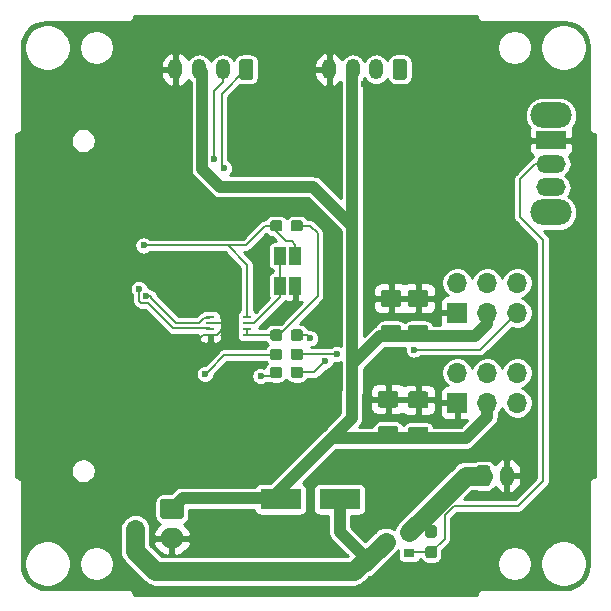
<source format=gtl>
G04 #@! TF.GenerationSoftware,KiCad,Pcbnew,5.1.5+dfsg1-2build2*
G04 #@! TF.CreationDate,2022-01-09T01:51:01+09:00*
G04 #@! TF.ProjectId,m5-pantilt,6d352d70-616e-4746-996c-742e6b696361,1*
G04 #@! TF.SameCoordinates,PX5f5e100PY5f5e100*
G04 #@! TF.FileFunction,Copper,L1,Top*
G04 #@! TF.FilePolarity,Positive*
%FSLAX46Y46*%
G04 Gerber Fmt 4.6, Leading zero omitted, Abs format (unit mm)*
G04 Created by KiCad (PCBNEW 5.1.5+dfsg1-2build2) date 2022-01-09 01:51:01*
%MOMM*%
%LPD*%
G04 APERTURE LIST*
%ADD10R,1.000000X1.500000*%
%ADD11R,0.800100X0.254000*%
%ADD12R,1.700000X1.700000*%
%ADD13O,1.700000X1.700000*%
%ADD14O,1.200000X1.750000*%
%ADD15C,0.152000*%
%ADD16R,3.500000X1.800000*%
%ADD17O,2.000000X1.700000*%
%ADD18O,3.500000X2.200000*%
%ADD19O,2.500000X1.500000*%
%ADD20R,2.500000X1.500000*%
%ADD21R,0.900000X0.800000*%
%ADD22C,0.600000*%
%ADD23C,0.200000*%
%ADD24C,1.000000*%
%ADD25C,1.200000*%
%ADD26C,1.600000*%
%ADD27C,0.254000*%
G04 APERTURE END LIST*
D10*
X22845000Y29210000D03*
X24145000Y29210000D03*
X24130000Y26670000D03*
X22830000Y26670000D03*
D11*
X20059750Y24021801D03*
X20059750Y23521800D03*
X20059750Y23021800D03*
X20059750Y22521799D03*
X16948250Y22521799D03*
X16948250Y23021800D03*
X16948250Y23521800D03*
X16948250Y24021801D03*
D12*
X37846000Y16764000D03*
D13*
X37846000Y19304000D03*
X40386000Y16764000D03*
X40386000Y19304000D03*
X42926000Y16764000D03*
X42926000Y19304000D03*
D14*
X27000000Y45000000D03*
X29000000Y45000000D03*
X31000000Y45000000D03*
G04 #@! TA.AperFunction,ComponentPad*
D15*
G36*
X33374505Y45873796D02*
G01*
X33398773Y45870196D01*
X33422572Y45864235D01*
X33445671Y45855970D01*
X33467850Y45845480D01*
X33488893Y45832868D01*
X33508599Y45818253D01*
X33526777Y45801777D01*
X33543253Y45783599D01*
X33557868Y45763893D01*
X33570480Y45742850D01*
X33580970Y45720671D01*
X33589235Y45697572D01*
X33595196Y45673773D01*
X33598796Y45649505D01*
X33600000Y45625001D01*
X33600000Y44374999D01*
X33598796Y44350495D01*
X33595196Y44326227D01*
X33589235Y44302428D01*
X33580970Y44279329D01*
X33570480Y44257150D01*
X33557868Y44236107D01*
X33543253Y44216401D01*
X33526777Y44198223D01*
X33508599Y44181747D01*
X33488893Y44167132D01*
X33467850Y44154520D01*
X33445671Y44144030D01*
X33422572Y44135765D01*
X33398773Y44129804D01*
X33374505Y44126204D01*
X33350001Y44125000D01*
X32649999Y44125000D01*
X32625495Y44126204D01*
X32601227Y44129804D01*
X32577428Y44135765D01*
X32554329Y44144030D01*
X32532150Y44154520D01*
X32511107Y44167132D01*
X32491401Y44181747D01*
X32473223Y44198223D01*
X32456747Y44216401D01*
X32442132Y44236107D01*
X32429520Y44257150D01*
X32419030Y44279329D01*
X32410765Y44302428D01*
X32404804Y44326227D01*
X32401204Y44350495D01*
X32400000Y44374999D01*
X32400000Y45625001D01*
X32401204Y45649505D01*
X32404804Y45673773D01*
X32410765Y45697572D01*
X32419030Y45720671D01*
X32429520Y45742850D01*
X32442132Y45763893D01*
X32456747Y45783599D01*
X32473223Y45801777D01*
X32491401Y45818253D01*
X32511107Y45832868D01*
X32532150Y45845480D01*
X32554329Y45855970D01*
X32577428Y45864235D01*
X32601227Y45870196D01*
X32625495Y45873796D01*
X32649999Y45875000D01*
X33350001Y45875000D01*
X33374505Y45873796D01*
G37*
G04 #@! TD.AperFunction*
G04 #@! TA.AperFunction,SMDPad,CuDef*
G36*
X24591779Y32223856D02*
G01*
X24614834Y32220437D01*
X24637443Y32214773D01*
X24659387Y32206921D01*
X24680457Y32196956D01*
X24700448Y32184974D01*
X24719168Y32171090D01*
X24736438Y32155438D01*
X24752090Y32138168D01*
X24765974Y32119448D01*
X24777956Y32099457D01*
X24787921Y32078387D01*
X24795773Y32056443D01*
X24801437Y32033834D01*
X24804856Y32010779D01*
X24806000Y31987500D01*
X24806000Y31512500D01*
X24804856Y31489221D01*
X24801437Y31466166D01*
X24795773Y31443557D01*
X24787921Y31421613D01*
X24777956Y31400543D01*
X24765974Y31380552D01*
X24752090Y31361832D01*
X24736438Y31344562D01*
X24719168Y31328910D01*
X24700448Y31315026D01*
X24680457Y31303044D01*
X24659387Y31293079D01*
X24637443Y31285227D01*
X24614834Y31279563D01*
X24591779Y31276144D01*
X24568500Y31275000D01*
X23993500Y31275000D01*
X23970221Y31276144D01*
X23947166Y31279563D01*
X23924557Y31285227D01*
X23902613Y31293079D01*
X23881543Y31303044D01*
X23861552Y31315026D01*
X23842832Y31328910D01*
X23825562Y31344562D01*
X23809910Y31361832D01*
X23796026Y31380552D01*
X23784044Y31400543D01*
X23774079Y31421613D01*
X23766227Y31443557D01*
X23760563Y31466166D01*
X23757144Y31489221D01*
X23756000Y31512500D01*
X23756000Y31987500D01*
X23757144Y32010779D01*
X23760563Y32033834D01*
X23766227Y32056443D01*
X23774079Y32078387D01*
X23784044Y32099457D01*
X23796026Y32119448D01*
X23809910Y32138168D01*
X23825562Y32155438D01*
X23842832Y32171090D01*
X23861552Y32184974D01*
X23881543Y32196956D01*
X23902613Y32206921D01*
X23924557Y32214773D01*
X23947166Y32220437D01*
X23970221Y32223856D01*
X23993500Y32225000D01*
X24568500Y32225000D01*
X24591779Y32223856D01*
G37*
G04 #@! TD.AperFunction*
G04 #@! TA.AperFunction,SMDPad,CuDef*
G36*
X22841779Y32223856D02*
G01*
X22864834Y32220437D01*
X22887443Y32214773D01*
X22909387Y32206921D01*
X22930457Y32196956D01*
X22950448Y32184974D01*
X22969168Y32171090D01*
X22986438Y32155438D01*
X23002090Y32138168D01*
X23015974Y32119448D01*
X23027956Y32099457D01*
X23037921Y32078387D01*
X23045773Y32056443D01*
X23051437Y32033834D01*
X23054856Y32010779D01*
X23056000Y31987500D01*
X23056000Y31512500D01*
X23054856Y31489221D01*
X23051437Y31466166D01*
X23045773Y31443557D01*
X23037921Y31421613D01*
X23027956Y31400543D01*
X23015974Y31380552D01*
X23002090Y31361832D01*
X22986438Y31344562D01*
X22969168Y31328910D01*
X22950448Y31315026D01*
X22930457Y31303044D01*
X22909387Y31293079D01*
X22887443Y31285227D01*
X22864834Y31279563D01*
X22841779Y31276144D01*
X22818500Y31275000D01*
X22243500Y31275000D01*
X22220221Y31276144D01*
X22197166Y31279563D01*
X22174557Y31285227D01*
X22152613Y31293079D01*
X22131543Y31303044D01*
X22111552Y31315026D01*
X22092832Y31328910D01*
X22075562Y31344562D01*
X22059910Y31361832D01*
X22046026Y31380552D01*
X22034044Y31400543D01*
X22024079Y31421613D01*
X22016227Y31443557D01*
X22010563Y31466166D01*
X22007144Y31489221D01*
X22006000Y31512500D01*
X22006000Y31987500D01*
X22007144Y32010779D01*
X22010563Y32033834D01*
X22016227Y32056443D01*
X22024079Y32078387D01*
X22034044Y32099457D01*
X22046026Y32119448D01*
X22059910Y32138168D01*
X22075562Y32155438D01*
X22092832Y32171090D01*
X22111552Y32184974D01*
X22131543Y32196956D01*
X22152613Y32206921D01*
X22174557Y32214773D01*
X22197166Y32220437D01*
X22220221Y32223856D01*
X22243500Y32225000D01*
X22818500Y32225000D01*
X22841779Y32223856D01*
G37*
G04 #@! TD.AperFunction*
G04 #@! TA.AperFunction,SMDPad,CuDef*
G36*
X24591779Y22978256D02*
G01*
X24614834Y22974837D01*
X24637443Y22969173D01*
X24659387Y22961321D01*
X24680457Y22951356D01*
X24700448Y22939374D01*
X24719168Y22925490D01*
X24736438Y22909838D01*
X24752090Y22892568D01*
X24765974Y22873848D01*
X24777956Y22853857D01*
X24787921Y22832787D01*
X24795773Y22810843D01*
X24801437Y22788234D01*
X24804856Y22765179D01*
X24806000Y22741900D01*
X24806000Y22266900D01*
X24804856Y22243621D01*
X24801437Y22220566D01*
X24795773Y22197957D01*
X24787921Y22176013D01*
X24777956Y22154943D01*
X24765974Y22134952D01*
X24752090Y22116232D01*
X24736438Y22098962D01*
X24719168Y22083310D01*
X24700448Y22069426D01*
X24680457Y22057444D01*
X24659387Y22047479D01*
X24637443Y22039627D01*
X24614834Y22033963D01*
X24591779Y22030544D01*
X24568500Y22029400D01*
X23993500Y22029400D01*
X23970221Y22030544D01*
X23947166Y22033963D01*
X23924557Y22039627D01*
X23902613Y22047479D01*
X23881543Y22057444D01*
X23861552Y22069426D01*
X23842832Y22083310D01*
X23825562Y22098962D01*
X23809910Y22116232D01*
X23796026Y22134952D01*
X23784044Y22154943D01*
X23774079Y22176013D01*
X23766227Y22197957D01*
X23760563Y22220566D01*
X23757144Y22243621D01*
X23756000Y22266900D01*
X23756000Y22741900D01*
X23757144Y22765179D01*
X23760563Y22788234D01*
X23766227Y22810843D01*
X23774079Y22832787D01*
X23784044Y22853857D01*
X23796026Y22873848D01*
X23809910Y22892568D01*
X23825562Y22909838D01*
X23842832Y22925490D01*
X23861552Y22939374D01*
X23881543Y22951356D01*
X23902613Y22961321D01*
X23924557Y22969173D01*
X23947166Y22974837D01*
X23970221Y22978256D01*
X23993500Y22979400D01*
X24568500Y22979400D01*
X24591779Y22978256D01*
G37*
G04 #@! TD.AperFunction*
G04 #@! TA.AperFunction,SMDPad,CuDef*
G36*
X22841779Y22978256D02*
G01*
X22864834Y22974837D01*
X22887443Y22969173D01*
X22909387Y22961321D01*
X22930457Y22951356D01*
X22950448Y22939374D01*
X22969168Y22925490D01*
X22986438Y22909838D01*
X23002090Y22892568D01*
X23015974Y22873848D01*
X23027956Y22853857D01*
X23037921Y22832787D01*
X23045773Y22810843D01*
X23051437Y22788234D01*
X23054856Y22765179D01*
X23056000Y22741900D01*
X23056000Y22266900D01*
X23054856Y22243621D01*
X23051437Y22220566D01*
X23045773Y22197957D01*
X23037921Y22176013D01*
X23027956Y22154943D01*
X23015974Y22134952D01*
X23002090Y22116232D01*
X22986438Y22098962D01*
X22969168Y22083310D01*
X22950448Y22069426D01*
X22930457Y22057444D01*
X22909387Y22047479D01*
X22887443Y22039627D01*
X22864834Y22033963D01*
X22841779Y22030544D01*
X22818500Y22029400D01*
X22243500Y22029400D01*
X22220221Y22030544D01*
X22197166Y22033963D01*
X22174557Y22039627D01*
X22152613Y22047479D01*
X22131543Y22057444D01*
X22111552Y22069426D01*
X22092832Y22083310D01*
X22075562Y22098962D01*
X22059910Y22116232D01*
X22046026Y22134952D01*
X22034044Y22154943D01*
X22024079Y22176013D01*
X22016227Y22197957D01*
X22010563Y22220566D01*
X22007144Y22243621D01*
X22006000Y22266900D01*
X22006000Y22741900D01*
X22007144Y22765179D01*
X22010563Y22788234D01*
X22016227Y22810843D01*
X22024079Y22832787D01*
X22034044Y22853857D01*
X22046026Y22873848D01*
X22059910Y22892568D01*
X22075562Y22909838D01*
X22092832Y22925490D01*
X22111552Y22939374D01*
X22131543Y22951356D01*
X22152613Y22961321D01*
X22174557Y22969173D01*
X22197166Y22974837D01*
X22220221Y22978256D01*
X22243500Y22979400D01*
X22818500Y22979400D01*
X22841779Y22978256D01*
G37*
G04 #@! TD.AperFunction*
D12*
X37846000Y24384000D03*
D13*
X37846000Y26924000D03*
X40386000Y24384000D03*
X40386000Y26924000D03*
X42926000Y24384000D03*
X42926000Y26924000D03*
G04 #@! TA.AperFunction,ComponentPad*
D15*
G36*
X40434505Y11473796D02*
G01*
X40458773Y11470196D01*
X40482572Y11464235D01*
X40505671Y11455970D01*
X40527850Y11445480D01*
X40548893Y11432868D01*
X40568599Y11418253D01*
X40586777Y11401777D01*
X40603253Y11383599D01*
X40617868Y11363893D01*
X40630480Y11342850D01*
X40640970Y11320671D01*
X40649235Y11297572D01*
X40655196Y11273773D01*
X40658796Y11249505D01*
X40660000Y11225001D01*
X40660000Y9974999D01*
X40658796Y9950495D01*
X40655196Y9926227D01*
X40649235Y9902428D01*
X40640970Y9879329D01*
X40630480Y9857150D01*
X40617868Y9836107D01*
X40603253Y9816401D01*
X40586777Y9798223D01*
X40568599Y9781747D01*
X40548893Y9767132D01*
X40527850Y9754520D01*
X40505671Y9744030D01*
X40482572Y9735765D01*
X40458773Y9729804D01*
X40434505Y9726204D01*
X40410001Y9725000D01*
X39709999Y9725000D01*
X39685495Y9726204D01*
X39661227Y9729804D01*
X39637428Y9735765D01*
X39614329Y9744030D01*
X39592150Y9754520D01*
X39571107Y9767132D01*
X39551401Y9781747D01*
X39533223Y9798223D01*
X39516747Y9816401D01*
X39502132Y9836107D01*
X39489520Y9857150D01*
X39479030Y9879329D01*
X39470765Y9902428D01*
X39464804Y9926227D01*
X39461204Y9950495D01*
X39460000Y9974999D01*
X39460000Y11225001D01*
X39461204Y11249505D01*
X39464804Y11273773D01*
X39470765Y11297572D01*
X39479030Y11320671D01*
X39489520Y11342850D01*
X39502132Y11363893D01*
X39516747Y11383599D01*
X39533223Y11401777D01*
X39551401Y11418253D01*
X39571107Y11432868D01*
X39592150Y11445480D01*
X39614329Y11455970D01*
X39637428Y11464235D01*
X39661227Y11470196D01*
X39685495Y11473796D01*
X39709999Y11475000D01*
X40410001Y11475000D01*
X40434505Y11473796D01*
G37*
G04 #@! TD.AperFunction*
D14*
X42060000Y10600000D03*
G04 #@! TA.AperFunction,ComponentPad*
D15*
G36*
X20374505Y45873796D02*
G01*
X20398773Y45870196D01*
X20422572Y45864235D01*
X20445671Y45855970D01*
X20467850Y45845480D01*
X20488893Y45832868D01*
X20508599Y45818253D01*
X20526777Y45801777D01*
X20543253Y45783599D01*
X20557868Y45763893D01*
X20570480Y45742850D01*
X20580970Y45720671D01*
X20589235Y45697572D01*
X20595196Y45673773D01*
X20598796Y45649505D01*
X20600000Y45625001D01*
X20600000Y44374999D01*
X20598796Y44350495D01*
X20595196Y44326227D01*
X20589235Y44302428D01*
X20580970Y44279329D01*
X20570480Y44257150D01*
X20557868Y44236107D01*
X20543253Y44216401D01*
X20526777Y44198223D01*
X20508599Y44181747D01*
X20488893Y44167132D01*
X20467850Y44154520D01*
X20445671Y44144030D01*
X20422572Y44135765D01*
X20398773Y44129804D01*
X20374505Y44126204D01*
X20350001Y44125000D01*
X19649999Y44125000D01*
X19625495Y44126204D01*
X19601227Y44129804D01*
X19577428Y44135765D01*
X19554329Y44144030D01*
X19532150Y44154520D01*
X19511107Y44167132D01*
X19491401Y44181747D01*
X19473223Y44198223D01*
X19456747Y44216401D01*
X19442132Y44236107D01*
X19429520Y44257150D01*
X19419030Y44279329D01*
X19410765Y44302428D01*
X19404804Y44326227D01*
X19401204Y44350495D01*
X19400000Y44374999D01*
X19400000Y45625001D01*
X19401204Y45649505D01*
X19404804Y45673773D01*
X19410765Y45697572D01*
X19419030Y45720671D01*
X19429520Y45742850D01*
X19442132Y45763893D01*
X19456747Y45783599D01*
X19473223Y45801777D01*
X19491401Y45818253D01*
X19511107Y45832868D01*
X19532150Y45845480D01*
X19554329Y45855970D01*
X19577428Y45864235D01*
X19601227Y45870196D01*
X19625495Y45873796D01*
X19649999Y45875000D01*
X20350001Y45875000D01*
X20374505Y45873796D01*
G37*
G04 #@! TD.AperFunction*
D14*
X18000000Y45000000D03*
X16000000Y45000000D03*
X14000000Y45000000D03*
G04 #@! TA.AperFunction,SMDPad,CuDef*
D15*
G36*
X24579179Y21352656D02*
G01*
X24602234Y21349237D01*
X24624843Y21343573D01*
X24646787Y21335721D01*
X24667857Y21325756D01*
X24687848Y21313774D01*
X24706568Y21299890D01*
X24723838Y21284238D01*
X24739490Y21266968D01*
X24753374Y21248248D01*
X24765356Y21228257D01*
X24775321Y21207187D01*
X24783173Y21185243D01*
X24788837Y21162634D01*
X24792256Y21139579D01*
X24793400Y21116300D01*
X24793400Y20641300D01*
X24792256Y20618021D01*
X24788837Y20594966D01*
X24783173Y20572357D01*
X24775321Y20550413D01*
X24765356Y20529343D01*
X24753374Y20509352D01*
X24739490Y20490632D01*
X24723838Y20473362D01*
X24706568Y20457710D01*
X24687848Y20443826D01*
X24667857Y20431844D01*
X24646787Y20421879D01*
X24624843Y20414027D01*
X24602234Y20408363D01*
X24579179Y20404944D01*
X24555900Y20403800D01*
X23980900Y20403800D01*
X23957621Y20404944D01*
X23934566Y20408363D01*
X23911957Y20414027D01*
X23890013Y20421879D01*
X23868943Y20431844D01*
X23848952Y20443826D01*
X23830232Y20457710D01*
X23812962Y20473362D01*
X23797310Y20490632D01*
X23783426Y20509352D01*
X23771444Y20529343D01*
X23761479Y20550413D01*
X23753627Y20572357D01*
X23747963Y20594966D01*
X23744544Y20618021D01*
X23743400Y20641300D01*
X23743400Y21116300D01*
X23744544Y21139579D01*
X23747963Y21162634D01*
X23753627Y21185243D01*
X23761479Y21207187D01*
X23771444Y21228257D01*
X23783426Y21248248D01*
X23797310Y21266968D01*
X23812962Y21284238D01*
X23830232Y21299890D01*
X23848952Y21313774D01*
X23868943Y21325756D01*
X23890013Y21335721D01*
X23911957Y21343573D01*
X23934566Y21349237D01*
X23957621Y21352656D01*
X23980900Y21353800D01*
X24555900Y21353800D01*
X24579179Y21352656D01*
G37*
G04 #@! TD.AperFunction*
G04 #@! TA.AperFunction,SMDPad,CuDef*
G36*
X22829179Y21352656D02*
G01*
X22852234Y21349237D01*
X22874843Y21343573D01*
X22896787Y21335721D01*
X22917857Y21325756D01*
X22937848Y21313774D01*
X22956568Y21299890D01*
X22973838Y21284238D01*
X22989490Y21266968D01*
X23003374Y21248248D01*
X23015356Y21228257D01*
X23025321Y21207187D01*
X23033173Y21185243D01*
X23038837Y21162634D01*
X23042256Y21139579D01*
X23043400Y21116300D01*
X23043400Y20641300D01*
X23042256Y20618021D01*
X23038837Y20594966D01*
X23033173Y20572357D01*
X23025321Y20550413D01*
X23015356Y20529343D01*
X23003374Y20509352D01*
X22989490Y20490632D01*
X22973838Y20473362D01*
X22956568Y20457710D01*
X22937848Y20443826D01*
X22917857Y20431844D01*
X22896787Y20421879D01*
X22874843Y20414027D01*
X22852234Y20408363D01*
X22829179Y20404944D01*
X22805900Y20403800D01*
X22230900Y20403800D01*
X22207621Y20404944D01*
X22184566Y20408363D01*
X22161957Y20414027D01*
X22140013Y20421879D01*
X22118943Y20431844D01*
X22098952Y20443826D01*
X22080232Y20457710D01*
X22062962Y20473362D01*
X22047310Y20490632D01*
X22033426Y20509352D01*
X22021444Y20529343D01*
X22011479Y20550413D01*
X22003627Y20572357D01*
X21997963Y20594966D01*
X21994544Y20618021D01*
X21993400Y20641300D01*
X21993400Y21116300D01*
X21994544Y21139579D01*
X21997963Y21162634D01*
X22003627Y21185243D01*
X22011479Y21207187D01*
X22021444Y21228257D01*
X22033426Y21248248D01*
X22047310Y21266968D01*
X22062962Y21284238D01*
X22080232Y21299890D01*
X22098952Y21313774D01*
X22118943Y21325756D01*
X22140013Y21335721D01*
X22161957Y21343573D01*
X22184566Y21349237D01*
X22207621Y21352656D01*
X22230900Y21353800D01*
X22805900Y21353800D01*
X22829179Y21352656D01*
G37*
G04 #@! TD.AperFunction*
G04 #@! TA.AperFunction,SMDPad,CuDef*
G36*
X22829179Y19828656D02*
G01*
X22852234Y19825237D01*
X22874843Y19819573D01*
X22896787Y19811721D01*
X22917857Y19801756D01*
X22937848Y19789774D01*
X22956568Y19775890D01*
X22973838Y19760238D01*
X22989490Y19742968D01*
X23003374Y19724248D01*
X23015356Y19704257D01*
X23025321Y19683187D01*
X23033173Y19661243D01*
X23038837Y19638634D01*
X23042256Y19615579D01*
X23043400Y19592300D01*
X23043400Y19117300D01*
X23042256Y19094021D01*
X23038837Y19070966D01*
X23033173Y19048357D01*
X23025321Y19026413D01*
X23015356Y19005343D01*
X23003374Y18985352D01*
X22989490Y18966632D01*
X22973838Y18949362D01*
X22956568Y18933710D01*
X22937848Y18919826D01*
X22917857Y18907844D01*
X22896787Y18897879D01*
X22874843Y18890027D01*
X22852234Y18884363D01*
X22829179Y18880944D01*
X22805900Y18879800D01*
X22230900Y18879800D01*
X22207621Y18880944D01*
X22184566Y18884363D01*
X22161957Y18890027D01*
X22140013Y18897879D01*
X22118943Y18907844D01*
X22098952Y18919826D01*
X22080232Y18933710D01*
X22062962Y18949362D01*
X22047310Y18966632D01*
X22033426Y18985352D01*
X22021444Y19005343D01*
X22011479Y19026413D01*
X22003627Y19048357D01*
X21997963Y19070966D01*
X21994544Y19094021D01*
X21993400Y19117300D01*
X21993400Y19592300D01*
X21994544Y19615579D01*
X21997963Y19638634D01*
X22003627Y19661243D01*
X22011479Y19683187D01*
X22021444Y19704257D01*
X22033426Y19724248D01*
X22047310Y19742968D01*
X22062962Y19760238D01*
X22080232Y19775890D01*
X22098952Y19789774D01*
X22118943Y19801756D01*
X22140013Y19811721D01*
X22161957Y19819573D01*
X22184566Y19825237D01*
X22207621Y19828656D01*
X22230900Y19829800D01*
X22805900Y19829800D01*
X22829179Y19828656D01*
G37*
G04 #@! TD.AperFunction*
G04 #@! TA.AperFunction,SMDPad,CuDef*
G36*
X24579179Y19828656D02*
G01*
X24602234Y19825237D01*
X24624843Y19819573D01*
X24646787Y19811721D01*
X24667857Y19801756D01*
X24687848Y19789774D01*
X24706568Y19775890D01*
X24723838Y19760238D01*
X24739490Y19742968D01*
X24753374Y19724248D01*
X24765356Y19704257D01*
X24775321Y19683187D01*
X24783173Y19661243D01*
X24788837Y19638634D01*
X24792256Y19615579D01*
X24793400Y19592300D01*
X24793400Y19117300D01*
X24792256Y19094021D01*
X24788837Y19070966D01*
X24783173Y19048357D01*
X24775321Y19026413D01*
X24765356Y19005343D01*
X24753374Y18985352D01*
X24739490Y18966632D01*
X24723838Y18949362D01*
X24706568Y18933710D01*
X24687848Y18919826D01*
X24667857Y18907844D01*
X24646787Y18897879D01*
X24624843Y18890027D01*
X24602234Y18884363D01*
X24579179Y18880944D01*
X24555900Y18879800D01*
X23980900Y18879800D01*
X23957621Y18880944D01*
X23934566Y18884363D01*
X23911957Y18890027D01*
X23890013Y18897879D01*
X23868943Y18907844D01*
X23848952Y18919826D01*
X23830232Y18933710D01*
X23812962Y18949362D01*
X23797310Y18966632D01*
X23783426Y18985352D01*
X23771444Y19005343D01*
X23761479Y19026413D01*
X23753627Y19048357D01*
X23747963Y19070966D01*
X23744544Y19094021D01*
X23743400Y19117300D01*
X23743400Y19592300D01*
X23744544Y19615579D01*
X23747963Y19638634D01*
X23753627Y19661243D01*
X23761479Y19683187D01*
X23771444Y19704257D01*
X23783426Y19724248D01*
X23797310Y19742968D01*
X23812962Y19760238D01*
X23830232Y19775890D01*
X23848952Y19789774D01*
X23868943Y19801756D01*
X23890013Y19811721D01*
X23911957Y19819573D01*
X23934566Y19825237D01*
X23957621Y19828656D01*
X23980900Y19829800D01*
X24555900Y19829800D01*
X24579179Y19828656D01*
G37*
G04 #@! TD.AperFunction*
D16*
X22900000Y8600000D03*
X27900000Y8600000D03*
G04 #@! TA.AperFunction,ComponentPad*
D15*
G36*
X14474504Y8648796D02*
G01*
X14498773Y8645196D01*
X14522571Y8639235D01*
X14545671Y8630970D01*
X14567849Y8620480D01*
X14588893Y8607867D01*
X14608598Y8593253D01*
X14626777Y8576777D01*
X14643253Y8558598D01*
X14657867Y8538893D01*
X14670480Y8517849D01*
X14680970Y8495671D01*
X14689235Y8472571D01*
X14695196Y8448773D01*
X14698796Y8424504D01*
X14700000Y8400000D01*
X14700000Y7200000D01*
X14698796Y7175496D01*
X14695196Y7151227D01*
X14689235Y7127429D01*
X14680970Y7104329D01*
X14670480Y7082151D01*
X14657867Y7061107D01*
X14643253Y7041402D01*
X14626777Y7023223D01*
X14608598Y7006747D01*
X14588893Y6992133D01*
X14567849Y6979520D01*
X14545671Y6969030D01*
X14522571Y6960765D01*
X14498773Y6954804D01*
X14474504Y6951204D01*
X14450000Y6950000D01*
X12950000Y6950000D01*
X12925496Y6951204D01*
X12901227Y6954804D01*
X12877429Y6960765D01*
X12854329Y6969030D01*
X12832151Y6979520D01*
X12811107Y6992133D01*
X12791402Y7006747D01*
X12773223Y7023223D01*
X12756747Y7041402D01*
X12742133Y7061107D01*
X12729520Y7082151D01*
X12719030Y7104329D01*
X12710765Y7127429D01*
X12704804Y7151227D01*
X12701204Y7175496D01*
X12700000Y7200000D01*
X12700000Y8400000D01*
X12701204Y8424504D01*
X12704804Y8448773D01*
X12710765Y8472571D01*
X12719030Y8495671D01*
X12729520Y8517849D01*
X12742133Y8538893D01*
X12756747Y8558598D01*
X12773223Y8576777D01*
X12791402Y8593253D01*
X12811107Y8607867D01*
X12832151Y8620480D01*
X12854329Y8630970D01*
X12877429Y8639235D01*
X12901227Y8645196D01*
X12925496Y8648796D01*
X12950000Y8650000D01*
X14450000Y8650000D01*
X14474504Y8648796D01*
G37*
G04 #@! TD.AperFunction*
D17*
X13700000Y5300000D03*
G04 #@! TA.AperFunction,SMDPad,CuDef*
D15*
G36*
X35193504Y14754296D02*
G01*
X35217773Y14750696D01*
X35241571Y14744735D01*
X35264671Y14736470D01*
X35286849Y14725980D01*
X35307893Y14713367D01*
X35327598Y14698753D01*
X35345777Y14682277D01*
X35362253Y14664098D01*
X35376867Y14644393D01*
X35389480Y14623349D01*
X35399970Y14601171D01*
X35408235Y14578071D01*
X35414196Y14554273D01*
X35417796Y14530004D01*
X35419000Y14505500D01*
X35419000Y13580500D01*
X35417796Y13555996D01*
X35414196Y13531727D01*
X35408235Y13507929D01*
X35399970Y13484829D01*
X35389480Y13462651D01*
X35376867Y13441607D01*
X35362253Y13421902D01*
X35345777Y13403723D01*
X35327598Y13387247D01*
X35307893Y13372633D01*
X35286849Y13360020D01*
X35264671Y13349530D01*
X35241571Y13341265D01*
X35217773Y13335304D01*
X35193504Y13331704D01*
X35169000Y13330500D01*
X33919000Y13330500D01*
X33894496Y13331704D01*
X33870227Y13335304D01*
X33846429Y13341265D01*
X33823329Y13349530D01*
X33801151Y13360020D01*
X33780107Y13372633D01*
X33760402Y13387247D01*
X33742223Y13403723D01*
X33725747Y13421902D01*
X33711133Y13441607D01*
X33698520Y13462651D01*
X33688030Y13484829D01*
X33679765Y13507929D01*
X33673804Y13531727D01*
X33670204Y13555996D01*
X33669000Y13580500D01*
X33669000Y14505500D01*
X33670204Y14530004D01*
X33673804Y14554273D01*
X33679765Y14578071D01*
X33688030Y14601171D01*
X33698520Y14623349D01*
X33711133Y14644393D01*
X33725747Y14664098D01*
X33742223Y14682277D01*
X33760402Y14698753D01*
X33780107Y14713367D01*
X33801151Y14725980D01*
X33823329Y14736470D01*
X33846429Y14744735D01*
X33870227Y14750696D01*
X33894496Y14754296D01*
X33919000Y14755500D01*
X35169000Y14755500D01*
X35193504Y14754296D01*
G37*
G04 #@! TD.AperFunction*
G04 #@! TA.AperFunction,SMDPad,CuDef*
G36*
X35193504Y17729296D02*
G01*
X35217773Y17725696D01*
X35241571Y17719735D01*
X35264671Y17711470D01*
X35286849Y17700980D01*
X35307893Y17688367D01*
X35327598Y17673753D01*
X35345777Y17657277D01*
X35362253Y17639098D01*
X35376867Y17619393D01*
X35389480Y17598349D01*
X35399970Y17576171D01*
X35408235Y17553071D01*
X35414196Y17529273D01*
X35417796Y17505004D01*
X35419000Y17480500D01*
X35419000Y16555500D01*
X35417796Y16530996D01*
X35414196Y16506727D01*
X35408235Y16482929D01*
X35399970Y16459829D01*
X35389480Y16437651D01*
X35376867Y16416607D01*
X35362253Y16396902D01*
X35345777Y16378723D01*
X35327598Y16362247D01*
X35307893Y16347633D01*
X35286849Y16335020D01*
X35264671Y16324530D01*
X35241571Y16316265D01*
X35217773Y16310304D01*
X35193504Y16306704D01*
X35169000Y16305500D01*
X33919000Y16305500D01*
X33894496Y16306704D01*
X33870227Y16310304D01*
X33846429Y16316265D01*
X33823329Y16324530D01*
X33801151Y16335020D01*
X33780107Y16347633D01*
X33760402Y16362247D01*
X33742223Y16378723D01*
X33725747Y16396902D01*
X33711133Y16416607D01*
X33698520Y16437651D01*
X33688030Y16459829D01*
X33679765Y16482929D01*
X33673804Y16506727D01*
X33670204Y16530996D01*
X33669000Y16555500D01*
X33669000Y17480500D01*
X33670204Y17505004D01*
X33673804Y17529273D01*
X33679765Y17553071D01*
X33688030Y17576171D01*
X33698520Y17598349D01*
X33711133Y17619393D01*
X33725747Y17639098D01*
X33742223Y17657277D01*
X33760402Y17673753D01*
X33780107Y17688367D01*
X33801151Y17700980D01*
X33823329Y17711470D01*
X33846429Y17719735D01*
X33870227Y17725696D01*
X33894496Y17729296D01*
X33919000Y17730500D01*
X35169000Y17730500D01*
X35193504Y17729296D01*
G37*
G04 #@! TD.AperFunction*
G04 #@! TA.AperFunction,SMDPad,CuDef*
G36*
X35193504Y26328796D02*
G01*
X35217773Y26325196D01*
X35241571Y26319235D01*
X35264671Y26310970D01*
X35286849Y26300480D01*
X35307893Y26287867D01*
X35327598Y26273253D01*
X35345777Y26256777D01*
X35362253Y26238598D01*
X35376867Y26218893D01*
X35389480Y26197849D01*
X35399970Y26175671D01*
X35408235Y26152571D01*
X35414196Y26128773D01*
X35417796Y26104504D01*
X35419000Y26080000D01*
X35419000Y25155000D01*
X35417796Y25130496D01*
X35414196Y25106227D01*
X35408235Y25082429D01*
X35399970Y25059329D01*
X35389480Y25037151D01*
X35376867Y25016107D01*
X35362253Y24996402D01*
X35345777Y24978223D01*
X35327598Y24961747D01*
X35307893Y24947133D01*
X35286849Y24934520D01*
X35264671Y24924030D01*
X35241571Y24915765D01*
X35217773Y24909804D01*
X35193504Y24906204D01*
X35169000Y24905000D01*
X33919000Y24905000D01*
X33894496Y24906204D01*
X33870227Y24909804D01*
X33846429Y24915765D01*
X33823329Y24924030D01*
X33801151Y24934520D01*
X33780107Y24947133D01*
X33760402Y24961747D01*
X33742223Y24978223D01*
X33725747Y24996402D01*
X33711133Y25016107D01*
X33698520Y25037151D01*
X33688030Y25059329D01*
X33679765Y25082429D01*
X33673804Y25106227D01*
X33670204Y25130496D01*
X33669000Y25155000D01*
X33669000Y26080000D01*
X33670204Y26104504D01*
X33673804Y26128773D01*
X33679765Y26152571D01*
X33688030Y26175671D01*
X33698520Y26197849D01*
X33711133Y26218893D01*
X33725747Y26238598D01*
X33742223Y26256777D01*
X33760402Y26273253D01*
X33780107Y26287867D01*
X33801151Y26300480D01*
X33823329Y26310970D01*
X33846429Y26319235D01*
X33870227Y26325196D01*
X33894496Y26328796D01*
X33919000Y26330000D01*
X35169000Y26330000D01*
X35193504Y26328796D01*
G37*
G04 #@! TD.AperFunction*
G04 #@! TA.AperFunction,SMDPad,CuDef*
G36*
X35193504Y23353796D02*
G01*
X35217773Y23350196D01*
X35241571Y23344235D01*
X35264671Y23335970D01*
X35286849Y23325480D01*
X35307893Y23312867D01*
X35327598Y23298253D01*
X35345777Y23281777D01*
X35362253Y23263598D01*
X35376867Y23243893D01*
X35389480Y23222849D01*
X35399970Y23200671D01*
X35408235Y23177571D01*
X35414196Y23153773D01*
X35417796Y23129504D01*
X35419000Y23105000D01*
X35419000Y22180000D01*
X35417796Y22155496D01*
X35414196Y22131227D01*
X35408235Y22107429D01*
X35399970Y22084329D01*
X35389480Y22062151D01*
X35376867Y22041107D01*
X35362253Y22021402D01*
X35345777Y22003223D01*
X35327598Y21986747D01*
X35307893Y21972133D01*
X35286849Y21959520D01*
X35264671Y21949030D01*
X35241571Y21940765D01*
X35217773Y21934804D01*
X35193504Y21931204D01*
X35169000Y21930000D01*
X33919000Y21930000D01*
X33894496Y21931204D01*
X33870227Y21934804D01*
X33846429Y21940765D01*
X33823329Y21949030D01*
X33801151Y21959520D01*
X33780107Y21972133D01*
X33760402Y21986747D01*
X33742223Y22003223D01*
X33725747Y22021402D01*
X33711133Y22041107D01*
X33698520Y22062151D01*
X33688030Y22084329D01*
X33679765Y22107429D01*
X33673804Y22131227D01*
X33670204Y22155496D01*
X33669000Y22180000D01*
X33669000Y23105000D01*
X33670204Y23129504D01*
X33673804Y23153773D01*
X33679765Y23177571D01*
X33688030Y23200671D01*
X33698520Y23222849D01*
X33711133Y23243893D01*
X33725747Y23263598D01*
X33742223Y23281777D01*
X33760402Y23298253D01*
X33780107Y23312867D01*
X33801151Y23325480D01*
X33823329Y23335970D01*
X33846429Y23344235D01*
X33870227Y23350196D01*
X33894496Y23353796D01*
X33919000Y23355000D01*
X35169000Y23355000D01*
X35193504Y23353796D01*
G37*
G04 #@! TD.AperFunction*
G04 #@! TA.AperFunction,SMDPad,CuDef*
G36*
X32907504Y26328796D02*
G01*
X32931773Y26325196D01*
X32955571Y26319235D01*
X32978671Y26310970D01*
X33000849Y26300480D01*
X33021893Y26287867D01*
X33041598Y26273253D01*
X33059777Y26256777D01*
X33076253Y26238598D01*
X33090867Y26218893D01*
X33103480Y26197849D01*
X33113970Y26175671D01*
X33122235Y26152571D01*
X33128196Y26128773D01*
X33131796Y26104504D01*
X33133000Y26080000D01*
X33133000Y25155000D01*
X33131796Y25130496D01*
X33128196Y25106227D01*
X33122235Y25082429D01*
X33113970Y25059329D01*
X33103480Y25037151D01*
X33090867Y25016107D01*
X33076253Y24996402D01*
X33059777Y24978223D01*
X33041598Y24961747D01*
X33021893Y24947133D01*
X33000849Y24934520D01*
X32978671Y24924030D01*
X32955571Y24915765D01*
X32931773Y24909804D01*
X32907504Y24906204D01*
X32883000Y24905000D01*
X31633000Y24905000D01*
X31608496Y24906204D01*
X31584227Y24909804D01*
X31560429Y24915765D01*
X31537329Y24924030D01*
X31515151Y24934520D01*
X31494107Y24947133D01*
X31474402Y24961747D01*
X31456223Y24978223D01*
X31439747Y24996402D01*
X31425133Y25016107D01*
X31412520Y25037151D01*
X31402030Y25059329D01*
X31393765Y25082429D01*
X31387804Y25106227D01*
X31384204Y25130496D01*
X31383000Y25155000D01*
X31383000Y26080000D01*
X31384204Y26104504D01*
X31387804Y26128773D01*
X31393765Y26152571D01*
X31402030Y26175671D01*
X31412520Y26197849D01*
X31425133Y26218893D01*
X31439747Y26238598D01*
X31456223Y26256777D01*
X31474402Y26273253D01*
X31494107Y26287867D01*
X31515151Y26300480D01*
X31537329Y26310970D01*
X31560429Y26319235D01*
X31584227Y26325196D01*
X31608496Y26328796D01*
X31633000Y26330000D01*
X32883000Y26330000D01*
X32907504Y26328796D01*
G37*
G04 #@! TD.AperFunction*
G04 #@! TA.AperFunction,SMDPad,CuDef*
G36*
X32907504Y23353796D02*
G01*
X32931773Y23350196D01*
X32955571Y23344235D01*
X32978671Y23335970D01*
X33000849Y23325480D01*
X33021893Y23312867D01*
X33041598Y23298253D01*
X33059777Y23281777D01*
X33076253Y23263598D01*
X33090867Y23243893D01*
X33103480Y23222849D01*
X33113970Y23200671D01*
X33122235Y23177571D01*
X33128196Y23153773D01*
X33131796Y23129504D01*
X33133000Y23105000D01*
X33133000Y22180000D01*
X33131796Y22155496D01*
X33128196Y22131227D01*
X33122235Y22107429D01*
X33113970Y22084329D01*
X33103480Y22062151D01*
X33090867Y22041107D01*
X33076253Y22021402D01*
X33059777Y22003223D01*
X33041598Y21986747D01*
X33021893Y21972133D01*
X33000849Y21959520D01*
X32978671Y21949030D01*
X32955571Y21940765D01*
X32931773Y21934804D01*
X32907504Y21931204D01*
X32883000Y21930000D01*
X31633000Y21930000D01*
X31608496Y21931204D01*
X31584227Y21934804D01*
X31560429Y21940765D01*
X31537329Y21949030D01*
X31515151Y21959520D01*
X31494107Y21972133D01*
X31474402Y21986747D01*
X31456223Y22003223D01*
X31439747Y22021402D01*
X31425133Y22041107D01*
X31412520Y22062151D01*
X31402030Y22084329D01*
X31393765Y22107429D01*
X31387804Y22131227D01*
X31384204Y22155496D01*
X31383000Y22180000D01*
X31383000Y23105000D01*
X31384204Y23129504D01*
X31387804Y23153773D01*
X31393765Y23177571D01*
X31402030Y23200671D01*
X31412520Y23222849D01*
X31425133Y23243893D01*
X31439747Y23263598D01*
X31456223Y23281777D01*
X31474402Y23298253D01*
X31494107Y23312867D01*
X31515151Y23325480D01*
X31537329Y23335970D01*
X31560429Y23344235D01*
X31584227Y23350196D01*
X31608496Y23353796D01*
X31633000Y23355000D01*
X32883000Y23355000D01*
X32907504Y23353796D01*
G37*
G04 #@! TD.AperFunction*
G04 #@! TA.AperFunction,SMDPad,CuDef*
G36*
X32653504Y14819396D02*
G01*
X32677773Y14815796D01*
X32701571Y14809835D01*
X32724671Y14801570D01*
X32746849Y14791080D01*
X32767893Y14778467D01*
X32787598Y14763853D01*
X32805777Y14747377D01*
X32822253Y14729198D01*
X32836867Y14709493D01*
X32849480Y14688449D01*
X32859970Y14666271D01*
X32868235Y14643171D01*
X32874196Y14619373D01*
X32877796Y14595104D01*
X32879000Y14570600D01*
X32879000Y13645600D01*
X32877796Y13621096D01*
X32874196Y13596827D01*
X32868235Y13573029D01*
X32859970Y13549929D01*
X32849480Y13527751D01*
X32836867Y13506707D01*
X32822253Y13487002D01*
X32805777Y13468823D01*
X32787598Y13452347D01*
X32767893Y13437733D01*
X32746849Y13425120D01*
X32724671Y13414630D01*
X32701571Y13406365D01*
X32677773Y13400404D01*
X32653504Y13396804D01*
X32629000Y13395600D01*
X31379000Y13395600D01*
X31354496Y13396804D01*
X31330227Y13400404D01*
X31306429Y13406365D01*
X31283329Y13414630D01*
X31261151Y13425120D01*
X31240107Y13437733D01*
X31220402Y13452347D01*
X31202223Y13468823D01*
X31185747Y13487002D01*
X31171133Y13506707D01*
X31158520Y13527751D01*
X31148030Y13549929D01*
X31139765Y13573029D01*
X31133804Y13596827D01*
X31130204Y13621096D01*
X31129000Y13645600D01*
X31129000Y14570600D01*
X31130204Y14595104D01*
X31133804Y14619373D01*
X31139765Y14643171D01*
X31148030Y14666271D01*
X31158520Y14688449D01*
X31171133Y14709493D01*
X31185747Y14729198D01*
X31202223Y14747377D01*
X31220402Y14763853D01*
X31240107Y14778467D01*
X31261151Y14791080D01*
X31283329Y14801570D01*
X31306429Y14809835D01*
X31330227Y14815796D01*
X31354496Y14819396D01*
X31379000Y14820600D01*
X32629000Y14820600D01*
X32653504Y14819396D01*
G37*
G04 #@! TD.AperFunction*
G04 #@! TA.AperFunction,SMDPad,CuDef*
G36*
X32653504Y17794396D02*
G01*
X32677773Y17790796D01*
X32701571Y17784835D01*
X32724671Y17776570D01*
X32746849Y17766080D01*
X32767893Y17753467D01*
X32787598Y17738853D01*
X32805777Y17722377D01*
X32822253Y17704198D01*
X32836867Y17684493D01*
X32849480Y17663449D01*
X32859970Y17641271D01*
X32868235Y17618171D01*
X32874196Y17594373D01*
X32877796Y17570104D01*
X32879000Y17545600D01*
X32879000Y16620600D01*
X32877796Y16596096D01*
X32874196Y16571827D01*
X32868235Y16548029D01*
X32859970Y16524929D01*
X32849480Y16502751D01*
X32836867Y16481707D01*
X32822253Y16462002D01*
X32805777Y16443823D01*
X32787598Y16427347D01*
X32767893Y16412733D01*
X32746849Y16400120D01*
X32724671Y16389630D01*
X32701571Y16381365D01*
X32677773Y16375404D01*
X32653504Y16371804D01*
X32629000Y16370600D01*
X31379000Y16370600D01*
X31354496Y16371804D01*
X31330227Y16375404D01*
X31306429Y16381365D01*
X31283329Y16389630D01*
X31261151Y16400120D01*
X31240107Y16412733D01*
X31220402Y16427347D01*
X31202223Y16443823D01*
X31185747Y16462002D01*
X31171133Y16481707D01*
X31158520Y16502751D01*
X31148030Y16524929D01*
X31139765Y16548029D01*
X31133804Y16571827D01*
X31130204Y16596096D01*
X31129000Y16620600D01*
X31129000Y17545600D01*
X31130204Y17570104D01*
X31133804Y17594373D01*
X31139765Y17618171D01*
X31148030Y17641271D01*
X31158520Y17663449D01*
X31171133Y17684493D01*
X31185747Y17704198D01*
X31202223Y17722377D01*
X31220402Y17738853D01*
X31240107Y17753467D01*
X31261151Y17766080D01*
X31283329Y17776570D01*
X31306429Y17784835D01*
X31330227Y17790796D01*
X31354496Y17794396D01*
X31379000Y17795600D01*
X32629000Y17795600D01*
X32653504Y17794396D01*
G37*
G04 #@! TD.AperFunction*
D18*
X45800000Y32900000D03*
X45800000Y41100000D03*
D19*
X45800000Y35000000D03*
X45800000Y37000000D03*
D20*
X45800000Y39000000D03*
D21*
X33800000Y4050000D03*
X33800000Y5950000D03*
X31800000Y5000000D03*
G04 #@! TA.AperFunction,SMDPad,CuDef*
D15*
G36*
X35896979Y4652656D02*
G01*
X35920034Y4649237D01*
X35942643Y4643573D01*
X35964587Y4635721D01*
X35985657Y4625756D01*
X36005648Y4613774D01*
X36024368Y4599890D01*
X36041638Y4584238D01*
X36057290Y4566968D01*
X36071174Y4548248D01*
X36083156Y4528257D01*
X36093121Y4507187D01*
X36100973Y4485243D01*
X36106637Y4462634D01*
X36110056Y4439579D01*
X36111200Y4416300D01*
X36111200Y3841300D01*
X36110056Y3818021D01*
X36106637Y3794966D01*
X36100973Y3772357D01*
X36093121Y3750413D01*
X36083156Y3729343D01*
X36071174Y3709352D01*
X36057290Y3690632D01*
X36041638Y3673362D01*
X36024368Y3657710D01*
X36005648Y3643826D01*
X35985657Y3631844D01*
X35964587Y3621879D01*
X35942643Y3614027D01*
X35920034Y3608363D01*
X35896979Y3604944D01*
X35873700Y3603800D01*
X35398700Y3603800D01*
X35375421Y3604944D01*
X35352366Y3608363D01*
X35329757Y3614027D01*
X35307813Y3621879D01*
X35286743Y3631844D01*
X35266752Y3643826D01*
X35248032Y3657710D01*
X35230762Y3673362D01*
X35215110Y3690632D01*
X35201226Y3709352D01*
X35189244Y3729343D01*
X35179279Y3750413D01*
X35171427Y3772357D01*
X35165763Y3794966D01*
X35162344Y3818021D01*
X35161200Y3841300D01*
X35161200Y4416300D01*
X35162344Y4439579D01*
X35165763Y4462634D01*
X35171427Y4485243D01*
X35179279Y4507187D01*
X35189244Y4528257D01*
X35201226Y4548248D01*
X35215110Y4566968D01*
X35230762Y4584238D01*
X35248032Y4599890D01*
X35266752Y4613774D01*
X35286743Y4625756D01*
X35307813Y4635721D01*
X35329757Y4643573D01*
X35352366Y4649237D01*
X35375421Y4652656D01*
X35398700Y4653800D01*
X35873700Y4653800D01*
X35896979Y4652656D01*
G37*
G04 #@! TD.AperFunction*
G04 #@! TA.AperFunction,SMDPad,CuDef*
G36*
X35896979Y6402656D02*
G01*
X35920034Y6399237D01*
X35942643Y6393573D01*
X35964587Y6385721D01*
X35985657Y6375756D01*
X36005648Y6363774D01*
X36024368Y6349890D01*
X36041638Y6334238D01*
X36057290Y6316968D01*
X36071174Y6298248D01*
X36083156Y6278257D01*
X36093121Y6257187D01*
X36100973Y6235243D01*
X36106637Y6212634D01*
X36110056Y6189579D01*
X36111200Y6166300D01*
X36111200Y5591300D01*
X36110056Y5568021D01*
X36106637Y5544966D01*
X36100973Y5522357D01*
X36093121Y5500413D01*
X36083156Y5479343D01*
X36071174Y5459352D01*
X36057290Y5440632D01*
X36041638Y5423362D01*
X36024368Y5407710D01*
X36005648Y5393826D01*
X35985657Y5381844D01*
X35964587Y5371879D01*
X35942643Y5364027D01*
X35920034Y5358363D01*
X35896979Y5354944D01*
X35873700Y5353800D01*
X35398700Y5353800D01*
X35375421Y5354944D01*
X35352366Y5358363D01*
X35329757Y5364027D01*
X35307813Y5371879D01*
X35286743Y5381844D01*
X35266752Y5393826D01*
X35248032Y5407710D01*
X35230762Y5423362D01*
X35215110Y5440632D01*
X35201226Y5459352D01*
X35189244Y5479343D01*
X35179279Y5500413D01*
X35171427Y5522357D01*
X35165763Y5544966D01*
X35162344Y5568021D01*
X35161200Y5591300D01*
X35161200Y6166300D01*
X35162344Y6189579D01*
X35165763Y6212634D01*
X35171427Y6235243D01*
X35179279Y6257187D01*
X35189244Y6278257D01*
X35201226Y6298248D01*
X35215110Y6316968D01*
X35230762Y6334238D01*
X35248032Y6349890D01*
X35266752Y6363774D01*
X35286743Y6375756D01*
X35307813Y6385721D01*
X35329757Y6393573D01*
X35352366Y6399237D01*
X35375421Y6402656D01*
X35398700Y6403800D01*
X35873700Y6403800D01*
X35896979Y6402656D01*
G37*
G04 #@! TD.AperFunction*
D22*
X23495000Y24765000D03*
X39000000Y49000000D03*
X34000000Y49000000D03*
X29000000Y49000000D03*
X24000000Y49000000D03*
X19000000Y49000000D03*
X14000000Y49000000D03*
X8000000Y48500000D03*
X1500000Y45000000D03*
X48500000Y44500000D03*
X42000000Y48500000D03*
X1000000Y39000000D03*
X1000000Y34000000D03*
X1000000Y29000000D03*
X1000000Y24000000D03*
X1000000Y19000000D03*
X1000000Y14000000D03*
X1000000Y11000000D03*
X1500000Y5000000D03*
X8000000Y1500000D03*
X11000000Y1000000D03*
X16000000Y1000000D03*
X21000000Y1000000D03*
X26000000Y1000000D03*
X31000000Y1000000D03*
X36000000Y1000000D03*
X42000000Y1500000D03*
X48500000Y5500000D03*
X49000000Y11000000D03*
X49000000Y16000000D03*
X49000000Y21000000D03*
X49000000Y26000000D03*
X49000000Y32000000D03*
X49000000Y37000000D03*
X30000000Y43750000D03*
X11023600Y33274000D03*
X27400000Y16200000D03*
X27600000Y27000000D03*
X30429200Y28676600D03*
X29921200Y6299200D03*
X9000000Y5400000D03*
X43332400Y37846000D03*
X43840400Y29921200D03*
X27635200Y35001200D03*
X19100800Y38735000D03*
X27051000Y38735000D03*
X27051000Y41148000D03*
X19100800Y41097200D03*
X14833600Y41275000D03*
X16100000Y34800000D03*
X13335000Y37998400D03*
X21234400Y21640800D03*
X19380200Y36550600D03*
X25019000Y33782000D03*
X27686000Y31242000D03*
X12065000Y39243000D03*
X9144000Y33909000D03*
X10922000Y35687000D03*
X30378400Y15290800D03*
X42700000Y22800000D03*
X46228000Y22860000D03*
X45872400Y11988800D03*
X30276800Y23266400D03*
X30276800Y36372800D03*
X26800000Y22000000D03*
X21000000Y25095200D03*
X16400000Y27800000D03*
X12547600Y31191200D03*
X6248400Y24434800D03*
X11328400Y11023600D03*
X18338800Y28702000D03*
X7772400Y38938200D03*
X7823200Y10998200D03*
X4622800Y11023600D03*
X35900000Y15200000D03*
X46228000Y16764000D03*
X27500000Y18415000D03*
X30400000Y19400000D03*
X9600000Y23700000D03*
X11300000Y15900000D03*
X9200000Y21400000D03*
X10800000Y29200000D03*
X13900000Y29200000D03*
X15600000Y7200000D03*
X12000000Y7500000D03*
X18387800Y23521800D03*
X36677600Y12293600D03*
X27800000Y12400000D03*
X27584400Y4114800D03*
X21600000Y30400000D03*
X21600000Y10600000D03*
X12852400Y20066000D03*
X6197600Y17678400D03*
X39725600Y12242800D03*
X37795200Y6934200D03*
X39344600Y8915400D03*
X11300000Y30100000D03*
X18084800Y36626798D03*
X11499998Y25800000D03*
X17272000Y37439600D03*
X10887845Y26414586D03*
X16500000Y19200006D03*
X34175724Y21275733D03*
X26670000Y20278800D03*
X21209000Y19050000D03*
X10600000Y6074002D03*
X27635200Y20900004D03*
X25400036Y22225000D03*
D23*
X17548300Y22521799D02*
X18548301Y23521800D01*
X16948250Y22521799D02*
X17548300Y22521799D01*
X16948250Y22521799D02*
X16348200Y22521799D01*
X16340199Y22529800D02*
X16100000Y22289601D01*
X16100000Y22289601D02*
X16100000Y21700000D01*
X18387800Y23521800D02*
X16948250Y23521800D01*
D24*
X28956000Y45015600D02*
X29000000Y45059600D01*
X28956000Y36042600D02*
X28956000Y45015600D01*
X28956000Y30734000D02*
X28956000Y36042600D01*
X25654000Y35052000D02*
X28956000Y31750000D01*
X17780000Y35052000D02*
X25654000Y35052000D01*
X16256000Y36576000D02*
X17780000Y35052000D01*
X28956000Y31750000D02*
X28956000Y30734000D01*
X16256000Y44744000D02*
X16256000Y36576000D01*
X16000000Y45000000D02*
X16256000Y44744000D01*
X28930600Y15483200D02*
X27215999Y13768599D01*
X28930600Y17627600D02*
X28930600Y15483200D01*
X28956000Y17653000D02*
X28930600Y17627600D01*
X28956000Y25748798D02*
X28956000Y30734000D01*
X28956000Y17653000D02*
X28956000Y25748798D01*
X39344600Y22402800D02*
X40386000Y23444200D01*
X31292800Y22402800D02*
X39344600Y22402800D01*
X28956000Y17653000D02*
X28956000Y20066000D01*
X28956000Y20066000D02*
X31292800Y22402800D01*
X40386000Y23444200D02*
X40386000Y24384000D01*
X40386000Y15586000D02*
X40386000Y16764000D01*
X27215999Y13768599D02*
X38568599Y13768599D01*
X38568599Y13768599D02*
X40386000Y15586000D01*
X22400000Y8952600D02*
X27215999Y13768599D01*
X22400000Y8700000D02*
X22400000Y8952600D01*
X14600000Y8700000D02*
X22400000Y8700000D01*
X13700000Y7800000D02*
X14600000Y8700000D01*
D23*
X18414000Y30100000D02*
X11724264Y30100000D01*
X11724264Y30100000D02*
X11300000Y30100000D01*
X20059750Y28454250D02*
X18414000Y30100000D01*
X20059750Y24021801D02*
X20059750Y28454250D01*
X18414000Y30100000D02*
X19940000Y30100000D01*
X19940000Y30100000D02*
X21590000Y31750000D01*
X21590000Y31750000D02*
X22860000Y31750000D01*
X22531000Y31275000D02*
X23326000Y30480000D01*
X22531000Y31750000D02*
X22531000Y31275000D01*
X23825000Y30480000D02*
X23326000Y30480000D01*
X24145000Y30160000D02*
X23825000Y30480000D01*
X24145000Y29210000D02*
X24145000Y30160000D01*
X17907000Y36804598D02*
X18084800Y36626798D01*
X17907000Y42907000D02*
X17907000Y36804598D01*
X20000000Y45000000D02*
X17907000Y42907000D01*
X13100000Y24492000D02*
X13100000Y24500000D01*
X11924262Y25800000D02*
X11499998Y25800000D01*
X14071600Y23520400D02*
X13100000Y24492000D01*
X15951200Y23520400D02*
X14071600Y23520400D01*
X13100000Y24500000D02*
X11924262Y25675738D01*
X16875250Y23948801D02*
X16379601Y23948801D01*
X11924262Y25675738D02*
X11924262Y25800000D01*
X16379601Y23948801D02*
X15951200Y23520400D01*
X16948250Y24021801D02*
X16875250Y23948801D01*
X17272000Y37863864D02*
X17272000Y37439600D01*
X17272000Y43197000D02*
X17272000Y37863864D01*
X18000000Y43925000D02*
X17272000Y43197000D01*
X18000000Y45000000D02*
X18000000Y43925000D01*
X10887845Y25990322D02*
X10887845Y26414586D01*
X11675737Y25199999D02*
X11111999Y25199999D01*
X13812536Y23063200D02*
X11675737Y25199999D01*
X10887845Y25424153D02*
X10887845Y25990322D01*
X16906850Y23063200D02*
X13812536Y23063200D01*
X11111999Y25199999D02*
X10887845Y25424153D01*
X16948250Y23021800D02*
X16906850Y23063200D01*
D25*
X39997199Y10662801D02*
X40060000Y10600000D01*
D23*
X37200000Y9000000D02*
X36000000Y7800000D01*
D26*
X33800000Y5814452D02*
X33800000Y5809200D01*
X40060000Y10600000D02*
X38585548Y10600000D01*
D23*
X35636200Y7645400D02*
X35636200Y5878800D01*
D26*
X38585548Y10600000D02*
X35633574Y7648026D01*
D23*
X35633574Y7648026D02*
X35636200Y7645400D01*
D26*
X35633574Y7648026D02*
X33800000Y5814452D01*
D23*
X20059750Y23021800D02*
X20059750Y22521799D01*
X24281000Y31750000D02*
X25400000Y31750000D01*
X26035000Y31115000D02*
X26035000Y25775800D01*
X25400000Y31750000D02*
X26035000Y31115000D01*
X26035000Y25775800D02*
X22531000Y22271800D01*
X22281001Y22521799D02*
X20059750Y22521799D01*
X22531000Y22271800D02*
X22281001Y22521799D01*
X22518400Y20802600D02*
X18102594Y20802600D01*
X18102594Y20802600D02*
X16799999Y19500005D01*
X16799999Y19500005D02*
X16500000Y19200006D01*
X42926000Y24384000D02*
X42584000Y24384000D01*
X34599988Y21275733D02*
X34175724Y21275733D01*
X39817733Y21275733D02*
X34599988Y21275733D01*
X42926000Y24384000D02*
X39817733Y21275733D01*
X25746000Y19354800D02*
X26670000Y20278800D01*
X24268400Y19354800D02*
X25746000Y19354800D01*
X21209000Y19050000D02*
X22213600Y19050000D01*
X22213600Y19050000D02*
X22518400Y19354800D01*
D24*
X29800000Y3931200D02*
X27900000Y5831200D01*
X27900000Y5831200D02*
X27900000Y8600000D01*
X29800000Y3200000D02*
X29800000Y3931200D01*
D26*
X29089200Y2489200D02*
X29800000Y3200000D01*
X12293600Y2489200D02*
X29089200Y2489200D01*
X10600000Y4182800D02*
X12293600Y2489200D01*
X10600000Y6074002D02*
X10600000Y4182800D01*
X30000000Y3200000D02*
X31800000Y5000000D01*
X29800000Y3200000D02*
X30000000Y3200000D01*
D23*
X27613996Y20878800D02*
X27635200Y20900004D01*
X24268400Y20878800D02*
X27613996Y20878800D01*
X24281000Y22504400D02*
X25120636Y22504400D01*
X25120636Y22504400D02*
X25400036Y22225000D01*
X20059750Y23521800D02*
X19988400Y23521800D01*
X22830000Y26670000D02*
X22830000Y29180000D01*
X22830000Y29180000D02*
X22860000Y29210000D01*
X20659800Y23521800D02*
X22860000Y25722000D01*
X20059750Y23521800D02*
X20659800Y23521800D01*
X22860000Y25722000D02*
X22860000Y27305000D01*
X33878800Y4128800D02*
X33800000Y4050000D01*
X35636200Y4128800D02*
X33878800Y4128800D01*
X37567596Y8026400D02*
X36779200Y7238004D01*
X42976800Y8026400D02*
X37567596Y8026400D01*
X36779200Y5271800D02*
X35636200Y4128800D01*
X36779200Y7238004D02*
X36779200Y5271800D01*
X45110400Y10160000D02*
X42976800Y8026400D01*
X43180000Y32512000D02*
X45110400Y30581600D01*
X43180000Y35712400D02*
X43180000Y32512000D01*
X44450000Y36982400D02*
X43180000Y35712400D01*
X45782400Y36982400D02*
X44450000Y36982400D01*
X45110400Y30581600D02*
X45110400Y10160000D01*
X45800000Y37000000D02*
X45782400Y36982400D01*
D27*
G36*
X39505264Y49401591D02*
G01*
X39533969Y49306964D01*
X39580583Y49219755D01*
X39643316Y49143316D01*
X39719755Y49080583D01*
X39806964Y49033969D01*
X39901591Y49005264D01*
X39975347Y48998000D01*
X40000000Y48995572D01*
X40024653Y48998000D01*
X46975450Y48998000D01*
X47387613Y48957587D01*
X47760459Y48845018D01*
X48104347Y48662170D01*
X48406165Y48416013D01*
X48654423Y48115919D01*
X48839663Y47773323D01*
X48954833Y47401269D01*
X48998000Y46990564D01*
X48998001Y40024663D01*
X48995572Y40000000D01*
X49005264Y39901591D01*
X49033969Y39806964D01*
X49080583Y39719755D01*
X49143316Y39643316D01*
X49219755Y39580583D01*
X49306964Y39533969D01*
X49401591Y39505264D01*
X49475347Y39498000D01*
X49498000Y39495769D01*
X49498001Y10504231D01*
X49475347Y10502000D01*
X49401591Y10494736D01*
X49306964Y10466031D01*
X49219755Y10419417D01*
X49143316Y10356684D01*
X49080583Y10280245D01*
X49033969Y10193036D01*
X49005264Y10098409D01*
X48995572Y10000000D01*
X48998001Y9975337D01*
X48998000Y3024551D01*
X48957587Y2612386D01*
X48845018Y2239538D01*
X48662170Y1895654D01*
X48416015Y1593837D01*
X48115922Y1345579D01*
X47773326Y1160338D01*
X47401269Y1045167D01*
X46990564Y1002000D01*
X40024653Y1002000D01*
X40000000Y1004428D01*
X39975347Y1002000D01*
X39901591Y994736D01*
X39806964Y966031D01*
X39719755Y919417D01*
X39643316Y856684D01*
X39580583Y780245D01*
X39533969Y693036D01*
X39505264Y598409D01*
X39495769Y502000D01*
X10504231Y502000D01*
X10494736Y598409D01*
X10466031Y693036D01*
X10419417Y780245D01*
X10356684Y856684D01*
X10280245Y919417D01*
X10193036Y966031D01*
X10098409Y994736D01*
X10024653Y1002000D01*
X10000000Y1004428D01*
X9975347Y1002000D01*
X3024551Y1002000D01*
X2612386Y1042413D01*
X2239538Y1154982D01*
X1895654Y1337830D01*
X1593837Y1583985D01*
X1345579Y1884078D01*
X1160338Y2226674D01*
X1045167Y2598731D01*
X1002000Y3009436D01*
X1002000Y3344718D01*
X1173000Y3344718D01*
X1173000Y2955282D01*
X1248975Y2573330D01*
X1398005Y2213539D01*
X1614364Y1889736D01*
X1889736Y1614364D01*
X2213539Y1398005D01*
X2573330Y1248975D01*
X2955282Y1173000D01*
X3344718Y1173000D01*
X3726670Y1248975D01*
X4086461Y1398005D01*
X4410264Y1614364D01*
X4685636Y1889736D01*
X4901995Y2213539D01*
X5051025Y2573330D01*
X5127000Y2955282D01*
X5127000Y3295472D01*
X5823000Y3295472D01*
X5823000Y3004528D01*
X5879760Y2719175D01*
X5991099Y2450378D01*
X6152739Y2208467D01*
X6358467Y2002739D01*
X6600378Y1841099D01*
X6869175Y1729760D01*
X7154528Y1673000D01*
X7445472Y1673000D01*
X7730825Y1729760D01*
X7999622Y1841099D01*
X8241533Y2002739D01*
X8447261Y2208467D01*
X8608901Y2450378D01*
X8720240Y2719175D01*
X8777000Y3004528D01*
X8777000Y3295472D01*
X8720240Y3580825D01*
X8608901Y3849622D01*
X8447261Y4091533D01*
X8355994Y4182800D01*
X9316822Y4182800D01*
X9341478Y3932465D01*
X9399961Y3739675D01*
X9414499Y3691749D01*
X9533077Y3469904D01*
X9692657Y3275456D01*
X9741380Y3235470D01*
X11346269Y1630580D01*
X11386256Y1581856D01*
X11580704Y1422276D01*
X11802549Y1303698D01*
X12038075Y1232252D01*
X12043264Y1230678D01*
X12293599Y1206022D01*
X12356325Y1212200D01*
X29026474Y1212200D01*
X29089200Y1206022D01*
X29151926Y1212200D01*
X29339536Y1230678D01*
X29580251Y1303698D01*
X29802096Y1422276D01*
X29996544Y1581856D01*
X30036535Y1630585D01*
X30389705Y1983755D01*
X30491051Y2014498D01*
X30712896Y2133076D01*
X30907344Y2292656D01*
X30947335Y2341385D01*
X32747329Y4141378D01*
X32866923Y4287104D01*
X32870693Y4294157D01*
X32870693Y3650000D01*
X32879903Y3556492D01*
X32907178Y3466577D01*
X32951471Y3383711D01*
X33011079Y3311079D01*
X33083711Y3251471D01*
X33166577Y3207178D01*
X33256492Y3179903D01*
X33350000Y3170693D01*
X34250000Y3170693D01*
X34343508Y3179903D01*
X34433423Y3207178D01*
X34516289Y3251471D01*
X34588921Y3311079D01*
X34648529Y3383711D01*
X34692822Y3466577D01*
X34718674Y3551800D01*
X34744576Y3551800D01*
X34802697Y3443063D01*
X34891841Y3334441D01*
X35000463Y3245297D01*
X35124390Y3179057D01*
X35258858Y3138266D01*
X35398700Y3124493D01*
X35873700Y3124493D01*
X36013542Y3138266D01*
X36148010Y3179057D01*
X36271937Y3245297D01*
X36333075Y3295472D01*
X41223000Y3295472D01*
X41223000Y3004528D01*
X41279760Y2719175D01*
X41391099Y2450378D01*
X41552739Y2208467D01*
X41758467Y2002739D01*
X42000378Y1841099D01*
X42269175Y1729760D01*
X42554528Y1673000D01*
X42845472Y1673000D01*
X43130825Y1729760D01*
X43399622Y1841099D01*
X43641533Y2002739D01*
X43847261Y2208467D01*
X44008901Y2450378D01*
X44120240Y2719175D01*
X44177000Y3004528D01*
X44177000Y3295472D01*
X44167205Y3344718D01*
X44873000Y3344718D01*
X44873000Y2955282D01*
X44948975Y2573330D01*
X45098005Y2213539D01*
X45314364Y1889736D01*
X45589736Y1614364D01*
X45913539Y1398005D01*
X46273330Y1248975D01*
X46655282Y1173000D01*
X47044718Y1173000D01*
X47426670Y1248975D01*
X47786461Y1398005D01*
X48110264Y1614364D01*
X48385636Y1889736D01*
X48601995Y2213539D01*
X48751025Y2573330D01*
X48827000Y2955282D01*
X48827000Y3344718D01*
X48751025Y3726670D01*
X48601995Y4086461D01*
X48385636Y4410264D01*
X48110264Y4685636D01*
X47786461Y4901995D01*
X47426670Y5051025D01*
X47044718Y5127000D01*
X46655282Y5127000D01*
X46273330Y5051025D01*
X45913539Y4901995D01*
X45589736Y4685636D01*
X45314364Y4410264D01*
X45098005Y4086461D01*
X44948975Y3726670D01*
X44873000Y3344718D01*
X44167205Y3344718D01*
X44120240Y3580825D01*
X44008901Y3849622D01*
X43847261Y4091533D01*
X43641533Y4297261D01*
X43399622Y4458901D01*
X43130825Y4570240D01*
X42845472Y4627000D01*
X42554528Y4627000D01*
X42269175Y4570240D01*
X42000378Y4458901D01*
X41758467Y4297261D01*
X41552739Y4091533D01*
X41391099Y3849622D01*
X41279760Y3580825D01*
X41223000Y3295472D01*
X36333075Y3295472D01*
X36380559Y3334441D01*
X36469703Y3443063D01*
X36535943Y3566990D01*
X36576734Y3701458D01*
X36590507Y3841300D01*
X36590507Y4267106D01*
X37167167Y4843765D01*
X37189174Y4861826D01*
X37261279Y4949685D01*
X37314857Y5049924D01*
X37347850Y5158688D01*
X37356200Y5243464D01*
X37356200Y5243470D01*
X37358990Y5271799D01*
X37356200Y5300128D01*
X37356200Y6999003D01*
X37806597Y7449400D01*
X42948469Y7449400D01*
X42976800Y7446610D01*
X43005131Y7449400D01*
X43005136Y7449400D01*
X43034845Y7452326D01*
X43089911Y7457749D01*
X43134570Y7471297D01*
X43198676Y7490743D01*
X43298915Y7544321D01*
X43386774Y7616426D01*
X43404839Y7638438D01*
X45498367Y9731965D01*
X45520374Y9750026D01*
X45592479Y9837885D01*
X45646057Y9938124D01*
X45679050Y10046888D01*
X45687400Y10131664D01*
X45687400Y10131670D01*
X45690190Y10159999D01*
X45687400Y10188328D01*
X45687400Y30553269D01*
X45690190Y30581600D01*
X45679051Y30694712D01*
X45656736Y30768273D01*
X45646057Y30803476D01*
X45592479Y30903715D01*
X45520374Y30991574D01*
X45498363Y31009638D01*
X45185001Y31323000D01*
X46527469Y31323000D01*
X46759146Y31345818D01*
X47056412Y31435993D01*
X47330373Y31582428D01*
X47570503Y31779497D01*
X47767572Y32019627D01*
X47914007Y32293588D01*
X48004182Y32590854D01*
X48034630Y32900000D01*
X48004182Y33209146D01*
X47914007Y33506412D01*
X47767572Y33780373D01*
X47570503Y34020503D01*
X47330373Y34217572D01*
X47271154Y34249225D01*
X47325149Y34315017D01*
X47439084Y34528176D01*
X47509245Y34759466D01*
X47532936Y35000000D01*
X47509245Y35240534D01*
X47439084Y35471824D01*
X47325149Y35684983D01*
X47171817Y35871817D01*
X47015627Y36000000D01*
X47171817Y36128183D01*
X47325149Y36315017D01*
X47439084Y36528176D01*
X47509245Y36759466D01*
X47532936Y37000000D01*
X47509245Y37240534D01*
X47439084Y37471824D01*
X47328446Y37678814D01*
X47404494Y37719463D01*
X47501185Y37798815D01*
X47580537Y37895506D01*
X47639502Y38005820D01*
X47675812Y38125518D01*
X47688072Y38250000D01*
X47685000Y38714250D01*
X47526250Y38873000D01*
X45927000Y38873000D01*
X45927000Y38853000D01*
X45673000Y38853000D01*
X45673000Y38873000D01*
X44073750Y38873000D01*
X43915000Y38714250D01*
X43911928Y38250000D01*
X43924188Y38125518D01*
X43960498Y38005820D01*
X44019463Y37895506D01*
X44098815Y37798815D01*
X44195506Y37719463D01*
X44271554Y37678814D01*
X44168631Y37486258D01*
X44127885Y37464479D01*
X44083481Y37428037D01*
X44062035Y37410437D01*
X44062033Y37410435D01*
X44040026Y37392374D01*
X44021965Y37370367D01*
X42792038Y36140439D01*
X42770026Y36122374D01*
X42697921Y36034514D01*
X42644343Y35934275D01*
X42639738Y35919093D01*
X42611349Y35825511D01*
X42600210Y35712400D01*
X42603000Y35684069D01*
X42603001Y32540341D01*
X42600210Y32512000D01*
X42611349Y32398889D01*
X42642738Y32295419D01*
X42644344Y32290124D01*
X42697922Y32189885D01*
X42728840Y32152212D01*
X42751963Y32124036D01*
X42751966Y32124033D01*
X42770027Y32102026D01*
X42792034Y32083965D01*
X44533400Y30342599D01*
X44533401Y10399003D01*
X42737799Y8603400D01*
X38394899Y8603400D01*
X39114499Y9323000D01*
X39390136Y9323000D01*
X39430906Y9301208D01*
X39567718Y9259706D01*
X39709999Y9245693D01*
X40410001Y9245693D01*
X40552282Y9259706D01*
X40689094Y9301208D01*
X40815182Y9368603D01*
X40925698Y9459302D01*
X41016397Y9569818D01*
X41044097Y9621642D01*
X41103693Y9533275D01*
X41276526Y9361922D01*
X41479467Y9227579D01*
X41704718Y9135409D01*
X41742391Y9131538D01*
X41933000Y9256269D01*
X41933000Y10473000D01*
X42187000Y10473000D01*
X42187000Y9256269D01*
X42377609Y9131538D01*
X42415282Y9135409D01*
X42640533Y9227579D01*
X42843474Y9361922D01*
X43016307Y9533275D01*
X43152390Y9735054D01*
X43246493Y9959504D01*
X43295000Y10198000D01*
X43295000Y10473000D01*
X42187000Y10473000D01*
X41933000Y10473000D01*
X41913000Y10473000D01*
X41913000Y10727000D01*
X41933000Y10727000D01*
X41933000Y11943731D01*
X42187000Y11943731D01*
X42187000Y10727000D01*
X43295000Y10727000D01*
X43295000Y11002000D01*
X43246493Y11240496D01*
X43152390Y11464946D01*
X43016307Y11666725D01*
X42843474Y11838078D01*
X42640533Y11972421D01*
X42415282Y12064591D01*
X42377609Y12068462D01*
X42187000Y11943731D01*
X41933000Y11943731D01*
X41742391Y12068462D01*
X41704718Y12064591D01*
X41479467Y11972421D01*
X41276526Y11838078D01*
X41103693Y11666725D01*
X41044097Y11578358D01*
X41016397Y11630182D01*
X40925698Y11740698D01*
X40815182Y11831397D01*
X40689094Y11898792D01*
X40552282Y11940294D01*
X40410001Y11954307D01*
X39709999Y11954307D01*
X39567718Y11940294D01*
X39430906Y11898792D01*
X39390136Y11877000D01*
X38648276Y11877000D01*
X38585548Y11883178D01*
X38335212Y11858523D01*
X38094497Y11785502D01*
X37872652Y11666924D01*
X37678204Y11507344D01*
X37638217Y11458620D01*
X34774957Y8595359D01*
X34774952Y8595355D01*
X32941385Y6761787D01*
X32892656Y6721796D01*
X32733076Y6527347D01*
X32614498Y6305502D01*
X32580082Y6192046D01*
X32541478Y6064787D01*
X32539535Y6045059D01*
X32512894Y6066923D01*
X32291050Y6185501D01*
X32050335Y6258522D01*
X31799999Y6283177D01*
X31549664Y6258522D01*
X31308948Y6185501D01*
X31087104Y6066923D01*
X30941378Y5947329D01*
X30053468Y5059418D01*
X28877000Y6235886D01*
X28877000Y7220693D01*
X29650000Y7220693D01*
X29743508Y7229903D01*
X29833423Y7257178D01*
X29916289Y7301471D01*
X29988921Y7361079D01*
X30048529Y7433711D01*
X30092822Y7516577D01*
X30120097Y7606492D01*
X30129307Y7700000D01*
X30129307Y9500000D01*
X30120097Y9593508D01*
X30092822Y9683423D01*
X30048529Y9766289D01*
X29988921Y9838921D01*
X29916289Y9898529D01*
X29833423Y9942822D01*
X29743508Y9970097D01*
X29650000Y9979307D01*
X26150000Y9979307D01*
X26056492Y9970097D01*
X25966577Y9942822D01*
X25883711Y9898529D01*
X25811079Y9838921D01*
X25751471Y9766289D01*
X25707178Y9683423D01*
X25679903Y9593508D01*
X25670693Y9500000D01*
X25670693Y7700000D01*
X25679903Y7606492D01*
X25707178Y7516577D01*
X25751471Y7433711D01*
X25811079Y7361079D01*
X25883711Y7301471D01*
X25966577Y7257178D01*
X26056492Y7229903D01*
X26150000Y7220693D01*
X26923001Y7220693D01*
X26923000Y5879193D01*
X26918273Y5831200D01*
X26937137Y5639675D01*
X26981476Y5493508D01*
X26993003Y5455510D01*
X27083724Y5285782D01*
X27205814Y5137014D01*
X27243098Y5106416D01*
X28571782Y3777732D01*
X28560250Y3766200D01*
X12822551Y3766200D01*
X11877000Y4711750D01*
X11877000Y4943110D01*
X12108524Y4943110D01*
X12110446Y4930739D01*
X12210146Y4656991D01*
X12361336Y4407954D01*
X12558205Y4193198D01*
X12793188Y4020975D01*
X13057255Y3897904D01*
X13340258Y3828715D01*
X13573000Y3972768D01*
X13573000Y5173000D01*
X13827000Y5173000D01*
X13827000Y3972768D01*
X14059742Y3828715D01*
X14342745Y3897904D01*
X14606812Y4020975D01*
X14841795Y4193198D01*
X15038664Y4407954D01*
X15189854Y4656991D01*
X15289554Y4930739D01*
X15291476Y4943110D01*
X15170155Y5173000D01*
X13827000Y5173000D01*
X13573000Y5173000D01*
X12229845Y5173000D01*
X12108524Y4943110D01*
X11877000Y4943110D01*
X11877000Y6136728D01*
X11858522Y6324338D01*
X11785502Y6565053D01*
X11666924Y6786898D01*
X11507344Y6981346D01*
X11312895Y7140926D01*
X11091050Y7259504D01*
X10850335Y7332524D01*
X10600000Y7357180D01*
X10349664Y7332524D01*
X10108949Y7259504D01*
X9887104Y7140926D01*
X9692656Y6981346D01*
X9533076Y6786897D01*
X9414498Y6565052D01*
X9341478Y6324337D01*
X9323000Y6136727D01*
X9323001Y4245535D01*
X9316822Y4182800D01*
X8355994Y4182800D01*
X8241533Y4297261D01*
X7999622Y4458901D01*
X7730825Y4570240D01*
X7445472Y4627000D01*
X7154528Y4627000D01*
X6869175Y4570240D01*
X6600378Y4458901D01*
X6358467Y4297261D01*
X6152739Y4091533D01*
X5991099Y3849622D01*
X5879760Y3580825D01*
X5823000Y3295472D01*
X5127000Y3295472D01*
X5127000Y3344718D01*
X5051025Y3726670D01*
X4901995Y4086461D01*
X4685636Y4410264D01*
X4410264Y4685636D01*
X4086461Y4901995D01*
X3726670Y5051025D01*
X3344718Y5127000D01*
X2955282Y5127000D01*
X2573330Y5051025D01*
X2213539Y4901995D01*
X1889736Y4685636D01*
X1614364Y4410264D01*
X1398005Y4086461D01*
X1248975Y3726670D01*
X1173000Y3344718D01*
X1002000Y3344718D01*
X1002000Y9975348D01*
X1004428Y10000000D01*
X994736Y10098409D01*
X966031Y10193036D01*
X919417Y10280245D01*
X856684Y10356684D01*
X780245Y10419417D01*
X693036Y10466031D01*
X598409Y10494736D01*
X524653Y10502000D01*
X502000Y10504231D01*
X502000Y11128674D01*
X5133162Y11128674D01*
X5133162Y10918526D01*
X5174160Y10712415D01*
X5254580Y10518263D01*
X5371333Y10343530D01*
X5519930Y10194933D01*
X5694663Y10078180D01*
X5888815Y9997760D01*
X6094926Y9956762D01*
X6305074Y9956762D01*
X6511185Y9997760D01*
X6705337Y10078180D01*
X6880070Y10194933D01*
X7028667Y10343530D01*
X7145420Y10518263D01*
X7225840Y10712415D01*
X7266838Y10918526D01*
X7266838Y11128674D01*
X7225840Y11334785D01*
X7145420Y11528937D01*
X7028667Y11703670D01*
X6880070Y11852267D01*
X6705337Y11969020D01*
X6511185Y12049440D01*
X6305074Y12090438D01*
X6094926Y12090438D01*
X5888815Y12049440D01*
X5694663Y11969020D01*
X5519930Y11852267D01*
X5371333Y11703670D01*
X5254580Y11528937D01*
X5174160Y11334785D01*
X5133162Y11128674D01*
X502000Y11128674D01*
X502000Y26491114D01*
X10110845Y26491114D01*
X10110845Y26338058D01*
X10140704Y26187943D01*
X10199276Y26046538D01*
X10284309Y25919277D01*
X10310845Y25892741D01*
X10310845Y25452484D01*
X10308055Y25424153D01*
X10310845Y25395822D01*
X10310845Y25395818D01*
X10313082Y25373108D01*
X10319194Y25311042D01*
X10332930Y25265764D01*
X10352188Y25202278D01*
X10405766Y25102039D01*
X10477871Y25014179D01*
X10499884Y24996113D01*
X10683956Y24812042D01*
X10702025Y24790025D01*
X10789884Y24717920D01*
X10890123Y24664342D01*
X10934781Y24650795D01*
X10998887Y24631348D01*
X11111999Y24620208D01*
X11140338Y24622999D01*
X11436736Y24622999D01*
X13384501Y22675233D01*
X13402562Y22653226D01*
X13424569Y22635165D01*
X13424571Y22635163D01*
X13432677Y22628511D01*
X13490421Y22581121D01*
X13590660Y22527543D01*
X13699424Y22494550D01*
X13784200Y22486200D01*
X13784206Y22486200D01*
X13812535Y22483410D01*
X13840864Y22486200D01*
X15913200Y22486200D01*
X15913200Y22394797D01*
X15944948Y22394797D01*
X15913200Y22363049D01*
X15925295Y22256506D01*
X15964243Y22137640D01*
X16025633Y22028657D01*
X16107105Y21933745D01*
X16205528Y21856550D01*
X16317119Y21800041D01*
X16437591Y21766387D01*
X16562313Y21756883D01*
X16662500Y21759799D01*
X16821250Y21918549D01*
X16821250Y22415493D01*
X17075250Y22415493D01*
X17075250Y21918549D01*
X17234000Y21759799D01*
X17334187Y21756883D01*
X17458909Y21766387D01*
X17579381Y21800041D01*
X17690972Y21856550D01*
X17789395Y21933745D01*
X17870867Y22028657D01*
X17932257Y22137640D01*
X17971205Y22256506D01*
X17983300Y22363049D01*
X17824550Y22521799D01*
X17983300Y22680549D01*
X17971205Y22787092D01*
X17932257Y22905958D01*
X17870867Y23014941D01*
X17864980Y23021800D01*
X17870867Y23028658D01*
X17932257Y23137641D01*
X17971205Y23256507D01*
X17983300Y23363050D01*
X17824550Y23521800D01*
X17983300Y23680550D01*
X17971205Y23787093D01*
X17932257Y23905959D01*
X17870867Y24014942D01*
X17827607Y24065338D01*
X17827607Y24148801D01*
X17818397Y24242309D01*
X17791122Y24332224D01*
X17746829Y24415090D01*
X17687221Y24487722D01*
X17614589Y24547330D01*
X17531723Y24591623D01*
X17441808Y24618898D01*
X17348300Y24628108D01*
X16548200Y24628108D01*
X16454692Y24618898D01*
X16364777Y24591623D01*
X16281911Y24547330D01*
X16233200Y24507354D01*
X16157724Y24484458D01*
X16131829Y24470617D01*
X16057486Y24430880D01*
X15969627Y24358775D01*
X15951564Y24336765D01*
X15712199Y24097400D01*
X14310601Y24097400D01*
X13564651Y24843350D01*
X13509974Y24909974D01*
X13487962Y24928039D01*
X12488568Y25927433D01*
X12459919Y26021876D01*
X12406341Y26122115D01*
X12334236Y26209974D01*
X12246377Y26282079D01*
X12146138Y26335657D01*
X12037374Y26368650D01*
X12029408Y26369435D01*
X11995307Y26403536D01*
X11868046Y26488569D01*
X11726641Y26547141D01*
X11650696Y26562247D01*
X11634986Y26641229D01*
X11576414Y26782634D01*
X11491381Y26909895D01*
X11383154Y27018122D01*
X11255893Y27103155D01*
X11114488Y27161727D01*
X10964373Y27191586D01*
X10811317Y27191586D01*
X10661202Y27161727D01*
X10519797Y27103155D01*
X10392536Y27018122D01*
X10284309Y26909895D01*
X10199276Y26782634D01*
X10140704Y26641229D01*
X10110845Y26491114D01*
X502000Y26491114D01*
X502000Y30176528D01*
X10523000Y30176528D01*
X10523000Y30023472D01*
X10552859Y29873357D01*
X10611431Y29731952D01*
X10696464Y29604691D01*
X10804691Y29496464D01*
X10931952Y29411431D01*
X11073357Y29352859D01*
X11223472Y29323000D01*
X11376528Y29323000D01*
X11526643Y29352859D01*
X11668048Y29411431D01*
X11795309Y29496464D01*
X11821845Y29523000D01*
X18174999Y29523000D01*
X19482751Y28215247D01*
X19482750Y24593587D01*
X19476277Y24591623D01*
X19393411Y24547330D01*
X19320779Y24487722D01*
X19261171Y24415090D01*
X19216878Y24332224D01*
X19189603Y24242309D01*
X19180393Y24148801D01*
X19180393Y23894801D01*
X19189603Y23801293D01*
X19198549Y23771800D01*
X19189603Y23742308D01*
X19180393Y23648800D01*
X19180393Y23394800D01*
X19189603Y23301292D01*
X19198549Y23271800D01*
X19189603Y23242308D01*
X19180393Y23148800D01*
X19180393Y22894800D01*
X19189603Y22801292D01*
X19198549Y22771800D01*
X19189603Y22742307D01*
X19180393Y22648799D01*
X19180393Y22394799D01*
X19189603Y22301291D01*
X19216878Y22211376D01*
X19261171Y22128510D01*
X19320779Y22055878D01*
X19393411Y21996270D01*
X19476277Y21951977D01*
X19566192Y21924702D01*
X19659700Y21915492D01*
X20459800Y21915492D01*
X20553308Y21924702D01*
X20619560Y21944799D01*
X21606802Y21944799D01*
X21647497Y21868663D01*
X21736641Y21760041D01*
X21813736Y21696770D01*
X21724041Y21623159D01*
X21634897Y21514537D01*
X21568657Y21390610D01*
X21565317Y21379600D01*
X18130933Y21379600D01*
X18102594Y21382391D01*
X17989482Y21371251D01*
X17880717Y21338257D01*
X17861605Y21328041D01*
X17780479Y21284679D01*
X17692620Y21212574D01*
X17674555Y21190562D01*
X16460999Y19977006D01*
X16423472Y19977006D01*
X16273357Y19947147D01*
X16131952Y19888575D01*
X16004691Y19803542D01*
X15896464Y19695315D01*
X15811431Y19568054D01*
X15752859Y19426649D01*
X15723000Y19276534D01*
X15723000Y19123478D01*
X15752859Y18973363D01*
X15811431Y18831958D01*
X15896464Y18704697D01*
X16004691Y18596470D01*
X16131952Y18511437D01*
X16273357Y18452865D01*
X16423472Y18423006D01*
X16576528Y18423006D01*
X16726643Y18452865D01*
X16868048Y18511437D01*
X16995309Y18596470D01*
X17103536Y18704697D01*
X17188569Y18831958D01*
X17247141Y18973363D01*
X17277000Y19123478D01*
X17277000Y19161005D01*
X18341595Y20225600D01*
X21649229Y20225600D01*
X21724041Y20134441D01*
X21745537Y20116800D01*
X21724041Y20099159D01*
X21634897Y19990537D01*
X21568657Y19866610D01*
X21535088Y19755949D01*
X21435643Y19797141D01*
X21285528Y19827000D01*
X21132472Y19827000D01*
X20982357Y19797141D01*
X20840952Y19738569D01*
X20713691Y19653536D01*
X20605464Y19545309D01*
X20520431Y19418048D01*
X20461859Y19276643D01*
X20432000Y19126528D01*
X20432000Y18973472D01*
X20461859Y18823357D01*
X20520431Y18681952D01*
X20605464Y18554691D01*
X20713691Y18446464D01*
X20840952Y18361431D01*
X20982357Y18302859D01*
X21132472Y18273000D01*
X21285528Y18273000D01*
X21435643Y18302859D01*
X21577048Y18361431D01*
X21704309Y18446464D01*
X21730845Y18473000D01*
X21923021Y18473000D01*
X21956590Y18455057D01*
X22091058Y18414266D01*
X22230900Y18400493D01*
X22805900Y18400493D01*
X22945742Y18414266D01*
X23080210Y18455057D01*
X23204137Y18521297D01*
X23312759Y18610441D01*
X23393400Y18708702D01*
X23474041Y18610441D01*
X23582663Y18521297D01*
X23706590Y18455057D01*
X23841058Y18414266D01*
X23980900Y18400493D01*
X24555900Y18400493D01*
X24695742Y18414266D01*
X24830210Y18455057D01*
X24954137Y18521297D01*
X25062759Y18610441D01*
X25151903Y18719063D01*
X25183298Y18777800D01*
X25717669Y18777800D01*
X25746000Y18775010D01*
X25774331Y18777800D01*
X25774336Y18777800D01*
X25804045Y18780726D01*
X25859111Y18786149D01*
X25903770Y18799697D01*
X25967876Y18819143D01*
X26068115Y18872721D01*
X26155974Y18944826D01*
X26174039Y18966838D01*
X26709001Y19501800D01*
X26746528Y19501800D01*
X26896643Y19531659D01*
X27038048Y19590231D01*
X27165309Y19675264D01*
X27273536Y19783491D01*
X27358569Y19910752D01*
X27417141Y20052157D01*
X27436083Y20147388D01*
X27558672Y20123004D01*
X27711728Y20123004D01*
X27861843Y20152863D01*
X27979000Y20201391D01*
X27979000Y20113996D01*
X27974273Y20066000D01*
X27979000Y20018004D01*
X27979000Y17856254D01*
X27967737Y17819125D01*
X27948873Y17627600D01*
X27953600Y17579607D01*
X27953601Y15887888D01*
X26559097Y14493383D01*
X26521813Y14462785D01*
X26491220Y14425506D01*
X22045021Y9979307D01*
X21150000Y9979307D01*
X21056492Y9970097D01*
X20966577Y9942822D01*
X20883711Y9898529D01*
X20811079Y9838921D01*
X20751471Y9766289D01*
X20707178Y9683423D01*
X20705230Y9677000D01*
X14647990Y9677000D01*
X14599999Y9681727D01*
X14552009Y9677000D01*
X14552007Y9677000D01*
X14408475Y9662863D01*
X14224309Y9606997D01*
X14054582Y9516276D01*
X13905814Y9394186D01*
X13875220Y9356907D01*
X13647620Y9129307D01*
X12950000Y9129307D01*
X12807719Y9115294D01*
X12670906Y9073792D01*
X12544819Y9006397D01*
X12434302Y8915698D01*
X12343603Y8805181D01*
X12276208Y8679094D01*
X12234706Y8542281D01*
X12220693Y8400000D01*
X12220693Y7200000D01*
X12234706Y7057719D01*
X12276208Y6920906D01*
X12343603Y6794819D01*
X12434302Y6684302D01*
X12544819Y6593603D01*
X12670906Y6526208D01*
X12706423Y6515434D01*
X12558205Y6406802D01*
X12361336Y6192046D01*
X12210146Y5943009D01*
X12110446Y5669261D01*
X12108524Y5656890D01*
X12229845Y5427000D01*
X13573000Y5427000D01*
X13573000Y5447000D01*
X13827000Y5447000D01*
X13827000Y5427000D01*
X15170155Y5427000D01*
X15291476Y5656890D01*
X15289554Y5669261D01*
X15189854Y5943009D01*
X15038664Y6192046D01*
X14841795Y6406802D01*
X14693577Y6515434D01*
X14729094Y6526208D01*
X14855181Y6593603D01*
X14965698Y6684302D01*
X15056397Y6794819D01*
X15123792Y6920906D01*
X15165294Y7057719D01*
X15179307Y7200000D01*
X15179307Y7723000D01*
X20670693Y7723000D01*
X20670693Y7700000D01*
X20679903Y7606492D01*
X20707178Y7516577D01*
X20751471Y7433711D01*
X20811079Y7361079D01*
X20883711Y7301471D01*
X20966577Y7257178D01*
X21056492Y7229903D01*
X21150000Y7220693D01*
X24650000Y7220693D01*
X24743508Y7229903D01*
X24833423Y7257178D01*
X24916289Y7301471D01*
X24988921Y7361079D01*
X25048529Y7433711D01*
X25092822Y7516577D01*
X25120097Y7606492D01*
X25129307Y7700000D01*
X25129307Y9500000D01*
X25120097Y9593508D01*
X25092822Y9683423D01*
X25048529Y9766289D01*
X24988921Y9838921D01*
X24916289Y9898529D01*
X24833423Y9942822D01*
X24786225Y9957139D01*
X27620686Y12791599D01*
X38520606Y12791599D01*
X38568599Y12786872D01*
X38760124Y12805736D01*
X38944290Y12861602D01*
X39114017Y12952323D01*
X39262785Y13074413D01*
X39293383Y13111697D01*
X41042907Y14861220D01*
X41080186Y14891814D01*
X41202276Y15040582D01*
X41292997Y15210309D01*
X41348863Y15394475D01*
X41363000Y15538007D01*
X41363000Y15538009D01*
X41367727Y15585999D01*
X41363000Y15633990D01*
X41363000Y15864339D01*
X41416748Y15918087D01*
X41561972Y16135430D01*
X41656000Y16362433D01*
X41750028Y16135430D01*
X41895252Y15918087D01*
X42080087Y15733252D01*
X42297430Y15588028D01*
X42538928Y15487996D01*
X42795302Y15437000D01*
X43056698Y15437000D01*
X43313072Y15487996D01*
X43554570Y15588028D01*
X43771913Y15733252D01*
X43956748Y15918087D01*
X44101972Y16135430D01*
X44202004Y16376928D01*
X44253000Y16633302D01*
X44253000Y16894698D01*
X44202004Y17151072D01*
X44101972Y17392570D01*
X43956748Y17609913D01*
X43771913Y17794748D01*
X43554570Y17939972D01*
X43327567Y18034000D01*
X43554570Y18128028D01*
X43771913Y18273252D01*
X43956748Y18458087D01*
X44101972Y18675430D01*
X44202004Y18916928D01*
X44253000Y19173302D01*
X44253000Y19434698D01*
X44202004Y19691072D01*
X44101972Y19932570D01*
X43956748Y20149913D01*
X43771913Y20334748D01*
X43554570Y20479972D01*
X43313072Y20580004D01*
X43056698Y20631000D01*
X42795302Y20631000D01*
X42538928Y20580004D01*
X42297430Y20479972D01*
X42080087Y20334748D01*
X41895252Y20149913D01*
X41750028Y19932570D01*
X41656000Y19705567D01*
X41561972Y19932570D01*
X41416748Y20149913D01*
X41231913Y20334748D01*
X41014570Y20479972D01*
X40773072Y20580004D01*
X40516698Y20631000D01*
X40255302Y20631000D01*
X39998928Y20580004D01*
X39757430Y20479972D01*
X39540087Y20334748D01*
X39355252Y20149913D01*
X39210028Y19932570D01*
X39116000Y19705567D01*
X39021972Y19932570D01*
X38876748Y20149913D01*
X38691913Y20334748D01*
X38474570Y20479972D01*
X38233072Y20580004D01*
X37976698Y20631000D01*
X37715302Y20631000D01*
X37458928Y20580004D01*
X37217430Y20479972D01*
X37000087Y20334748D01*
X36815252Y20149913D01*
X36670028Y19932570D01*
X36569996Y19691072D01*
X36519000Y19434698D01*
X36519000Y19173302D01*
X36569996Y18916928D01*
X36670028Y18675430D01*
X36815252Y18458087D01*
X37000087Y18273252D01*
X37032079Y18251876D01*
X36996000Y18252072D01*
X36871518Y18239812D01*
X36751820Y18203502D01*
X36641506Y18144537D01*
X36544815Y18065185D01*
X36465463Y17968494D01*
X36406498Y17858180D01*
X36370188Y17738482D01*
X36357928Y17614000D01*
X36361000Y17049750D01*
X36519750Y16891000D01*
X37719000Y16891000D01*
X37719000Y16911000D01*
X37973000Y16911000D01*
X37973000Y16891000D01*
X37993000Y16891000D01*
X37993000Y16637000D01*
X37973000Y16637000D01*
X37973000Y15437750D01*
X38131750Y15279000D01*
X38694251Y15275938D01*
X38163913Y14745599D01*
X35854621Y14745599D01*
X35842792Y14784594D01*
X35775397Y14910681D01*
X35684698Y15021198D01*
X35574181Y15111897D01*
X35448094Y15179292D01*
X35311281Y15220794D01*
X35169000Y15234807D01*
X33919000Y15234807D01*
X33776719Y15220794D01*
X33639906Y15179292D01*
X33513819Y15111897D01*
X33403302Y15021198D01*
X33312603Y14910681D01*
X33291398Y14871010D01*
X33235397Y14975781D01*
X33144698Y15086298D01*
X33034181Y15176997D01*
X32908094Y15244392D01*
X32771281Y15285894D01*
X32629000Y15299907D01*
X31379000Y15299907D01*
X31236719Y15285894D01*
X31099906Y15244392D01*
X30973819Y15176997D01*
X30863302Y15086298D01*
X30772603Y14975781D01*
X30705208Y14849694D01*
X30673631Y14745599D01*
X29574686Y14745599D01*
X29587507Y14758420D01*
X29624786Y14789014D01*
X29746876Y14937782D01*
X29837597Y15107509D01*
X29871962Y15220794D01*
X29893463Y15291674D01*
X29912327Y15483200D01*
X29907600Y15531193D01*
X29907600Y16370600D01*
X30490928Y16370600D01*
X30503188Y16246118D01*
X30539498Y16126420D01*
X30598463Y16016106D01*
X30677815Y15919415D01*
X30774506Y15840063D01*
X30884820Y15781098D01*
X31004518Y15744788D01*
X31129000Y15732528D01*
X31718250Y15735600D01*
X31877000Y15894350D01*
X31877000Y16956100D01*
X32131000Y16956100D01*
X32131000Y15894350D01*
X32289750Y15735600D01*
X32879000Y15732528D01*
X33003482Y15744788D01*
X33123180Y15781098D01*
X33233494Y15840063D01*
X33234338Y15840755D01*
X33314506Y15774963D01*
X33424820Y15715998D01*
X33544518Y15679688D01*
X33669000Y15667428D01*
X34258250Y15670500D01*
X34417000Y15829250D01*
X34417000Y16891000D01*
X34671000Y16891000D01*
X34671000Y15829250D01*
X34829750Y15670500D01*
X35419000Y15667428D01*
X35543482Y15679688D01*
X35663180Y15715998D01*
X35773494Y15774963D01*
X35870185Y15854315D01*
X35919167Y15914000D01*
X36357928Y15914000D01*
X36370188Y15789518D01*
X36406498Y15669820D01*
X36465463Y15559506D01*
X36544815Y15462815D01*
X36641506Y15383463D01*
X36751820Y15324498D01*
X36871518Y15288188D01*
X36996000Y15275928D01*
X37560250Y15279000D01*
X37719000Y15437750D01*
X37719000Y16637000D01*
X36519750Y16637000D01*
X36361000Y16478250D01*
X36357928Y15914000D01*
X35919167Y15914000D01*
X35949537Y15951006D01*
X36008502Y16061320D01*
X36044812Y16181018D01*
X36057072Y16305500D01*
X36054000Y16732250D01*
X35895250Y16891000D01*
X34671000Y16891000D01*
X34417000Y16891000D01*
X33420350Y16891000D01*
X33355250Y16956100D01*
X32131000Y16956100D01*
X31877000Y16956100D01*
X30652750Y16956100D01*
X30494000Y16797350D01*
X30490928Y16370600D01*
X29907600Y16370600D01*
X29907600Y17424346D01*
X29918863Y17461475D01*
X29933000Y17605007D01*
X29933000Y17605008D01*
X29937727Y17652999D01*
X29933000Y17700992D01*
X29933000Y17795600D01*
X30490928Y17795600D01*
X30494000Y17368850D01*
X30652750Y17210100D01*
X31877000Y17210100D01*
X31877000Y18271850D01*
X32131000Y18271850D01*
X32131000Y17210100D01*
X33127650Y17210100D01*
X33192750Y17145000D01*
X34417000Y17145000D01*
X34417000Y18206750D01*
X34671000Y18206750D01*
X34671000Y17145000D01*
X35895250Y17145000D01*
X36054000Y17303750D01*
X36057072Y17730500D01*
X36044812Y17854982D01*
X36008502Y17974680D01*
X35949537Y18084994D01*
X35870185Y18181685D01*
X35773494Y18261037D01*
X35663180Y18320002D01*
X35543482Y18356312D01*
X35419000Y18368572D01*
X34829750Y18365500D01*
X34671000Y18206750D01*
X34417000Y18206750D01*
X34258250Y18365500D01*
X33669000Y18368572D01*
X33544518Y18356312D01*
X33424820Y18320002D01*
X33314506Y18261037D01*
X33313662Y18260345D01*
X33233494Y18326137D01*
X33123180Y18385102D01*
X33003482Y18421412D01*
X32879000Y18433672D01*
X32289750Y18430600D01*
X32131000Y18271850D01*
X31877000Y18271850D01*
X31718250Y18430600D01*
X31129000Y18433672D01*
X31004518Y18421412D01*
X30884820Y18385102D01*
X30774506Y18326137D01*
X30677815Y18246785D01*
X30598463Y18150094D01*
X30539498Y18039780D01*
X30503188Y17920082D01*
X30490928Y17795600D01*
X29933000Y17795600D01*
X29933000Y19661314D01*
X31697487Y21425800D01*
X33413351Y21425800D01*
X33398724Y21352261D01*
X33398724Y21199205D01*
X33428583Y21049090D01*
X33487155Y20907685D01*
X33572188Y20780424D01*
X33680415Y20672197D01*
X33807676Y20587164D01*
X33949081Y20528592D01*
X34099196Y20498733D01*
X34252252Y20498733D01*
X34402367Y20528592D01*
X34543772Y20587164D01*
X34671033Y20672197D01*
X34697569Y20698733D01*
X39789402Y20698733D01*
X39817733Y20695943D01*
X39846064Y20698733D01*
X39846069Y20698733D01*
X39875778Y20701659D01*
X39930844Y20707082D01*
X39983010Y20722907D01*
X40039609Y20740076D01*
X40139848Y20793654D01*
X40227707Y20865759D01*
X40245772Y20887771D01*
X42487358Y23129357D01*
X42538928Y23107996D01*
X42795302Y23057000D01*
X43056698Y23057000D01*
X43313072Y23107996D01*
X43554570Y23208028D01*
X43771913Y23353252D01*
X43956748Y23538087D01*
X44101972Y23755430D01*
X44202004Y23996928D01*
X44253000Y24253302D01*
X44253000Y24514698D01*
X44202004Y24771072D01*
X44101972Y25012570D01*
X43956748Y25229913D01*
X43771913Y25414748D01*
X43554570Y25559972D01*
X43327567Y25654000D01*
X43554570Y25748028D01*
X43771913Y25893252D01*
X43956748Y26078087D01*
X44101972Y26295430D01*
X44202004Y26536928D01*
X44253000Y26793302D01*
X44253000Y27054698D01*
X44202004Y27311072D01*
X44101972Y27552570D01*
X43956748Y27769913D01*
X43771913Y27954748D01*
X43554570Y28099972D01*
X43313072Y28200004D01*
X43056698Y28251000D01*
X42795302Y28251000D01*
X42538928Y28200004D01*
X42297430Y28099972D01*
X42080087Y27954748D01*
X41895252Y27769913D01*
X41750028Y27552570D01*
X41656000Y27325567D01*
X41561972Y27552570D01*
X41416748Y27769913D01*
X41231913Y27954748D01*
X41014570Y28099972D01*
X40773072Y28200004D01*
X40516698Y28251000D01*
X40255302Y28251000D01*
X39998928Y28200004D01*
X39757430Y28099972D01*
X39540087Y27954748D01*
X39355252Y27769913D01*
X39210028Y27552570D01*
X39116000Y27325567D01*
X39021972Y27552570D01*
X38876748Y27769913D01*
X38691913Y27954748D01*
X38474570Y28099972D01*
X38233072Y28200004D01*
X37976698Y28251000D01*
X37715302Y28251000D01*
X37458928Y28200004D01*
X37217430Y28099972D01*
X37000087Y27954748D01*
X36815252Y27769913D01*
X36670028Y27552570D01*
X36569996Y27311072D01*
X36519000Y27054698D01*
X36519000Y26793302D01*
X36569996Y26536928D01*
X36670028Y26295430D01*
X36815252Y26078087D01*
X37000087Y25893252D01*
X37032079Y25871876D01*
X36996000Y25872072D01*
X36871518Y25859812D01*
X36751820Y25823502D01*
X36641506Y25764537D01*
X36544815Y25685185D01*
X36465463Y25588494D01*
X36406498Y25478180D01*
X36370188Y25358482D01*
X36357928Y25234000D01*
X36361000Y24669750D01*
X36519750Y24511000D01*
X37719000Y24511000D01*
X37719000Y24531000D01*
X37973000Y24531000D01*
X37973000Y24511000D01*
X37993000Y24511000D01*
X37993000Y24257000D01*
X37973000Y24257000D01*
X37973000Y24237000D01*
X37719000Y24237000D01*
X37719000Y24257000D01*
X36519750Y24257000D01*
X36361000Y24098250D01*
X36357928Y23534000D01*
X36370188Y23409518D01*
X36379203Y23379800D01*
X35844095Y23379800D01*
X35842792Y23384094D01*
X35775397Y23510181D01*
X35684698Y23620698D01*
X35574181Y23711397D01*
X35448094Y23778792D01*
X35311281Y23820294D01*
X35169000Y23834307D01*
X33919000Y23834307D01*
X33776719Y23820294D01*
X33639906Y23778792D01*
X33513819Y23711397D01*
X33403302Y23620698D01*
X33401000Y23617893D01*
X33398698Y23620698D01*
X33288181Y23711397D01*
X33162094Y23778792D01*
X33025281Y23820294D01*
X32883000Y23834307D01*
X31633000Y23834307D01*
X31490719Y23820294D01*
X31353906Y23778792D01*
X31227819Y23711397D01*
X31117302Y23620698D01*
X31026603Y23510181D01*
X30959208Y23384094D01*
X30938653Y23316332D01*
X30917109Y23309797D01*
X30747382Y23219076D01*
X30598614Y23096986D01*
X30568020Y23059707D01*
X29933000Y22424687D01*
X29933000Y24905000D01*
X30744928Y24905000D01*
X30757188Y24780518D01*
X30793498Y24660820D01*
X30852463Y24550506D01*
X30931815Y24453815D01*
X31028506Y24374463D01*
X31138820Y24315498D01*
X31258518Y24279188D01*
X31383000Y24266928D01*
X31972250Y24270000D01*
X32131000Y24428750D01*
X32131000Y25490500D01*
X32385000Y25490500D01*
X32385000Y24428750D01*
X32543750Y24270000D01*
X33133000Y24266928D01*
X33257482Y24279188D01*
X33377180Y24315498D01*
X33401000Y24328230D01*
X33424820Y24315498D01*
X33544518Y24279188D01*
X33669000Y24266928D01*
X34258250Y24270000D01*
X34417000Y24428750D01*
X34417000Y25490500D01*
X34671000Y25490500D01*
X34671000Y24428750D01*
X34829750Y24270000D01*
X35419000Y24266928D01*
X35543482Y24279188D01*
X35663180Y24315498D01*
X35773494Y24374463D01*
X35870185Y24453815D01*
X35949537Y24550506D01*
X36008502Y24660820D01*
X36044812Y24780518D01*
X36057072Y24905000D01*
X36054000Y25331750D01*
X35895250Y25490500D01*
X34671000Y25490500D01*
X34417000Y25490500D01*
X32385000Y25490500D01*
X32131000Y25490500D01*
X30906750Y25490500D01*
X30748000Y25331750D01*
X30744928Y24905000D01*
X29933000Y24905000D01*
X29933000Y26330000D01*
X30744928Y26330000D01*
X30748000Y25903250D01*
X30906750Y25744500D01*
X32131000Y25744500D01*
X32131000Y26806250D01*
X32385000Y26806250D01*
X32385000Y25744500D01*
X34417000Y25744500D01*
X34417000Y26806250D01*
X34671000Y26806250D01*
X34671000Y25744500D01*
X35895250Y25744500D01*
X36054000Y25903250D01*
X36057072Y26330000D01*
X36044812Y26454482D01*
X36008502Y26574180D01*
X35949537Y26684494D01*
X35870185Y26781185D01*
X35773494Y26860537D01*
X35663180Y26919502D01*
X35543482Y26955812D01*
X35419000Y26968072D01*
X34829750Y26965000D01*
X34671000Y26806250D01*
X34417000Y26806250D01*
X34258250Y26965000D01*
X33669000Y26968072D01*
X33544518Y26955812D01*
X33424820Y26919502D01*
X33401000Y26906770D01*
X33377180Y26919502D01*
X33257482Y26955812D01*
X33133000Y26968072D01*
X32543750Y26965000D01*
X32385000Y26806250D01*
X32131000Y26806250D01*
X31972250Y26965000D01*
X31383000Y26968072D01*
X31258518Y26955812D01*
X31138820Y26919502D01*
X31028506Y26860537D01*
X30931815Y26781185D01*
X30852463Y26684494D01*
X30793498Y26574180D01*
X30757188Y26454482D01*
X30744928Y26330000D01*
X29933000Y26330000D01*
X29933000Y31702010D01*
X29937727Y31750001D01*
X29933000Y31797993D01*
X29933000Y41100000D01*
X43565370Y41100000D01*
X43595818Y40790854D01*
X43685993Y40493588D01*
X43832428Y40219627D01*
X43982960Y40036203D01*
X43960498Y39994180D01*
X43924188Y39874482D01*
X43911928Y39750000D01*
X43915000Y39285750D01*
X44073750Y39127000D01*
X45673000Y39127000D01*
X45673000Y39147000D01*
X45927000Y39147000D01*
X45927000Y39127000D01*
X47526250Y39127000D01*
X47685000Y39285750D01*
X47688072Y39750000D01*
X47675812Y39874482D01*
X47639502Y39994180D01*
X47617040Y40036203D01*
X47767572Y40219627D01*
X47914007Y40493588D01*
X48004182Y40790854D01*
X48034630Y41100000D01*
X48004182Y41409146D01*
X47914007Y41706412D01*
X47767572Y41980373D01*
X47570503Y42220503D01*
X47330373Y42417572D01*
X47056412Y42564007D01*
X46759146Y42654182D01*
X46527469Y42677000D01*
X45072531Y42677000D01*
X44840854Y42654182D01*
X44543588Y42564007D01*
X44269627Y42417572D01*
X44029497Y42220503D01*
X43832428Y41980373D01*
X43685993Y41706412D01*
X43595818Y41409146D01*
X43565370Y41100000D01*
X29933000Y41100000D01*
X29933000Y44185820D01*
X29999833Y44310856D01*
X30000000Y44311407D01*
X30000167Y44310857D01*
X30100174Y44123756D01*
X30234761Y43959761D01*
X30398756Y43825174D01*
X30585856Y43725167D01*
X30788871Y43663583D01*
X31000000Y43642789D01*
X31211128Y43663583D01*
X31414143Y43725167D01*
X31601244Y43825174D01*
X31765239Y43959761D01*
X31899826Y44123756D01*
X31943164Y44204836D01*
X31976208Y44095906D01*
X32043603Y43969818D01*
X32134302Y43859302D01*
X32244818Y43768603D01*
X32370906Y43701208D01*
X32507718Y43659706D01*
X32649999Y43645693D01*
X33350001Y43645693D01*
X33492282Y43659706D01*
X33629094Y43701208D01*
X33755182Y43768603D01*
X33865698Y43859302D01*
X33956397Y43969818D01*
X34023792Y44095906D01*
X34065294Y44232718D01*
X34079307Y44374999D01*
X34079307Y45625001D01*
X34065294Y45767282D01*
X34023792Y45904094D01*
X33956397Y46030182D01*
X33865698Y46140698D01*
X33755182Y46231397D01*
X33629094Y46298792D01*
X33492282Y46340294D01*
X33350001Y46354307D01*
X32649999Y46354307D01*
X32507718Y46340294D01*
X32370906Y46298792D01*
X32244818Y46231397D01*
X32134302Y46140698D01*
X32043603Y46030182D01*
X31976208Y45904094D01*
X31943164Y45795164D01*
X31899826Y45876244D01*
X31765239Y46040239D01*
X31601244Y46174826D01*
X31414144Y46274833D01*
X31211129Y46336417D01*
X31000000Y46357211D01*
X30788872Y46336417D01*
X30585857Y46274833D01*
X30398757Y46174826D01*
X30234762Y46040239D01*
X30100175Y45876244D01*
X30000168Y45689144D01*
X30000000Y45688591D01*
X29999833Y45689143D01*
X29899826Y45876244D01*
X29765239Y46040239D01*
X29601244Y46174826D01*
X29414144Y46274833D01*
X29211129Y46336417D01*
X29000000Y46357211D01*
X28788872Y46336417D01*
X28585857Y46274833D01*
X28398757Y46174826D01*
X28234762Y46040239D01*
X28100175Y45876244D01*
X28093158Y45863115D01*
X28092390Y45864946D01*
X27956307Y46066725D01*
X27783474Y46238078D01*
X27580533Y46372421D01*
X27355282Y46464591D01*
X27317609Y46468462D01*
X27127000Y46343731D01*
X27127000Y45127000D01*
X27147000Y45127000D01*
X27147000Y44873000D01*
X27127000Y44873000D01*
X27127000Y43656269D01*
X27317609Y43531538D01*
X27355282Y43535409D01*
X27580533Y43627579D01*
X27783474Y43761922D01*
X27956307Y43933275D01*
X27979001Y43966925D01*
X27979000Y35994608D01*
X27979001Y35994598D01*
X27979001Y34108686D01*
X26378784Y35708902D01*
X26348186Y35746186D01*
X26199418Y35868276D01*
X26029691Y35958997D01*
X25845525Y36014863D01*
X25701993Y36029000D01*
X25654000Y36033727D01*
X25606007Y36029000D01*
X18585847Y36029000D01*
X18688336Y36131489D01*
X18773369Y36258750D01*
X18831941Y36400155D01*
X18861800Y36550270D01*
X18861800Y36703326D01*
X18831941Y36853441D01*
X18773369Y36994846D01*
X18688336Y37122107D01*
X18580109Y37230334D01*
X18484000Y37294552D01*
X18484000Y42667999D01*
X19483158Y43667156D01*
X19507718Y43659706D01*
X19649999Y43645693D01*
X20350001Y43645693D01*
X20492282Y43659706D01*
X20629094Y43701208D01*
X20755182Y43768603D01*
X20865698Y43859302D01*
X20956397Y43969818D01*
X21023792Y44095906D01*
X21065294Y44232718D01*
X21079307Y44374999D01*
X21079307Y44873000D01*
X25765000Y44873000D01*
X25765000Y44598000D01*
X25813507Y44359504D01*
X25907610Y44135054D01*
X26043693Y43933275D01*
X26216526Y43761922D01*
X26419467Y43627579D01*
X26644718Y43535409D01*
X26682391Y43531538D01*
X26873000Y43656269D01*
X26873000Y44873000D01*
X25765000Y44873000D01*
X21079307Y44873000D01*
X21079307Y45402000D01*
X25765000Y45402000D01*
X25765000Y45127000D01*
X26873000Y45127000D01*
X26873000Y46343731D01*
X26682391Y46468462D01*
X26644718Y46464591D01*
X26419467Y46372421D01*
X26216526Y46238078D01*
X26043693Y46066725D01*
X25907610Y45864946D01*
X25813507Y45640496D01*
X25765000Y45402000D01*
X21079307Y45402000D01*
X21079307Y45625001D01*
X21065294Y45767282D01*
X21023792Y45904094D01*
X20956397Y46030182D01*
X20865698Y46140698D01*
X20755182Y46231397D01*
X20629094Y46298792D01*
X20492282Y46340294D01*
X20350001Y46354307D01*
X19649999Y46354307D01*
X19507718Y46340294D01*
X19370906Y46298792D01*
X19244818Y46231397D01*
X19134302Y46140698D01*
X19043603Y46030182D01*
X18976208Y45904094D01*
X18943164Y45795164D01*
X18899826Y45876244D01*
X18765239Y46040239D01*
X18601244Y46174826D01*
X18414144Y46274833D01*
X18211129Y46336417D01*
X18000000Y46357211D01*
X17788872Y46336417D01*
X17585857Y46274833D01*
X17398757Y46174826D01*
X17234762Y46040239D01*
X17100175Y45876244D01*
X17000168Y45689144D01*
X17000000Y45688591D01*
X16999833Y45689143D01*
X16899826Y45876244D01*
X16765239Y46040239D01*
X16601244Y46174826D01*
X16414144Y46274833D01*
X16211129Y46336417D01*
X16000000Y46357211D01*
X15788872Y46336417D01*
X15585857Y46274833D01*
X15398757Y46174826D01*
X15234762Y46040239D01*
X15100175Y45876244D01*
X15093158Y45863115D01*
X15092390Y45864946D01*
X14956307Y46066725D01*
X14783474Y46238078D01*
X14580533Y46372421D01*
X14355282Y46464591D01*
X14317609Y46468462D01*
X14127000Y46343731D01*
X14127000Y45127000D01*
X14147000Y45127000D01*
X14147000Y44873000D01*
X14127000Y44873000D01*
X14127000Y43656269D01*
X14317609Y43531538D01*
X14355282Y43535409D01*
X14580533Y43627579D01*
X14783474Y43761922D01*
X14956307Y43933275D01*
X15092390Y44135054D01*
X15093157Y44136884D01*
X15100174Y44123756D01*
X15234761Y43959761D01*
X15279000Y43923455D01*
X15279001Y36624003D01*
X15274273Y36576000D01*
X15293137Y36384475D01*
X15349003Y36200310D01*
X15349004Y36200309D01*
X15439725Y36030582D01*
X15561815Y35881814D01*
X15599093Y35851221D01*
X17055220Y34395093D01*
X17085814Y34357814D01*
X17234582Y34235724D01*
X17404309Y34145003D01*
X17588475Y34089137D01*
X17732007Y34075000D01*
X17732016Y34075000D01*
X17779999Y34070274D01*
X17827982Y34075000D01*
X25249314Y34075000D01*
X27979000Y31345313D01*
X27979000Y30686008D01*
X27979001Y30685998D01*
X27979000Y25700806D01*
X27979001Y25700796D01*
X27979000Y21598617D01*
X27861843Y21647145D01*
X27711728Y21677004D01*
X27558672Y21677004D01*
X27408557Y21647145D01*
X27267152Y21588573D01*
X27139891Y21503540D01*
X27092151Y21455800D01*
X25515778Y21455800D01*
X25626679Y21477859D01*
X25768084Y21536431D01*
X25895345Y21621464D01*
X26003572Y21729691D01*
X26088605Y21856952D01*
X26147177Y21998357D01*
X26177036Y22148472D01*
X26177036Y22301528D01*
X26147177Y22451643D01*
X26088605Y22593048D01*
X26003572Y22720309D01*
X25895345Y22828536D01*
X25768084Y22913569D01*
X25626679Y22972141D01*
X25476564Y23002000D01*
X25413713Y23002000D01*
X25342512Y23040057D01*
X25277734Y23059707D01*
X25233747Y23073051D01*
X25198506Y23076521D01*
X25164503Y23140137D01*
X25075359Y23248759D01*
X24966737Y23337903D01*
X24842810Y23404143D01*
X24708342Y23444934D01*
X24568500Y23458707D01*
X24533908Y23458707D01*
X26422962Y25347761D01*
X26444974Y25365826D01*
X26517079Y25453685D01*
X26570657Y25553924D01*
X26603650Y25662688D01*
X26612000Y25747464D01*
X26612000Y25747470D01*
X26614790Y25775799D01*
X26612000Y25804128D01*
X26612000Y31086661D01*
X26614791Y31115000D01*
X26603651Y31228112D01*
X26570657Y31336875D01*
X26570657Y31336876D01*
X26517079Y31437115D01*
X26444974Y31524974D01*
X26422963Y31543038D01*
X25828039Y32137962D01*
X25809974Y32159974D01*
X25722115Y32232079D01*
X25621876Y32285657D01*
X25557770Y32305103D01*
X25513111Y32318651D01*
X25458045Y32324074D01*
X25428336Y32327000D01*
X25428331Y32327000D01*
X25400000Y32329790D01*
X25371669Y32327000D01*
X25195898Y32327000D01*
X25164503Y32385737D01*
X25075359Y32494359D01*
X24966737Y32583503D01*
X24842810Y32649743D01*
X24708342Y32690534D01*
X24568500Y32704307D01*
X23993500Y32704307D01*
X23853658Y32690534D01*
X23719190Y32649743D01*
X23595263Y32583503D01*
X23486641Y32494359D01*
X23406000Y32396098D01*
X23325359Y32494359D01*
X23216737Y32583503D01*
X23092810Y32649743D01*
X22958342Y32690534D01*
X22818500Y32704307D01*
X22243500Y32704307D01*
X22103658Y32690534D01*
X21969190Y32649743D01*
X21845263Y32583503D01*
X21736641Y32494359D01*
X21647497Y32385737D01*
X21616213Y32327208D01*
X21589999Y32329790D01*
X21561670Y32327000D01*
X21561664Y32327000D01*
X21476888Y32318650D01*
X21368124Y32285657D01*
X21267885Y32232079D01*
X21180026Y32159974D01*
X21161961Y32137962D01*
X19700999Y30677000D01*
X18442331Y30677000D01*
X18414000Y30679790D01*
X18385669Y30677000D01*
X11821845Y30677000D01*
X11795309Y30703536D01*
X11668048Y30788569D01*
X11526643Y30847141D01*
X11376528Y30877000D01*
X11223472Y30877000D01*
X11073357Y30847141D01*
X10931952Y30788569D01*
X10804691Y30703536D01*
X10696464Y30595309D01*
X10611431Y30468048D01*
X10552859Y30326643D01*
X10523000Y30176528D01*
X502000Y30176528D01*
X502000Y39075511D01*
X5133162Y39075511D01*
X5133162Y38865363D01*
X5174160Y38659252D01*
X5254580Y38465100D01*
X5371333Y38290367D01*
X5519930Y38141770D01*
X5694663Y38025017D01*
X5888815Y37944597D01*
X6094926Y37903599D01*
X6305074Y37903599D01*
X6511185Y37944597D01*
X6705337Y38025017D01*
X6880070Y38141770D01*
X7028667Y38290367D01*
X7145420Y38465100D01*
X7225840Y38659252D01*
X7266838Y38865363D01*
X7266838Y39075511D01*
X7225840Y39281622D01*
X7145420Y39475774D01*
X7028667Y39650507D01*
X6880070Y39799104D01*
X6705337Y39915857D01*
X6511185Y39996277D01*
X6305074Y40037275D01*
X6094926Y40037275D01*
X5888815Y39996277D01*
X5694663Y39915857D01*
X5519930Y39799104D01*
X5371333Y39650507D01*
X5254580Y39475774D01*
X5174160Y39281622D01*
X5133162Y39075511D01*
X502000Y39075511D01*
X502000Y39495769D01*
X524653Y39498000D01*
X598409Y39505264D01*
X693036Y39533969D01*
X780245Y39580583D01*
X856684Y39643316D01*
X919417Y39719755D01*
X966031Y39806964D01*
X994736Y39901591D01*
X1004428Y40000000D01*
X1002000Y40024653D01*
X1002000Y46975450D01*
X1008791Y47044718D01*
X1173000Y47044718D01*
X1173000Y46655282D01*
X1248975Y46273330D01*
X1398005Y45913539D01*
X1614364Y45589736D01*
X1889736Y45314364D01*
X2213539Y45098005D01*
X2573330Y44948975D01*
X2955282Y44873000D01*
X3344718Y44873000D01*
X12765000Y44873000D01*
X12765000Y44598000D01*
X12813507Y44359504D01*
X12907610Y44135054D01*
X13043693Y43933275D01*
X13216526Y43761922D01*
X13419467Y43627579D01*
X13644718Y43535409D01*
X13682391Y43531538D01*
X13873000Y43656269D01*
X13873000Y44873000D01*
X12765000Y44873000D01*
X3344718Y44873000D01*
X3726670Y44948975D01*
X4086461Y45098005D01*
X4410264Y45314364D01*
X4685636Y45589736D01*
X4901995Y45913539D01*
X5051025Y46273330D01*
X5127000Y46655282D01*
X5127000Y46995472D01*
X5823000Y46995472D01*
X5823000Y46704528D01*
X5879760Y46419175D01*
X5991099Y46150378D01*
X6152739Y45908467D01*
X6358467Y45702739D01*
X6600378Y45541099D01*
X6869175Y45429760D01*
X7154528Y45373000D01*
X7445472Y45373000D01*
X7591265Y45402000D01*
X12765000Y45402000D01*
X12765000Y45127000D01*
X13873000Y45127000D01*
X13873000Y46343731D01*
X13682391Y46468462D01*
X13644718Y46464591D01*
X13419467Y46372421D01*
X13216526Y46238078D01*
X13043693Y46066725D01*
X12907610Y45864946D01*
X12813507Y45640496D01*
X12765000Y45402000D01*
X7591265Y45402000D01*
X7730825Y45429760D01*
X7999622Y45541099D01*
X8241533Y45702739D01*
X8447261Y45908467D01*
X8608901Y46150378D01*
X8720240Y46419175D01*
X8777000Y46704528D01*
X8777000Y46995472D01*
X41223000Y46995472D01*
X41223000Y46704528D01*
X41279760Y46419175D01*
X41391099Y46150378D01*
X41552739Y45908467D01*
X41758467Y45702739D01*
X42000378Y45541099D01*
X42269175Y45429760D01*
X42554528Y45373000D01*
X42845472Y45373000D01*
X43130825Y45429760D01*
X43399622Y45541099D01*
X43641533Y45702739D01*
X43847261Y45908467D01*
X44008901Y46150378D01*
X44120240Y46419175D01*
X44177000Y46704528D01*
X44177000Y46995472D01*
X44167205Y47044718D01*
X44873000Y47044718D01*
X44873000Y46655282D01*
X44948975Y46273330D01*
X45098005Y45913539D01*
X45314364Y45589736D01*
X45589736Y45314364D01*
X45913539Y45098005D01*
X46273330Y44948975D01*
X46655282Y44873000D01*
X47044718Y44873000D01*
X47426670Y44948975D01*
X47786461Y45098005D01*
X48110264Y45314364D01*
X48385636Y45589736D01*
X48601995Y45913539D01*
X48751025Y46273330D01*
X48827000Y46655282D01*
X48827000Y47044718D01*
X48751025Y47426670D01*
X48601995Y47786461D01*
X48385636Y48110264D01*
X48110264Y48385636D01*
X47786461Y48601995D01*
X47426670Y48751025D01*
X47044718Y48827000D01*
X46655282Y48827000D01*
X46273330Y48751025D01*
X45913539Y48601995D01*
X45589736Y48385636D01*
X45314364Y48110264D01*
X45098005Y47786461D01*
X44948975Y47426670D01*
X44873000Y47044718D01*
X44167205Y47044718D01*
X44120240Y47280825D01*
X44008901Y47549622D01*
X43847261Y47791533D01*
X43641533Y47997261D01*
X43399622Y48158901D01*
X43130825Y48270240D01*
X42845472Y48327000D01*
X42554528Y48327000D01*
X42269175Y48270240D01*
X42000378Y48158901D01*
X41758467Y47997261D01*
X41552739Y47791533D01*
X41391099Y47549622D01*
X41279760Y47280825D01*
X41223000Y46995472D01*
X8777000Y46995472D01*
X8720240Y47280825D01*
X8608901Y47549622D01*
X8447261Y47791533D01*
X8241533Y47997261D01*
X7999622Y48158901D01*
X7730825Y48270240D01*
X7445472Y48327000D01*
X7154528Y48327000D01*
X6869175Y48270240D01*
X6600378Y48158901D01*
X6358467Y47997261D01*
X6152739Y47791533D01*
X5991099Y47549622D01*
X5879760Y47280825D01*
X5823000Y46995472D01*
X5127000Y46995472D01*
X5127000Y47044718D01*
X5051025Y47426670D01*
X4901995Y47786461D01*
X4685636Y48110264D01*
X4410264Y48385636D01*
X4086461Y48601995D01*
X3726670Y48751025D01*
X3344718Y48827000D01*
X2955282Y48827000D01*
X2573330Y48751025D01*
X2213539Y48601995D01*
X1889736Y48385636D01*
X1614364Y48110264D01*
X1398005Y47786461D01*
X1248975Y47426670D01*
X1173000Y47044718D01*
X1008791Y47044718D01*
X1042413Y47387613D01*
X1154982Y47760459D01*
X1337830Y48104347D01*
X1583987Y48406165D01*
X1884081Y48654423D01*
X2226677Y48839663D01*
X2598731Y48954833D01*
X3009436Y48998000D01*
X9975347Y48998000D01*
X10000000Y48995572D01*
X10024653Y48998000D01*
X10098409Y49005264D01*
X10193036Y49033969D01*
X10280245Y49080583D01*
X10356684Y49143316D01*
X10419417Y49219755D01*
X10466031Y49306964D01*
X10494736Y49401591D01*
X10504231Y49498000D01*
X39495769Y49498000D01*
X39505264Y49401591D01*
G37*
X39505264Y49401591D02*
X39533969Y49306964D01*
X39580583Y49219755D01*
X39643316Y49143316D01*
X39719755Y49080583D01*
X39806964Y49033969D01*
X39901591Y49005264D01*
X39975347Y48998000D01*
X40000000Y48995572D01*
X40024653Y48998000D01*
X46975450Y48998000D01*
X47387613Y48957587D01*
X47760459Y48845018D01*
X48104347Y48662170D01*
X48406165Y48416013D01*
X48654423Y48115919D01*
X48839663Y47773323D01*
X48954833Y47401269D01*
X48998000Y46990564D01*
X48998001Y40024663D01*
X48995572Y40000000D01*
X49005264Y39901591D01*
X49033969Y39806964D01*
X49080583Y39719755D01*
X49143316Y39643316D01*
X49219755Y39580583D01*
X49306964Y39533969D01*
X49401591Y39505264D01*
X49475347Y39498000D01*
X49498000Y39495769D01*
X49498001Y10504231D01*
X49475347Y10502000D01*
X49401591Y10494736D01*
X49306964Y10466031D01*
X49219755Y10419417D01*
X49143316Y10356684D01*
X49080583Y10280245D01*
X49033969Y10193036D01*
X49005264Y10098409D01*
X48995572Y10000000D01*
X48998001Y9975337D01*
X48998000Y3024551D01*
X48957587Y2612386D01*
X48845018Y2239538D01*
X48662170Y1895654D01*
X48416015Y1593837D01*
X48115922Y1345579D01*
X47773326Y1160338D01*
X47401269Y1045167D01*
X46990564Y1002000D01*
X40024653Y1002000D01*
X40000000Y1004428D01*
X39975347Y1002000D01*
X39901591Y994736D01*
X39806964Y966031D01*
X39719755Y919417D01*
X39643316Y856684D01*
X39580583Y780245D01*
X39533969Y693036D01*
X39505264Y598409D01*
X39495769Y502000D01*
X10504231Y502000D01*
X10494736Y598409D01*
X10466031Y693036D01*
X10419417Y780245D01*
X10356684Y856684D01*
X10280245Y919417D01*
X10193036Y966031D01*
X10098409Y994736D01*
X10024653Y1002000D01*
X10000000Y1004428D01*
X9975347Y1002000D01*
X3024551Y1002000D01*
X2612386Y1042413D01*
X2239538Y1154982D01*
X1895654Y1337830D01*
X1593837Y1583985D01*
X1345579Y1884078D01*
X1160338Y2226674D01*
X1045167Y2598731D01*
X1002000Y3009436D01*
X1002000Y3344718D01*
X1173000Y3344718D01*
X1173000Y2955282D01*
X1248975Y2573330D01*
X1398005Y2213539D01*
X1614364Y1889736D01*
X1889736Y1614364D01*
X2213539Y1398005D01*
X2573330Y1248975D01*
X2955282Y1173000D01*
X3344718Y1173000D01*
X3726670Y1248975D01*
X4086461Y1398005D01*
X4410264Y1614364D01*
X4685636Y1889736D01*
X4901995Y2213539D01*
X5051025Y2573330D01*
X5127000Y2955282D01*
X5127000Y3295472D01*
X5823000Y3295472D01*
X5823000Y3004528D01*
X5879760Y2719175D01*
X5991099Y2450378D01*
X6152739Y2208467D01*
X6358467Y2002739D01*
X6600378Y1841099D01*
X6869175Y1729760D01*
X7154528Y1673000D01*
X7445472Y1673000D01*
X7730825Y1729760D01*
X7999622Y1841099D01*
X8241533Y2002739D01*
X8447261Y2208467D01*
X8608901Y2450378D01*
X8720240Y2719175D01*
X8777000Y3004528D01*
X8777000Y3295472D01*
X8720240Y3580825D01*
X8608901Y3849622D01*
X8447261Y4091533D01*
X8355994Y4182800D01*
X9316822Y4182800D01*
X9341478Y3932465D01*
X9399961Y3739675D01*
X9414499Y3691749D01*
X9533077Y3469904D01*
X9692657Y3275456D01*
X9741380Y3235470D01*
X11346269Y1630580D01*
X11386256Y1581856D01*
X11580704Y1422276D01*
X11802549Y1303698D01*
X12038075Y1232252D01*
X12043264Y1230678D01*
X12293599Y1206022D01*
X12356325Y1212200D01*
X29026474Y1212200D01*
X29089200Y1206022D01*
X29151926Y1212200D01*
X29339536Y1230678D01*
X29580251Y1303698D01*
X29802096Y1422276D01*
X29996544Y1581856D01*
X30036535Y1630585D01*
X30389705Y1983755D01*
X30491051Y2014498D01*
X30712896Y2133076D01*
X30907344Y2292656D01*
X30947335Y2341385D01*
X32747329Y4141378D01*
X32866923Y4287104D01*
X32870693Y4294157D01*
X32870693Y3650000D01*
X32879903Y3556492D01*
X32907178Y3466577D01*
X32951471Y3383711D01*
X33011079Y3311079D01*
X33083711Y3251471D01*
X33166577Y3207178D01*
X33256492Y3179903D01*
X33350000Y3170693D01*
X34250000Y3170693D01*
X34343508Y3179903D01*
X34433423Y3207178D01*
X34516289Y3251471D01*
X34588921Y3311079D01*
X34648529Y3383711D01*
X34692822Y3466577D01*
X34718674Y3551800D01*
X34744576Y3551800D01*
X34802697Y3443063D01*
X34891841Y3334441D01*
X35000463Y3245297D01*
X35124390Y3179057D01*
X35258858Y3138266D01*
X35398700Y3124493D01*
X35873700Y3124493D01*
X36013542Y3138266D01*
X36148010Y3179057D01*
X36271937Y3245297D01*
X36333075Y3295472D01*
X41223000Y3295472D01*
X41223000Y3004528D01*
X41279760Y2719175D01*
X41391099Y2450378D01*
X41552739Y2208467D01*
X41758467Y2002739D01*
X42000378Y1841099D01*
X42269175Y1729760D01*
X42554528Y1673000D01*
X42845472Y1673000D01*
X43130825Y1729760D01*
X43399622Y1841099D01*
X43641533Y2002739D01*
X43847261Y2208467D01*
X44008901Y2450378D01*
X44120240Y2719175D01*
X44177000Y3004528D01*
X44177000Y3295472D01*
X44167205Y3344718D01*
X44873000Y3344718D01*
X44873000Y2955282D01*
X44948975Y2573330D01*
X45098005Y2213539D01*
X45314364Y1889736D01*
X45589736Y1614364D01*
X45913539Y1398005D01*
X46273330Y1248975D01*
X46655282Y1173000D01*
X47044718Y1173000D01*
X47426670Y1248975D01*
X47786461Y1398005D01*
X48110264Y1614364D01*
X48385636Y1889736D01*
X48601995Y2213539D01*
X48751025Y2573330D01*
X48827000Y2955282D01*
X48827000Y3344718D01*
X48751025Y3726670D01*
X48601995Y4086461D01*
X48385636Y4410264D01*
X48110264Y4685636D01*
X47786461Y4901995D01*
X47426670Y5051025D01*
X47044718Y5127000D01*
X46655282Y5127000D01*
X46273330Y5051025D01*
X45913539Y4901995D01*
X45589736Y4685636D01*
X45314364Y4410264D01*
X45098005Y4086461D01*
X44948975Y3726670D01*
X44873000Y3344718D01*
X44167205Y3344718D01*
X44120240Y3580825D01*
X44008901Y3849622D01*
X43847261Y4091533D01*
X43641533Y4297261D01*
X43399622Y4458901D01*
X43130825Y4570240D01*
X42845472Y4627000D01*
X42554528Y4627000D01*
X42269175Y4570240D01*
X42000378Y4458901D01*
X41758467Y4297261D01*
X41552739Y4091533D01*
X41391099Y3849622D01*
X41279760Y3580825D01*
X41223000Y3295472D01*
X36333075Y3295472D01*
X36380559Y3334441D01*
X36469703Y3443063D01*
X36535943Y3566990D01*
X36576734Y3701458D01*
X36590507Y3841300D01*
X36590507Y4267106D01*
X37167167Y4843765D01*
X37189174Y4861826D01*
X37261279Y4949685D01*
X37314857Y5049924D01*
X37347850Y5158688D01*
X37356200Y5243464D01*
X37356200Y5243470D01*
X37358990Y5271799D01*
X37356200Y5300128D01*
X37356200Y6999003D01*
X37806597Y7449400D01*
X42948469Y7449400D01*
X42976800Y7446610D01*
X43005131Y7449400D01*
X43005136Y7449400D01*
X43034845Y7452326D01*
X43089911Y7457749D01*
X43134570Y7471297D01*
X43198676Y7490743D01*
X43298915Y7544321D01*
X43386774Y7616426D01*
X43404839Y7638438D01*
X45498367Y9731965D01*
X45520374Y9750026D01*
X45592479Y9837885D01*
X45646057Y9938124D01*
X45679050Y10046888D01*
X45687400Y10131664D01*
X45687400Y10131670D01*
X45690190Y10159999D01*
X45687400Y10188328D01*
X45687400Y30553269D01*
X45690190Y30581600D01*
X45679051Y30694712D01*
X45656736Y30768273D01*
X45646057Y30803476D01*
X45592479Y30903715D01*
X45520374Y30991574D01*
X45498363Y31009638D01*
X45185001Y31323000D01*
X46527469Y31323000D01*
X46759146Y31345818D01*
X47056412Y31435993D01*
X47330373Y31582428D01*
X47570503Y31779497D01*
X47767572Y32019627D01*
X47914007Y32293588D01*
X48004182Y32590854D01*
X48034630Y32900000D01*
X48004182Y33209146D01*
X47914007Y33506412D01*
X47767572Y33780373D01*
X47570503Y34020503D01*
X47330373Y34217572D01*
X47271154Y34249225D01*
X47325149Y34315017D01*
X47439084Y34528176D01*
X47509245Y34759466D01*
X47532936Y35000000D01*
X47509245Y35240534D01*
X47439084Y35471824D01*
X47325149Y35684983D01*
X47171817Y35871817D01*
X47015627Y36000000D01*
X47171817Y36128183D01*
X47325149Y36315017D01*
X47439084Y36528176D01*
X47509245Y36759466D01*
X47532936Y37000000D01*
X47509245Y37240534D01*
X47439084Y37471824D01*
X47328446Y37678814D01*
X47404494Y37719463D01*
X47501185Y37798815D01*
X47580537Y37895506D01*
X47639502Y38005820D01*
X47675812Y38125518D01*
X47688072Y38250000D01*
X47685000Y38714250D01*
X47526250Y38873000D01*
X45927000Y38873000D01*
X45927000Y38853000D01*
X45673000Y38853000D01*
X45673000Y38873000D01*
X44073750Y38873000D01*
X43915000Y38714250D01*
X43911928Y38250000D01*
X43924188Y38125518D01*
X43960498Y38005820D01*
X44019463Y37895506D01*
X44098815Y37798815D01*
X44195506Y37719463D01*
X44271554Y37678814D01*
X44168631Y37486258D01*
X44127885Y37464479D01*
X44083481Y37428037D01*
X44062035Y37410437D01*
X44062033Y37410435D01*
X44040026Y37392374D01*
X44021965Y37370367D01*
X42792038Y36140439D01*
X42770026Y36122374D01*
X42697921Y36034514D01*
X42644343Y35934275D01*
X42639738Y35919093D01*
X42611349Y35825511D01*
X42600210Y35712400D01*
X42603000Y35684069D01*
X42603001Y32540341D01*
X42600210Y32512000D01*
X42611349Y32398889D01*
X42642738Y32295419D01*
X42644344Y32290124D01*
X42697922Y32189885D01*
X42728840Y32152212D01*
X42751963Y32124036D01*
X42751966Y32124033D01*
X42770027Y32102026D01*
X42792034Y32083965D01*
X44533400Y30342599D01*
X44533401Y10399003D01*
X42737799Y8603400D01*
X38394899Y8603400D01*
X39114499Y9323000D01*
X39390136Y9323000D01*
X39430906Y9301208D01*
X39567718Y9259706D01*
X39709999Y9245693D01*
X40410001Y9245693D01*
X40552282Y9259706D01*
X40689094Y9301208D01*
X40815182Y9368603D01*
X40925698Y9459302D01*
X41016397Y9569818D01*
X41044097Y9621642D01*
X41103693Y9533275D01*
X41276526Y9361922D01*
X41479467Y9227579D01*
X41704718Y9135409D01*
X41742391Y9131538D01*
X41933000Y9256269D01*
X41933000Y10473000D01*
X42187000Y10473000D01*
X42187000Y9256269D01*
X42377609Y9131538D01*
X42415282Y9135409D01*
X42640533Y9227579D01*
X42843474Y9361922D01*
X43016307Y9533275D01*
X43152390Y9735054D01*
X43246493Y9959504D01*
X43295000Y10198000D01*
X43295000Y10473000D01*
X42187000Y10473000D01*
X41933000Y10473000D01*
X41913000Y10473000D01*
X41913000Y10727000D01*
X41933000Y10727000D01*
X41933000Y11943731D01*
X42187000Y11943731D01*
X42187000Y10727000D01*
X43295000Y10727000D01*
X43295000Y11002000D01*
X43246493Y11240496D01*
X43152390Y11464946D01*
X43016307Y11666725D01*
X42843474Y11838078D01*
X42640533Y11972421D01*
X42415282Y12064591D01*
X42377609Y12068462D01*
X42187000Y11943731D01*
X41933000Y11943731D01*
X41742391Y12068462D01*
X41704718Y12064591D01*
X41479467Y11972421D01*
X41276526Y11838078D01*
X41103693Y11666725D01*
X41044097Y11578358D01*
X41016397Y11630182D01*
X40925698Y11740698D01*
X40815182Y11831397D01*
X40689094Y11898792D01*
X40552282Y11940294D01*
X40410001Y11954307D01*
X39709999Y11954307D01*
X39567718Y11940294D01*
X39430906Y11898792D01*
X39390136Y11877000D01*
X38648276Y11877000D01*
X38585548Y11883178D01*
X38335212Y11858523D01*
X38094497Y11785502D01*
X37872652Y11666924D01*
X37678204Y11507344D01*
X37638217Y11458620D01*
X34774957Y8595359D01*
X34774952Y8595355D01*
X32941385Y6761787D01*
X32892656Y6721796D01*
X32733076Y6527347D01*
X32614498Y6305502D01*
X32580082Y6192046D01*
X32541478Y6064787D01*
X32539535Y6045059D01*
X32512894Y6066923D01*
X32291050Y6185501D01*
X32050335Y6258522D01*
X31799999Y6283177D01*
X31549664Y6258522D01*
X31308948Y6185501D01*
X31087104Y6066923D01*
X30941378Y5947329D01*
X30053468Y5059418D01*
X28877000Y6235886D01*
X28877000Y7220693D01*
X29650000Y7220693D01*
X29743508Y7229903D01*
X29833423Y7257178D01*
X29916289Y7301471D01*
X29988921Y7361079D01*
X30048529Y7433711D01*
X30092822Y7516577D01*
X30120097Y7606492D01*
X30129307Y7700000D01*
X30129307Y9500000D01*
X30120097Y9593508D01*
X30092822Y9683423D01*
X30048529Y9766289D01*
X29988921Y9838921D01*
X29916289Y9898529D01*
X29833423Y9942822D01*
X29743508Y9970097D01*
X29650000Y9979307D01*
X26150000Y9979307D01*
X26056492Y9970097D01*
X25966577Y9942822D01*
X25883711Y9898529D01*
X25811079Y9838921D01*
X25751471Y9766289D01*
X25707178Y9683423D01*
X25679903Y9593508D01*
X25670693Y9500000D01*
X25670693Y7700000D01*
X25679903Y7606492D01*
X25707178Y7516577D01*
X25751471Y7433711D01*
X25811079Y7361079D01*
X25883711Y7301471D01*
X25966577Y7257178D01*
X26056492Y7229903D01*
X26150000Y7220693D01*
X26923001Y7220693D01*
X26923000Y5879193D01*
X26918273Y5831200D01*
X26937137Y5639675D01*
X26981476Y5493508D01*
X26993003Y5455510D01*
X27083724Y5285782D01*
X27205814Y5137014D01*
X27243098Y5106416D01*
X28571782Y3777732D01*
X28560250Y3766200D01*
X12822551Y3766200D01*
X11877000Y4711750D01*
X11877000Y4943110D01*
X12108524Y4943110D01*
X12110446Y4930739D01*
X12210146Y4656991D01*
X12361336Y4407954D01*
X12558205Y4193198D01*
X12793188Y4020975D01*
X13057255Y3897904D01*
X13340258Y3828715D01*
X13573000Y3972768D01*
X13573000Y5173000D01*
X13827000Y5173000D01*
X13827000Y3972768D01*
X14059742Y3828715D01*
X14342745Y3897904D01*
X14606812Y4020975D01*
X14841795Y4193198D01*
X15038664Y4407954D01*
X15189854Y4656991D01*
X15289554Y4930739D01*
X15291476Y4943110D01*
X15170155Y5173000D01*
X13827000Y5173000D01*
X13573000Y5173000D01*
X12229845Y5173000D01*
X12108524Y4943110D01*
X11877000Y4943110D01*
X11877000Y6136728D01*
X11858522Y6324338D01*
X11785502Y6565053D01*
X11666924Y6786898D01*
X11507344Y6981346D01*
X11312895Y7140926D01*
X11091050Y7259504D01*
X10850335Y7332524D01*
X10600000Y7357180D01*
X10349664Y7332524D01*
X10108949Y7259504D01*
X9887104Y7140926D01*
X9692656Y6981346D01*
X9533076Y6786897D01*
X9414498Y6565052D01*
X9341478Y6324337D01*
X9323000Y6136727D01*
X9323001Y4245535D01*
X9316822Y4182800D01*
X8355994Y4182800D01*
X8241533Y4297261D01*
X7999622Y4458901D01*
X7730825Y4570240D01*
X7445472Y4627000D01*
X7154528Y4627000D01*
X6869175Y4570240D01*
X6600378Y4458901D01*
X6358467Y4297261D01*
X6152739Y4091533D01*
X5991099Y3849622D01*
X5879760Y3580825D01*
X5823000Y3295472D01*
X5127000Y3295472D01*
X5127000Y3344718D01*
X5051025Y3726670D01*
X4901995Y4086461D01*
X4685636Y4410264D01*
X4410264Y4685636D01*
X4086461Y4901995D01*
X3726670Y5051025D01*
X3344718Y5127000D01*
X2955282Y5127000D01*
X2573330Y5051025D01*
X2213539Y4901995D01*
X1889736Y4685636D01*
X1614364Y4410264D01*
X1398005Y4086461D01*
X1248975Y3726670D01*
X1173000Y3344718D01*
X1002000Y3344718D01*
X1002000Y9975348D01*
X1004428Y10000000D01*
X994736Y10098409D01*
X966031Y10193036D01*
X919417Y10280245D01*
X856684Y10356684D01*
X780245Y10419417D01*
X693036Y10466031D01*
X598409Y10494736D01*
X524653Y10502000D01*
X502000Y10504231D01*
X502000Y11128674D01*
X5133162Y11128674D01*
X5133162Y10918526D01*
X5174160Y10712415D01*
X5254580Y10518263D01*
X5371333Y10343530D01*
X5519930Y10194933D01*
X5694663Y10078180D01*
X5888815Y9997760D01*
X6094926Y9956762D01*
X6305074Y9956762D01*
X6511185Y9997760D01*
X6705337Y10078180D01*
X6880070Y10194933D01*
X7028667Y10343530D01*
X7145420Y10518263D01*
X7225840Y10712415D01*
X7266838Y10918526D01*
X7266838Y11128674D01*
X7225840Y11334785D01*
X7145420Y11528937D01*
X7028667Y11703670D01*
X6880070Y11852267D01*
X6705337Y11969020D01*
X6511185Y12049440D01*
X6305074Y12090438D01*
X6094926Y12090438D01*
X5888815Y12049440D01*
X5694663Y11969020D01*
X5519930Y11852267D01*
X5371333Y11703670D01*
X5254580Y11528937D01*
X5174160Y11334785D01*
X5133162Y11128674D01*
X502000Y11128674D01*
X502000Y26491114D01*
X10110845Y26491114D01*
X10110845Y26338058D01*
X10140704Y26187943D01*
X10199276Y26046538D01*
X10284309Y25919277D01*
X10310845Y25892741D01*
X10310845Y25452484D01*
X10308055Y25424153D01*
X10310845Y25395822D01*
X10310845Y25395818D01*
X10313082Y25373108D01*
X10319194Y25311042D01*
X10332930Y25265764D01*
X10352188Y25202278D01*
X10405766Y25102039D01*
X10477871Y25014179D01*
X10499884Y24996113D01*
X10683956Y24812042D01*
X10702025Y24790025D01*
X10789884Y24717920D01*
X10890123Y24664342D01*
X10934781Y24650795D01*
X10998887Y24631348D01*
X11111999Y24620208D01*
X11140338Y24622999D01*
X11436736Y24622999D01*
X13384501Y22675233D01*
X13402562Y22653226D01*
X13424569Y22635165D01*
X13424571Y22635163D01*
X13432677Y22628511D01*
X13490421Y22581121D01*
X13590660Y22527543D01*
X13699424Y22494550D01*
X13784200Y22486200D01*
X13784206Y22486200D01*
X13812535Y22483410D01*
X13840864Y22486200D01*
X15913200Y22486200D01*
X15913200Y22394797D01*
X15944948Y22394797D01*
X15913200Y22363049D01*
X15925295Y22256506D01*
X15964243Y22137640D01*
X16025633Y22028657D01*
X16107105Y21933745D01*
X16205528Y21856550D01*
X16317119Y21800041D01*
X16437591Y21766387D01*
X16562313Y21756883D01*
X16662500Y21759799D01*
X16821250Y21918549D01*
X16821250Y22415493D01*
X17075250Y22415493D01*
X17075250Y21918549D01*
X17234000Y21759799D01*
X17334187Y21756883D01*
X17458909Y21766387D01*
X17579381Y21800041D01*
X17690972Y21856550D01*
X17789395Y21933745D01*
X17870867Y22028657D01*
X17932257Y22137640D01*
X17971205Y22256506D01*
X17983300Y22363049D01*
X17824550Y22521799D01*
X17983300Y22680549D01*
X17971205Y22787092D01*
X17932257Y22905958D01*
X17870867Y23014941D01*
X17864980Y23021800D01*
X17870867Y23028658D01*
X17932257Y23137641D01*
X17971205Y23256507D01*
X17983300Y23363050D01*
X17824550Y23521800D01*
X17983300Y23680550D01*
X17971205Y23787093D01*
X17932257Y23905959D01*
X17870867Y24014942D01*
X17827607Y24065338D01*
X17827607Y24148801D01*
X17818397Y24242309D01*
X17791122Y24332224D01*
X17746829Y24415090D01*
X17687221Y24487722D01*
X17614589Y24547330D01*
X17531723Y24591623D01*
X17441808Y24618898D01*
X17348300Y24628108D01*
X16548200Y24628108D01*
X16454692Y24618898D01*
X16364777Y24591623D01*
X16281911Y24547330D01*
X16233200Y24507354D01*
X16157724Y24484458D01*
X16131829Y24470617D01*
X16057486Y24430880D01*
X15969627Y24358775D01*
X15951564Y24336765D01*
X15712199Y24097400D01*
X14310601Y24097400D01*
X13564651Y24843350D01*
X13509974Y24909974D01*
X13487962Y24928039D01*
X12488568Y25927433D01*
X12459919Y26021876D01*
X12406341Y26122115D01*
X12334236Y26209974D01*
X12246377Y26282079D01*
X12146138Y26335657D01*
X12037374Y26368650D01*
X12029408Y26369435D01*
X11995307Y26403536D01*
X11868046Y26488569D01*
X11726641Y26547141D01*
X11650696Y26562247D01*
X11634986Y26641229D01*
X11576414Y26782634D01*
X11491381Y26909895D01*
X11383154Y27018122D01*
X11255893Y27103155D01*
X11114488Y27161727D01*
X10964373Y27191586D01*
X10811317Y27191586D01*
X10661202Y27161727D01*
X10519797Y27103155D01*
X10392536Y27018122D01*
X10284309Y26909895D01*
X10199276Y26782634D01*
X10140704Y26641229D01*
X10110845Y26491114D01*
X502000Y26491114D01*
X502000Y30176528D01*
X10523000Y30176528D01*
X10523000Y30023472D01*
X10552859Y29873357D01*
X10611431Y29731952D01*
X10696464Y29604691D01*
X10804691Y29496464D01*
X10931952Y29411431D01*
X11073357Y29352859D01*
X11223472Y29323000D01*
X11376528Y29323000D01*
X11526643Y29352859D01*
X11668048Y29411431D01*
X11795309Y29496464D01*
X11821845Y29523000D01*
X18174999Y29523000D01*
X19482751Y28215247D01*
X19482750Y24593587D01*
X19476277Y24591623D01*
X19393411Y24547330D01*
X19320779Y24487722D01*
X19261171Y24415090D01*
X19216878Y24332224D01*
X19189603Y24242309D01*
X19180393Y24148801D01*
X19180393Y23894801D01*
X19189603Y23801293D01*
X19198549Y23771800D01*
X19189603Y23742308D01*
X19180393Y23648800D01*
X19180393Y23394800D01*
X19189603Y23301292D01*
X19198549Y23271800D01*
X19189603Y23242308D01*
X19180393Y23148800D01*
X19180393Y22894800D01*
X19189603Y22801292D01*
X19198549Y22771800D01*
X19189603Y22742307D01*
X19180393Y22648799D01*
X19180393Y22394799D01*
X19189603Y22301291D01*
X19216878Y22211376D01*
X19261171Y22128510D01*
X19320779Y22055878D01*
X19393411Y21996270D01*
X19476277Y21951977D01*
X19566192Y21924702D01*
X19659700Y21915492D01*
X20459800Y21915492D01*
X20553308Y21924702D01*
X20619560Y21944799D01*
X21606802Y21944799D01*
X21647497Y21868663D01*
X21736641Y21760041D01*
X21813736Y21696770D01*
X21724041Y21623159D01*
X21634897Y21514537D01*
X21568657Y21390610D01*
X21565317Y21379600D01*
X18130933Y21379600D01*
X18102594Y21382391D01*
X17989482Y21371251D01*
X17880717Y21338257D01*
X17861605Y21328041D01*
X17780479Y21284679D01*
X17692620Y21212574D01*
X17674555Y21190562D01*
X16460999Y19977006D01*
X16423472Y19977006D01*
X16273357Y19947147D01*
X16131952Y19888575D01*
X16004691Y19803542D01*
X15896464Y19695315D01*
X15811431Y19568054D01*
X15752859Y19426649D01*
X15723000Y19276534D01*
X15723000Y19123478D01*
X15752859Y18973363D01*
X15811431Y18831958D01*
X15896464Y18704697D01*
X16004691Y18596470D01*
X16131952Y18511437D01*
X16273357Y18452865D01*
X16423472Y18423006D01*
X16576528Y18423006D01*
X16726643Y18452865D01*
X16868048Y18511437D01*
X16995309Y18596470D01*
X17103536Y18704697D01*
X17188569Y18831958D01*
X17247141Y18973363D01*
X17277000Y19123478D01*
X17277000Y19161005D01*
X18341595Y20225600D01*
X21649229Y20225600D01*
X21724041Y20134441D01*
X21745537Y20116800D01*
X21724041Y20099159D01*
X21634897Y19990537D01*
X21568657Y19866610D01*
X21535088Y19755949D01*
X21435643Y19797141D01*
X21285528Y19827000D01*
X21132472Y19827000D01*
X20982357Y19797141D01*
X20840952Y19738569D01*
X20713691Y19653536D01*
X20605464Y19545309D01*
X20520431Y19418048D01*
X20461859Y19276643D01*
X20432000Y19126528D01*
X20432000Y18973472D01*
X20461859Y18823357D01*
X20520431Y18681952D01*
X20605464Y18554691D01*
X20713691Y18446464D01*
X20840952Y18361431D01*
X20982357Y18302859D01*
X21132472Y18273000D01*
X21285528Y18273000D01*
X21435643Y18302859D01*
X21577048Y18361431D01*
X21704309Y18446464D01*
X21730845Y18473000D01*
X21923021Y18473000D01*
X21956590Y18455057D01*
X22091058Y18414266D01*
X22230900Y18400493D01*
X22805900Y18400493D01*
X22945742Y18414266D01*
X23080210Y18455057D01*
X23204137Y18521297D01*
X23312759Y18610441D01*
X23393400Y18708702D01*
X23474041Y18610441D01*
X23582663Y18521297D01*
X23706590Y18455057D01*
X23841058Y18414266D01*
X23980900Y18400493D01*
X24555900Y18400493D01*
X24695742Y18414266D01*
X24830210Y18455057D01*
X24954137Y18521297D01*
X25062759Y18610441D01*
X25151903Y18719063D01*
X25183298Y18777800D01*
X25717669Y18777800D01*
X25746000Y18775010D01*
X25774331Y18777800D01*
X25774336Y18777800D01*
X25804045Y18780726D01*
X25859111Y18786149D01*
X25903770Y18799697D01*
X25967876Y18819143D01*
X26068115Y18872721D01*
X26155974Y18944826D01*
X26174039Y18966838D01*
X26709001Y19501800D01*
X26746528Y19501800D01*
X26896643Y19531659D01*
X27038048Y19590231D01*
X27165309Y19675264D01*
X27273536Y19783491D01*
X27358569Y19910752D01*
X27417141Y20052157D01*
X27436083Y20147388D01*
X27558672Y20123004D01*
X27711728Y20123004D01*
X27861843Y20152863D01*
X27979000Y20201391D01*
X27979000Y20113996D01*
X27974273Y20066000D01*
X27979000Y20018004D01*
X27979000Y17856254D01*
X27967737Y17819125D01*
X27948873Y17627600D01*
X27953600Y17579607D01*
X27953601Y15887888D01*
X26559097Y14493383D01*
X26521813Y14462785D01*
X26491220Y14425506D01*
X22045021Y9979307D01*
X21150000Y9979307D01*
X21056492Y9970097D01*
X20966577Y9942822D01*
X20883711Y9898529D01*
X20811079Y9838921D01*
X20751471Y9766289D01*
X20707178Y9683423D01*
X20705230Y9677000D01*
X14647990Y9677000D01*
X14599999Y9681727D01*
X14552009Y9677000D01*
X14552007Y9677000D01*
X14408475Y9662863D01*
X14224309Y9606997D01*
X14054582Y9516276D01*
X13905814Y9394186D01*
X13875220Y9356907D01*
X13647620Y9129307D01*
X12950000Y9129307D01*
X12807719Y9115294D01*
X12670906Y9073792D01*
X12544819Y9006397D01*
X12434302Y8915698D01*
X12343603Y8805181D01*
X12276208Y8679094D01*
X12234706Y8542281D01*
X12220693Y8400000D01*
X12220693Y7200000D01*
X12234706Y7057719D01*
X12276208Y6920906D01*
X12343603Y6794819D01*
X12434302Y6684302D01*
X12544819Y6593603D01*
X12670906Y6526208D01*
X12706423Y6515434D01*
X12558205Y6406802D01*
X12361336Y6192046D01*
X12210146Y5943009D01*
X12110446Y5669261D01*
X12108524Y5656890D01*
X12229845Y5427000D01*
X13573000Y5427000D01*
X13573000Y5447000D01*
X13827000Y5447000D01*
X13827000Y5427000D01*
X15170155Y5427000D01*
X15291476Y5656890D01*
X15289554Y5669261D01*
X15189854Y5943009D01*
X15038664Y6192046D01*
X14841795Y6406802D01*
X14693577Y6515434D01*
X14729094Y6526208D01*
X14855181Y6593603D01*
X14965698Y6684302D01*
X15056397Y6794819D01*
X15123792Y6920906D01*
X15165294Y7057719D01*
X15179307Y7200000D01*
X15179307Y7723000D01*
X20670693Y7723000D01*
X20670693Y7700000D01*
X20679903Y7606492D01*
X20707178Y7516577D01*
X20751471Y7433711D01*
X20811079Y7361079D01*
X20883711Y7301471D01*
X20966577Y7257178D01*
X21056492Y7229903D01*
X21150000Y7220693D01*
X24650000Y7220693D01*
X24743508Y7229903D01*
X24833423Y7257178D01*
X24916289Y7301471D01*
X24988921Y7361079D01*
X25048529Y7433711D01*
X25092822Y7516577D01*
X25120097Y7606492D01*
X25129307Y7700000D01*
X25129307Y9500000D01*
X25120097Y9593508D01*
X25092822Y9683423D01*
X25048529Y9766289D01*
X24988921Y9838921D01*
X24916289Y9898529D01*
X24833423Y9942822D01*
X24786225Y9957139D01*
X27620686Y12791599D01*
X38520606Y12791599D01*
X38568599Y12786872D01*
X38760124Y12805736D01*
X38944290Y12861602D01*
X39114017Y12952323D01*
X39262785Y13074413D01*
X39293383Y13111697D01*
X41042907Y14861220D01*
X41080186Y14891814D01*
X41202276Y15040582D01*
X41292997Y15210309D01*
X41348863Y15394475D01*
X41363000Y15538007D01*
X41363000Y15538009D01*
X41367727Y15585999D01*
X41363000Y15633990D01*
X41363000Y15864339D01*
X41416748Y15918087D01*
X41561972Y16135430D01*
X41656000Y16362433D01*
X41750028Y16135430D01*
X41895252Y15918087D01*
X42080087Y15733252D01*
X42297430Y15588028D01*
X42538928Y15487996D01*
X42795302Y15437000D01*
X43056698Y15437000D01*
X43313072Y15487996D01*
X43554570Y15588028D01*
X43771913Y15733252D01*
X43956748Y15918087D01*
X44101972Y16135430D01*
X44202004Y16376928D01*
X44253000Y16633302D01*
X44253000Y16894698D01*
X44202004Y17151072D01*
X44101972Y17392570D01*
X43956748Y17609913D01*
X43771913Y17794748D01*
X43554570Y17939972D01*
X43327567Y18034000D01*
X43554570Y18128028D01*
X43771913Y18273252D01*
X43956748Y18458087D01*
X44101972Y18675430D01*
X44202004Y18916928D01*
X44253000Y19173302D01*
X44253000Y19434698D01*
X44202004Y19691072D01*
X44101972Y19932570D01*
X43956748Y20149913D01*
X43771913Y20334748D01*
X43554570Y20479972D01*
X43313072Y20580004D01*
X43056698Y20631000D01*
X42795302Y20631000D01*
X42538928Y20580004D01*
X42297430Y20479972D01*
X42080087Y20334748D01*
X41895252Y20149913D01*
X41750028Y19932570D01*
X41656000Y19705567D01*
X41561972Y19932570D01*
X41416748Y20149913D01*
X41231913Y20334748D01*
X41014570Y20479972D01*
X40773072Y20580004D01*
X40516698Y20631000D01*
X40255302Y20631000D01*
X39998928Y20580004D01*
X39757430Y20479972D01*
X39540087Y20334748D01*
X39355252Y20149913D01*
X39210028Y19932570D01*
X39116000Y19705567D01*
X39021972Y19932570D01*
X38876748Y20149913D01*
X38691913Y20334748D01*
X38474570Y20479972D01*
X38233072Y20580004D01*
X37976698Y20631000D01*
X37715302Y20631000D01*
X37458928Y20580004D01*
X37217430Y20479972D01*
X37000087Y20334748D01*
X36815252Y20149913D01*
X36670028Y19932570D01*
X36569996Y19691072D01*
X36519000Y19434698D01*
X36519000Y19173302D01*
X36569996Y18916928D01*
X36670028Y18675430D01*
X36815252Y18458087D01*
X37000087Y18273252D01*
X37032079Y18251876D01*
X36996000Y18252072D01*
X36871518Y18239812D01*
X36751820Y18203502D01*
X36641506Y18144537D01*
X36544815Y18065185D01*
X36465463Y17968494D01*
X36406498Y17858180D01*
X36370188Y17738482D01*
X36357928Y17614000D01*
X36361000Y17049750D01*
X36519750Y16891000D01*
X37719000Y16891000D01*
X37719000Y16911000D01*
X37973000Y16911000D01*
X37973000Y16891000D01*
X37993000Y16891000D01*
X37993000Y16637000D01*
X37973000Y16637000D01*
X37973000Y15437750D01*
X38131750Y15279000D01*
X38694251Y15275938D01*
X38163913Y14745599D01*
X35854621Y14745599D01*
X35842792Y14784594D01*
X35775397Y14910681D01*
X35684698Y15021198D01*
X35574181Y15111897D01*
X35448094Y15179292D01*
X35311281Y15220794D01*
X35169000Y15234807D01*
X33919000Y15234807D01*
X33776719Y15220794D01*
X33639906Y15179292D01*
X33513819Y15111897D01*
X33403302Y15021198D01*
X33312603Y14910681D01*
X33291398Y14871010D01*
X33235397Y14975781D01*
X33144698Y15086298D01*
X33034181Y15176997D01*
X32908094Y15244392D01*
X32771281Y15285894D01*
X32629000Y15299907D01*
X31379000Y15299907D01*
X31236719Y15285894D01*
X31099906Y15244392D01*
X30973819Y15176997D01*
X30863302Y15086298D01*
X30772603Y14975781D01*
X30705208Y14849694D01*
X30673631Y14745599D01*
X29574686Y14745599D01*
X29587507Y14758420D01*
X29624786Y14789014D01*
X29746876Y14937782D01*
X29837597Y15107509D01*
X29871962Y15220794D01*
X29893463Y15291674D01*
X29912327Y15483200D01*
X29907600Y15531193D01*
X29907600Y16370600D01*
X30490928Y16370600D01*
X30503188Y16246118D01*
X30539498Y16126420D01*
X30598463Y16016106D01*
X30677815Y15919415D01*
X30774506Y15840063D01*
X30884820Y15781098D01*
X31004518Y15744788D01*
X31129000Y15732528D01*
X31718250Y15735600D01*
X31877000Y15894350D01*
X31877000Y16956100D01*
X32131000Y16956100D01*
X32131000Y15894350D01*
X32289750Y15735600D01*
X32879000Y15732528D01*
X33003482Y15744788D01*
X33123180Y15781098D01*
X33233494Y15840063D01*
X33234338Y15840755D01*
X33314506Y15774963D01*
X33424820Y15715998D01*
X33544518Y15679688D01*
X33669000Y15667428D01*
X34258250Y15670500D01*
X34417000Y15829250D01*
X34417000Y16891000D01*
X34671000Y16891000D01*
X34671000Y15829250D01*
X34829750Y15670500D01*
X35419000Y15667428D01*
X35543482Y15679688D01*
X35663180Y15715998D01*
X35773494Y15774963D01*
X35870185Y15854315D01*
X35919167Y15914000D01*
X36357928Y15914000D01*
X36370188Y15789518D01*
X36406498Y15669820D01*
X36465463Y15559506D01*
X36544815Y15462815D01*
X36641506Y15383463D01*
X36751820Y15324498D01*
X36871518Y15288188D01*
X36996000Y15275928D01*
X37560250Y15279000D01*
X37719000Y15437750D01*
X37719000Y16637000D01*
X36519750Y16637000D01*
X36361000Y16478250D01*
X36357928Y15914000D01*
X35919167Y15914000D01*
X35949537Y15951006D01*
X36008502Y16061320D01*
X36044812Y16181018D01*
X36057072Y16305500D01*
X36054000Y16732250D01*
X35895250Y16891000D01*
X34671000Y16891000D01*
X34417000Y16891000D01*
X33420350Y16891000D01*
X33355250Y16956100D01*
X32131000Y16956100D01*
X31877000Y16956100D01*
X30652750Y16956100D01*
X30494000Y16797350D01*
X30490928Y16370600D01*
X29907600Y16370600D01*
X29907600Y17424346D01*
X29918863Y17461475D01*
X29933000Y17605007D01*
X29933000Y17605008D01*
X29937727Y17652999D01*
X29933000Y17700992D01*
X29933000Y17795600D01*
X30490928Y17795600D01*
X30494000Y17368850D01*
X30652750Y17210100D01*
X31877000Y17210100D01*
X31877000Y18271850D01*
X32131000Y18271850D01*
X32131000Y17210100D01*
X33127650Y17210100D01*
X33192750Y17145000D01*
X34417000Y17145000D01*
X34417000Y18206750D01*
X34671000Y18206750D01*
X34671000Y17145000D01*
X35895250Y17145000D01*
X36054000Y17303750D01*
X36057072Y17730500D01*
X36044812Y17854982D01*
X36008502Y17974680D01*
X35949537Y18084994D01*
X35870185Y18181685D01*
X35773494Y18261037D01*
X35663180Y18320002D01*
X35543482Y18356312D01*
X35419000Y18368572D01*
X34829750Y18365500D01*
X34671000Y18206750D01*
X34417000Y18206750D01*
X34258250Y18365500D01*
X33669000Y18368572D01*
X33544518Y18356312D01*
X33424820Y18320002D01*
X33314506Y18261037D01*
X33313662Y18260345D01*
X33233494Y18326137D01*
X33123180Y18385102D01*
X33003482Y18421412D01*
X32879000Y18433672D01*
X32289750Y18430600D01*
X32131000Y18271850D01*
X31877000Y18271850D01*
X31718250Y18430600D01*
X31129000Y18433672D01*
X31004518Y18421412D01*
X30884820Y18385102D01*
X30774506Y18326137D01*
X30677815Y18246785D01*
X30598463Y18150094D01*
X30539498Y18039780D01*
X30503188Y17920082D01*
X30490928Y17795600D01*
X29933000Y17795600D01*
X29933000Y19661314D01*
X31697487Y21425800D01*
X33413351Y21425800D01*
X33398724Y21352261D01*
X33398724Y21199205D01*
X33428583Y21049090D01*
X33487155Y20907685D01*
X33572188Y20780424D01*
X33680415Y20672197D01*
X33807676Y20587164D01*
X33949081Y20528592D01*
X34099196Y20498733D01*
X34252252Y20498733D01*
X34402367Y20528592D01*
X34543772Y20587164D01*
X34671033Y20672197D01*
X34697569Y20698733D01*
X39789402Y20698733D01*
X39817733Y20695943D01*
X39846064Y20698733D01*
X39846069Y20698733D01*
X39875778Y20701659D01*
X39930844Y20707082D01*
X39983010Y20722907D01*
X40039609Y20740076D01*
X40139848Y20793654D01*
X40227707Y20865759D01*
X40245772Y20887771D01*
X42487358Y23129357D01*
X42538928Y23107996D01*
X42795302Y23057000D01*
X43056698Y23057000D01*
X43313072Y23107996D01*
X43554570Y23208028D01*
X43771913Y23353252D01*
X43956748Y23538087D01*
X44101972Y23755430D01*
X44202004Y23996928D01*
X44253000Y24253302D01*
X44253000Y24514698D01*
X44202004Y24771072D01*
X44101972Y25012570D01*
X43956748Y25229913D01*
X43771913Y25414748D01*
X43554570Y25559972D01*
X43327567Y25654000D01*
X43554570Y25748028D01*
X43771913Y25893252D01*
X43956748Y26078087D01*
X44101972Y26295430D01*
X44202004Y26536928D01*
X44253000Y26793302D01*
X44253000Y27054698D01*
X44202004Y27311072D01*
X44101972Y27552570D01*
X43956748Y27769913D01*
X43771913Y27954748D01*
X43554570Y28099972D01*
X43313072Y28200004D01*
X43056698Y28251000D01*
X42795302Y28251000D01*
X42538928Y28200004D01*
X42297430Y28099972D01*
X42080087Y27954748D01*
X41895252Y27769913D01*
X41750028Y27552570D01*
X41656000Y27325567D01*
X41561972Y27552570D01*
X41416748Y27769913D01*
X41231913Y27954748D01*
X41014570Y28099972D01*
X40773072Y28200004D01*
X40516698Y28251000D01*
X40255302Y28251000D01*
X39998928Y28200004D01*
X39757430Y28099972D01*
X39540087Y27954748D01*
X39355252Y27769913D01*
X39210028Y27552570D01*
X39116000Y27325567D01*
X39021972Y27552570D01*
X38876748Y27769913D01*
X38691913Y27954748D01*
X38474570Y28099972D01*
X38233072Y28200004D01*
X37976698Y28251000D01*
X37715302Y28251000D01*
X37458928Y28200004D01*
X37217430Y28099972D01*
X37000087Y27954748D01*
X36815252Y27769913D01*
X36670028Y27552570D01*
X36569996Y27311072D01*
X36519000Y27054698D01*
X36519000Y26793302D01*
X36569996Y26536928D01*
X36670028Y26295430D01*
X36815252Y26078087D01*
X37000087Y25893252D01*
X37032079Y25871876D01*
X36996000Y25872072D01*
X36871518Y25859812D01*
X36751820Y25823502D01*
X36641506Y25764537D01*
X36544815Y25685185D01*
X36465463Y25588494D01*
X36406498Y25478180D01*
X36370188Y25358482D01*
X36357928Y25234000D01*
X36361000Y24669750D01*
X36519750Y24511000D01*
X37719000Y24511000D01*
X37719000Y24531000D01*
X37973000Y24531000D01*
X37973000Y24511000D01*
X37993000Y24511000D01*
X37993000Y24257000D01*
X37973000Y24257000D01*
X37973000Y24237000D01*
X37719000Y24237000D01*
X37719000Y24257000D01*
X36519750Y24257000D01*
X36361000Y24098250D01*
X36357928Y23534000D01*
X36370188Y23409518D01*
X36379203Y23379800D01*
X35844095Y23379800D01*
X35842792Y23384094D01*
X35775397Y23510181D01*
X35684698Y23620698D01*
X35574181Y23711397D01*
X35448094Y23778792D01*
X35311281Y23820294D01*
X35169000Y23834307D01*
X33919000Y23834307D01*
X33776719Y23820294D01*
X33639906Y23778792D01*
X33513819Y23711397D01*
X33403302Y23620698D01*
X33401000Y23617893D01*
X33398698Y23620698D01*
X33288181Y23711397D01*
X33162094Y23778792D01*
X33025281Y23820294D01*
X32883000Y23834307D01*
X31633000Y23834307D01*
X31490719Y23820294D01*
X31353906Y23778792D01*
X31227819Y23711397D01*
X31117302Y23620698D01*
X31026603Y23510181D01*
X30959208Y23384094D01*
X30938653Y23316332D01*
X30917109Y23309797D01*
X30747382Y23219076D01*
X30598614Y23096986D01*
X30568020Y23059707D01*
X29933000Y22424687D01*
X29933000Y24905000D01*
X30744928Y24905000D01*
X30757188Y24780518D01*
X30793498Y24660820D01*
X30852463Y24550506D01*
X30931815Y24453815D01*
X31028506Y24374463D01*
X31138820Y24315498D01*
X31258518Y24279188D01*
X31383000Y24266928D01*
X31972250Y24270000D01*
X32131000Y24428750D01*
X32131000Y25490500D01*
X32385000Y25490500D01*
X32385000Y24428750D01*
X32543750Y24270000D01*
X33133000Y24266928D01*
X33257482Y24279188D01*
X33377180Y24315498D01*
X33401000Y24328230D01*
X33424820Y24315498D01*
X33544518Y24279188D01*
X33669000Y24266928D01*
X34258250Y24270000D01*
X34417000Y24428750D01*
X34417000Y25490500D01*
X34671000Y25490500D01*
X34671000Y24428750D01*
X34829750Y24270000D01*
X35419000Y24266928D01*
X35543482Y24279188D01*
X35663180Y24315498D01*
X35773494Y24374463D01*
X35870185Y24453815D01*
X35949537Y24550506D01*
X36008502Y24660820D01*
X36044812Y24780518D01*
X36057072Y24905000D01*
X36054000Y25331750D01*
X35895250Y25490500D01*
X34671000Y25490500D01*
X34417000Y25490500D01*
X32385000Y25490500D01*
X32131000Y25490500D01*
X30906750Y25490500D01*
X30748000Y25331750D01*
X30744928Y24905000D01*
X29933000Y24905000D01*
X29933000Y26330000D01*
X30744928Y26330000D01*
X30748000Y25903250D01*
X30906750Y25744500D01*
X32131000Y25744500D01*
X32131000Y26806250D01*
X32385000Y26806250D01*
X32385000Y25744500D01*
X34417000Y25744500D01*
X34417000Y26806250D01*
X34671000Y26806250D01*
X34671000Y25744500D01*
X35895250Y25744500D01*
X36054000Y25903250D01*
X36057072Y26330000D01*
X36044812Y26454482D01*
X36008502Y26574180D01*
X35949537Y26684494D01*
X35870185Y26781185D01*
X35773494Y26860537D01*
X35663180Y26919502D01*
X35543482Y26955812D01*
X35419000Y26968072D01*
X34829750Y26965000D01*
X34671000Y26806250D01*
X34417000Y26806250D01*
X34258250Y26965000D01*
X33669000Y26968072D01*
X33544518Y26955812D01*
X33424820Y26919502D01*
X33401000Y26906770D01*
X33377180Y26919502D01*
X33257482Y26955812D01*
X33133000Y26968072D01*
X32543750Y26965000D01*
X32385000Y26806250D01*
X32131000Y26806250D01*
X31972250Y26965000D01*
X31383000Y26968072D01*
X31258518Y26955812D01*
X31138820Y26919502D01*
X31028506Y26860537D01*
X30931815Y26781185D01*
X30852463Y26684494D01*
X30793498Y26574180D01*
X30757188Y26454482D01*
X30744928Y26330000D01*
X29933000Y26330000D01*
X29933000Y31702010D01*
X29937727Y31750001D01*
X29933000Y31797993D01*
X29933000Y41100000D01*
X43565370Y41100000D01*
X43595818Y40790854D01*
X43685993Y40493588D01*
X43832428Y40219627D01*
X43982960Y40036203D01*
X43960498Y39994180D01*
X43924188Y39874482D01*
X43911928Y39750000D01*
X43915000Y39285750D01*
X44073750Y39127000D01*
X45673000Y39127000D01*
X45673000Y39147000D01*
X45927000Y39147000D01*
X45927000Y39127000D01*
X47526250Y39127000D01*
X47685000Y39285750D01*
X47688072Y39750000D01*
X47675812Y39874482D01*
X47639502Y39994180D01*
X47617040Y40036203D01*
X47767572Y40219627D01*
X47914007Y40493588D01*
X48004182Y40790854D01*
X48034630Y41100000D01*
X48004182Y41409146D01*
X47914007Y41706412D01*
X47767572Y41980373D01*
X47570503Y42220503D01*
X47330373Y42417572D01*
X47056412Y42564007D01*
X46759146Y42654182D01*
X46527469Y42677000D01*
X45072531Y42677000D01*
X44840854Y42654182D01*
X44543588Y42564007D01*
X44269627Y42417572D01*
X44029497Y42220503D01*
X43832428Y41980373D01*
X43685993Y41706412D01*
X43595818Y41409146D01*
X43565370Y41100000D01*
X29933000Y41100000D01*
X29933000Y44185820D01*
X29999833Y44310856D01*
X30000000Y44311407D01*
X30000167Y44310857D01*
X30100174Y44123756D01*
X30234761Y43959761D01*
X30398756Y43825174D01*
X30585856Y43725167D01*
X30788871Y43663583D01*
X31000000Y43642789D01*
X31211128Y43663583D01*
X31414143Y43725167D01*
X31601244Y43825174D01*
X31765239Y43959761D01*
X31899826Y44123756D01*
X31943164Y44204836D01*
X31976208Y44095906D01*
X32043603Y43969818D01*
X32134302Y43859302D01*
X32244818Y43768603D01*
X32370906Y43701208D01*
X32507718Y43659706D01*
X32649999Y43645693D01*
X33350001Y43645693D01*
X33492282Y43659706D01*
X33629094Y43701208D01*
X33755182Y43768603D01*
X33865698Y43859302D01*
X33956397Y43969818D01*
X34023792Y44095906D01*
X34065294Y44232718D01*
X34079307Y44374999D01*
X34079307Y45625001D01*
X34065294Y45767282D01*
X34023792Y45904094D01*
X33956397Y46030182D01*
X33865698Y46140698D01*
X33755182Y46231397D01*
X33629094Y46298792D01*
X33492282Y46340294D01*
X33350001Y46354307D01*
X32649999Y46354307D01*
X32507718Y46340294D01*
X32370906Y46298792D01*
X32244818Y46231397D01*
X32134302Y46140698D01*
X32043603Y46030182D01*
X31976208Y45904094D01*
X31943164Y45795164D01*
X31899826Y45876244D01*
X31765239Y46040239D01*
X31601244Y46174826D01*
X31414144Y46274833D01*
X31211129Y46336417D01*
X31000000Y46357211D01*
X30788872Y46336417D01*
X30585857Y46274833D01*
X30398757Y46174826D01*
X30234762Y46040239D01*
X30100175Y45876244D01*
X30000168Y45689144D01*
X30000000Y45688591D01*
X29999833Y45689143D01*
X29899826Y45876244D01*
X29765239Y46040239D01*
X29601244Y46174826D01*
X29414144Y46274833D01*
X29211129Y46336417D01*
X29000000Y46357211D01*
X28788872Y46336417D01*
X28585857Y46274833D01*
X28398757Y46174826D01*
X28234762Y46040239D01*
X28100175Y45876244D01*
X28093158Y45863115D01*
X28092390Y45864946D01*
X27956307Y46066725D01*
X27783474Y46238078D01*
X27580533Y46372421D01*
X27355282Y46464591D01*
X27317609Y46468462D01*
X27127000Y46343731D01*
X27127000Y45127000D01*
X27147000Y45127000D01*
X27147000Y44873000D01*
X27127000Y44873000D01*
X27127000Y43656269D01*
X27317609Y43531538D01*
X27355282Y43535409D01*
X27580533Y43627579D01*
X27783474Y43761922D01*
X27956307Y43933275D01*
X27979001Y43966925D01*
X27979000Y35994608D01*
X27979001Y35994598D01*
X27979001Y34108686D01*
X26378784Y35708902D01*
X26348186Y35746186D01*
X26199418Y35868276D01*
X26029691Y35958997D01*
X25845525Y36014863D01*
X25701993Y36029000D01*
X25654000Y36033727D01*
X25606007Y36029000D01*
X18585847Y36029000D01*
X18688336Y36131489D01*
X18773369Y36258750D01*
X18831941Y36400155D01*
X18861800Y36550270D01*
X18861800Y36703326D01*
X18831941Y36853441D01*
X18773369Y36994846D01*
X18688336Y37122107D01*
X18580109Y37230334D01*
X18484000Y37294552D01*
X18484000Y42667999D01*
X19483158Y43667156D01*
X19507718Y43659706D01*
X19649999Y43645693D01*
X20350001Y43645693D01*
X20492282Y43659706D01*
X20629094Y43701208D01*
X20755182Y43768603D01*
X20865698Y43859302D01*
X20956397Y43969818D01*
X21023792Y44095906D01*
X21065294Y44232718D01*
X21079307Y44374999D01*
X21079307Y44873000D01*
X25765000Y44873000D01*
X25765000Y44598000D01*
X25813507Y44359504D01*
X25907610Y44135054D01*
X26043693Y43933275D01*
X26216526Y43761922D01*
X26419467Y43627579D01*
X26644718Y43535409D01*
X26682391Y43531538D01*
X26873000Y43656269D01*
X26873000Y44873000D01*
X25765000Y44873000D01*
X21079307Y44873000D01*
X21079307Y45402000D01*
X25765000Y45402000D01*
X25765000Y45127000D01*
X26873000Y45127000D01*
X26873000Y46343731D01*
X26682391Y46468462D01*
X26644718Y46464591D01*
X26419467Y46372421D01*
X26216526Y46238078D01*
X26043693Y46066725D01*
X25907610Y45864946D01*
X25813507Y45640496D01*
X25765000Y45402000D01*
X21079307Y45402000D01*
X21079307Y45625001D01*
X21065294Y45767282D01*
X21023792Y45904094D01*
X20956397Y46030182D01*
X20865698Y46140698D01*
X20755182Y46231397D01*
X20629094Y46298792D01*
X20492282Y46340294D01*
X20350001Y46354307D01*
X19649999Y46354307D01*
X19507718Y46340294D01*
X19370906Y46298792D01*
X19244818Y46231397D01*
X19134302Y46140698D01*
X19043603Y46030182D01*
X18976208Y45904094D01*
X18943164Y45795164D01*
X18899826Y45876244D01*
X18765239Y46040239D01*
X18601244Y46174826D01*
X18414144Y46274833D01*
X18211129Y46336417D01*
X18000000Y46357211D01*
X17788872Y46336417D01*
X17585857Y46274833D01*
X17398757Y46174826D01*
X17234762Y46040239D01*
X17100175Y45876244D01*
X17000168Y45689144D01*
X17000000Y45688591D01*
X16999833Y45689143D01*
X16899826Y45876244D01*
X16765239Y46040239D01*
X16601244Y46174826D01*
X16414144Y46274833D01*
X16211129Y46336417D01*
X16000000Y46357211D01*
X15788872Y46336417D01*
X15585857Y46274833D01*
X15398757Y46174826D01*
X15234762Y46040239D01*
X15100175Y45876244D01*
X15093158Y45863115D01*
X15092390Y45864946D01*
X14956307Y46066725D01*
X14783474Y46238078D01*
X14580533Y46372421D01*
X14355282Y46464591D01*
X14317609Y46468462D01*
X14127000Y46343731D01*
X14127000Y45127000D01*
X14147000Y45127000D01*
X14147000Y44873000D01*
X14127000Y44873000D01*
X14127000Y43656269D01*
X14317609Y43531538D01*
X14355282Y43535409D01*
X14580533Y43627579D01*
X14783474Y43761922D01*
X14956307Y43933275D01*
X15092390Y44135054D01*
X15093157Y44136884D01*
X15100174Y44123756D01*
X15234761Y43959761D01*
X15279000Y43923455D01*
X15279001Y36624003D01*
X15274273Y36576000D01*
X15293137Y36384475D01*
X15349003Y36200310D01*
X15349004Y36200309D01*
X15439725Y36030582D01*
X15561815Y35881814D01*
X15599093Y35851221D01*
X17055220Y34395093D01*
X17085814Y34357814D01*
X17234582Y34235724D01*
X17404309Y34145003D01*
X17588475Y34089137D01*
X17732007Y34075000D01*
X17732016Y34075000D01*
X17779999Y34070274D01*
X17827982Y34075000D01*
X25249314Y34075000D01*
X27979000Y31345313D01*
X27979000Y30686008D01*
X27979001Y30685998D01*
X27979000Y25700806D01*
X27979001Y25700796D01*
X27979000Y21598617D01*
X27861843Y21647145D01*
X27711728Y21677004D01*
X27558672Y21677004D01*
X27408557Y21647145D01*
X27267152Y21588573D01*
X27139891Y21503540D01*
X27092151Y21455800D01*
X25515778Y21455800D01*
X25626679Y21477859D01*
X25768084Y21536431D01*
X25895345Y21621464D01*
X26003572Y21729691D01*
X26088605Y21856952D01*
X26147177Y21998357D01*
X26177036Y22148472D01*
X26177036Y22301528D01*
X26147177Y22451643D01*
X26088605Y22593048D01*
X26003572Y22720309D01*
X25895345Y22828536D01*
X25768084Y22913569D01*
X25626679Y22972141D01*
X25476564Y23002000D01*
X25413713Y23002000D01*
X25342512Y23040057D01*
X25277734Y23059707D01*
X25233747Y23073051D01*
X25198506Y23076521D01*
X25164503Y23140137D01*
X25075359Y23248759D01*
X24966737Y23337903D01*
X24842810Y23404143D01*
X24708342Y23444934D01*
X24568500Y23458707D01*
X24533908Y23458707D01*
X26422962Y25347761D01*
X26444974Y25365826D01*
X26517079Y25453685D01*
X26570657Y25553924D01*
X26603650Y25662688D01*
X26612000Y25747464D01*
X26612000Y25747470D01*
X26614790Y25775799D01*
X26612000Y25804128D01*
X26612000Y31086661D01*
X26614791Y31115000D01*
X26603651Y31228112D01*
X26570657Y31336875D01*
X26570657Y31336876D01*
X26517079Y31437115D01*
X26444974Y31524974D01*
X26422963Y31543038D01*
X25828039Y32137962D01*
X25809974Y32159974D01*
X25722115Y32232079D01*
X25621876Y32285657D01*
X25557770Y32305103D01*
X25513111Y32318651D01*
X25458045Y32324074D01*
X25428336Y32327000D01*
X25428331Y32327000D01*
X25400000Y32329790D01*
X25371669Y32327000D01*
X25195898Y32327000D01*
X25164503Y32385737D01*
X25075359Y32494359D01*
X24966737Y32583503D01*
X24842810Y32649743D01*
X24708342Y32690534D01*
X24568500Y32704307D01*
X23993500Y32704307D01*
X23853658Y32690534D01*
X23719190Y32649743D01*
X23595263Y32583503D01*
X23486641Y32494359D01*
X23406000Y32396098D01*
X23325359Y32494359D01*
X23216737Y32583503D01*
X23092810Y32649743D01*
X22958342Y32690534D01*
X22818500Y32704307D01*
X22243500Y32704307D01*
X22103658Y32690534D01*
X21969190Y32649743D01*
X21845263Y32583503D01*
X21736641Y32494359D01*
X21647497Y32385737D01*
X21616213Y32327208D01*
X21589999Y32329790D01*
X21561670Y32327000D01*
X21561664Y32327000D01*
X21476888Y32318650D01*
X21368124Y32285657D01*
X21267885Y32232079D01*
X21180026Y32159974D01*
X21161961Y32137962D01*
X19700999Y30677000D01*
X18442331Y30677000D01*
X18414000Y30679790D01*
X18385669Y30677000D01*
X11821845Y30677000D01*
X11795309Y30703536D01*
X11668048Y30788569D01*
X11526643Y30847141D01*
X11376528Y30877000D01*
X11223472Y30877000D01*
X11073357Y30847141D01*
X10931952Y30788569D01*
X10804691Y30703536D01*
X10696464Y30595309D01*
X10611431Y30468048D01*
X10552859Y30326643D01*
X10523000Y30176528D01*
X502000Y30176528D01*
X502000Y39075511D01*
X5133162Y39075511D01*
X5133162Y38865363D01*
X5174160Y38659252D01*
X5254580Y38465100D01*
X5371333Y38290367D01*
X5519930Y38141770D01*
X5694663Y38025017D01*
X5888815Y37944597D01*
X6094926Y37903599D01*
X6305074Y37903599D01*
X6511185Y37944597D01*
X6705337Y38025017D01*
X6880070Y38141770D01*
X7028667Y38290367D01*
X7145420Y38465100D01*
X7225840Y38659252D01*
X7266838Y38865363D01*
X7266838Y39075511D01*
X7225840Y39281622D01*
X7145420Y39475774D01*
X7028667Y39650507D01*
X6880070Y39799104D01*
X6705337Y39915857D01*
X6511185Y39996277D01*
X6305074Y40037275D01*
X6094926Y40037275D01*
X5888815Y39996277D01*
X5694663Y39915857D01*
X5519930Y39799104D01*
X5371333Y39650507D01*
X5254580Y39475774D01*
X5174160Y39281622D01*
X5133162Y39075511D01*
X502000Y39075511D01*
X502000Y39495769D01*
X524653Y39498000D01*
X598409Y39505264D01*
X693036Y39533969D01*
X780245Y39580583D01*
X856684Y39643316D01*
X919417Y39719755D01*
X966031Y39806964D01*
X994736Y39901591D01*
X1004428Y40000000D01*
X1002000Y40024653D01*
X1002000Y46975450D01*
X1008791Y47044718D01*
X1173000Y47044718D01*
X1173000Y46655282D01*
X1248975Y46273330D01*
X1398005Y45913539D01*
X1614364Y45589736D01*
X1889736Y45314364D01*
X2213539Y45098005D01*
X2573330Y44948975D01*
X2955282Y44873000D01*
X3344718Y44873000D01*
X12765000Y44873000D01*
X12765000Y44598000D01*
X12813507Y44359504D01*
X12907610Y44135054D01*
X13043693Y43933275D01*
X13216526Y43761922D01*
X13419467Y43627579D01*
X13644718Y43535409D01*
X13682391Y43531538D01*
X13873000Y43656269D01*
X13873000Y44873000D01*
X12765000Y44873000D01*
X3344718Y44873000D01*
X3726670Y44948975D01*
X4086461Y45098005D01*
X4410264Y45314364D01*
X4685636Y45589736D01*
X4901995Y45913539D01*
X5051025Y46273330D01*
X5127000Y46655282D01*
X5127000Y46995472D01*
X5823000Y46995472D01*
X5823000Y46704528D01*
X5879760Y46419175D01*
X5991099Y46150378D01*
X6152739Y45908467D01*
X6358467Y45702739D01*
X6600378Y45541099D01*
X6869175Y45429760D01*
X7154528Y45373000D01*
X7445472Y45373000D01*
X7591265Y45402000D01*
X12765000Y45402000D01*
X12765000Y45127000D01*
X13873000Y45127000D01*
X13873000Y46343731D01*
X13682391Y46468462D01*
X13644718Y46464591D01*
X13419467Y46372421D01*
X13216526Y46238078D01*
X13043693Y46066725D01*
X12907610Y45864946D01*
X12813507Y45640496D01*
X12765000Y45402000D01*
X7591265Y45402000D01*
X7730825Y45429760D01*
X7999622Y45541099D01*
X8241533Y45702739D01*
X8447261Y45908467D01*
X8608901Y46150378D01*
X8720240Y46419175D01*
X8777000Y46704528D01*
X8777000Y46995472D01*
X41223000Y46995472D01*
X41223000Y46704528D01*
X41279760Y46419175D01*
X41391099Y46150378D01*
X41552739Y45908467D01*
X41758467Y45702739D01*
X42000378Y45541099D01*
X42269175Y45429760D01*
X42554528Y45373000D01*
X42845472Y45373000D01*
X43130825Y45429760D01*
X43399622Y45541099D01*
X43641533Y45702739D01*
X43847261Y45908467D01*
X44008901Y46150378D01*
X44120240Y46419175D01*
X44177000Y46704528D01*
X44177000Y46995472D01*
X44167205Y47044718D01*
X44873000Y47044718D01*
X44873000Y46655282D01*
X44948975Y46273330D01*
X45098005Y45913539D01*
X45314364Y45589736D01*
X45589736Y45314364D01*
X45913539Y45098005D01*
X46273330Y44948975D01*
X46655282Y44873000D01*
X47044718Y44873000D01*
X47426670Y44948975D01*
X47786461Y45098005D01*
X48110264Y45314364D01*
X48385636Y45589736D01*
X48601995Y45913539D01*
X48751025Y46273330D01*
X48827000Y46655282D01*
X48827000Y47044718D01*
X48751025Y47426670D01*
X48601995Y47786461D01*
X48385636Y48110264D01*
X48110264Y48385636D01*
X47786461Y48601995D01*
X47426670Y48751025D01*
X47044718Y48827000D01*
X46655282Y48827000D01*
X46273330Y48751025D01*
X45913539Y48601995D01*
X45589736Y48385636D01*
X45314364Y48110264D01*
X45098005Y47786461D01*
X44948975Y47426670D01*
X44873000Y47044718D01*
X44167205Y47044718D01*
X44120240Y47280825D01*
X44008901Y47549622D01*
X43847261Y47791533D01*
X43641533Y47997261D01*
X43399622Y48158901D01*
X43130825Y48270240D01*
X42845472Y48327000D01*
X42554528Y48327000D01*
X42269175Y48270240D01*
X42000378Y48158901D01*
X41758467Y47997261D01*
X41552739Y47791533D01*
X41391099Y47549622D01*
X41279760Y47280825D01*
X41223000Y46995472D01*
X8777000Y46995472D01*
X8720240Y47280825D01*
X8608901Y47549622D01*
X8447261Y47791533D01*
X8241533Y47997261D01*
X7999622Y48158901D01*
X7730825Y48270240D01*
X7445472Y48327000D01*
X7154528Y48327000D01*
X6869175Y48270240D01*
X6600378Y48158901D01*
X6358467Y47997261D01*
X6152739Y47791533D01*
X5991099Y47549622D01*
X5879760Y47280825D01*
X5823000Y46995472D01*
X5127000Y46995472D01*
X5127000Y47044718D01*
X5051025Y47426670D01*
X4901995Y47786461D01*
X4685636Y48110264D01*
X4410264Y48385636D01*
X4086461Y48601995D01*
X3726670Y48751025D01*
X3344718Y48827000D01*
X2955282Y48827000D01*
X2573330Y48751025D01*
X2213539Y48601995D01*
X1889736Y48385636D01*
X1614364Y48110264D01*
X1398005Y47786461D01*
X1248975Y47426670D01*
X1173000Y47044718D01*
X1008791Y47044718D01*
X1042413Y47387613D01*
X1154982Y47760459D01*
X1337830Y48104347D01*
X1583987Y48406165D01*
X1884081Y48654423D01*
X2226677Y48839663D01*
X2598731Y48954833D01*
X3009436Y48998000D01*
X9975347Y48998000D01*
X10000000Y48995572D01*
X10024653Y48998000D01*
X10098409Y49005264D01*
X10193036Y49033969D01*
X10280245Y49080583D01*
X10356684Y49143316D01*
X10419417Y49219755D01*
X10466031Y49306964D01*
X10494736Y49401591D01*
X10504231Y49498000D01*
X39495769Y49498000D01*
X39505264Y49401591D01*
G36*
X24257000Y26797000D02*
G01*
X24277000Y26797000D01*
X24277000Y26543000D01*
X24257000Y26543000D01*
X24257000Y25443750D01*
X24415750Y25285000D01*
X24630000Y25281928D01*
X24735519Y25292320D01*
X22894428Y23451229D01*
X22818500Y23458707D01*
X22243500Y23458707D01*
X22103658Y23444934D01*
X21969190Y23404143D01*
X21845263Y23337903D01*
X21736641Y23248759D01*
X21647497Y23140137D01*
X21625401Y23098799D01*
X21053901Y23098799D01*
X21069774Y23111826D01*
X21087839Y23133838D01*
X23247963Y25293962D01*
X23269974Y25312026D01*
X23315835Y25367907D01*
X23385820Y25330498D01*
X23505518Y25294188D01*
X23630000Y25281928D01*
X23844250Y25285000D01*
X24003000Y25443750D01*
X24003000Y26543000D01*
X23983000Y26543000D01*
X23983000Y26797000D01*
X24003000Y26797000D01*
X24003000Y26817000D01*
X24257000Y26817000D01*
X24257000Y26797000D01*
G37*
X24257000Y26797000D02*
X24277000Y26797000D01*
X24277000Y26543000D01*
X24257000Y26543000D01*
X24257000Y25443750D01*
X24415750Y25285000D01*
X24630000Y25281928D01*
X24735519Y25292320D01*
X22894428Y23451229D01*
X22818500Y23458707D01*
X22243500Y23458707D01*
X22103658Y23444934D01*
X21969190Y23404143D01*
X21845263Y23337903D01*
X21736641Y23248759D01*
X21647497Y23140137D01*
X21625401Y23098799D01*
X21053901Y23098799D01*
X21069774Y23111826D01*
X21087839Y23133838D01*
X23247963Y25293962D01*
X23269974Y25312026D01*
X23315835Y25367907D01*
X23385820Y25330498D01*
X23505518Y25294188D01*
X23630000Y25281928D01*
X23844250Y25285000D01*
X24003000Y25443750D01*
X24003000Y26543000D01*
X23983000Y26543000D01*
X23983000Y26797000D01*
X24003000Y26797000D01*
X24003000Y26817000D01*
X24257000Y26817000D01*
X24257000Y26797000D01*
G36*
X21736641Y31005641D02*
G01*
X21845263Y30916497D01*
X21969190Y30850257D01*
X22103658Y30809466D01*
X22188932Y30801067D01*
X22550692Y30439307D01*
X22345000Y30439307D01*
X22251492Y30430097D01*
X22161577Y30402822D01*
X22078711Y30358529D01*
X22006079Y30298921D01*
X21946471Y30226289D01*
X21902178Y30143423D01*
X21874903Y30053508D01*
X21865693Y29960000D01*
X21865693Y28460000D01*
X21874903Y28366492D01*
X21902178Y28276577D01*
X21946471Y28193711D01*
X22006079Y28121079D01*
X22078711Y28061471D01*
X22161577Y28017178D01*
X22251492Y27989903D01*
X22253001Y27989754D01*
X22253000Y27891723D01*
X22236492Y27890097D01*
X22146577Y27862822D01*
X22063711Y27818529D01*
X21991079Y27758921D01*
X21931471Y27686289D01*
X21887178Y27603423D01*
X21859903Y27513508D01*
X21850693Y27420000D01*
X21850693Y25920000D01*
X21859903Y25826492D01*
X21887178Y25736577D01*
X21931471Y25653711D01*
X21951412Y25629413D01*
X20803679Y24481680D01*
X20798721Y24487722D01*
X20726089Y24547330D01*
X20643223Y24591623D01*
X20636750Y24593587D01*
X20636750Y28425919D01*
X20639540Y28454250D01*
X20628401Y28567362D01*
X20605048Y28644344D01*
X20595407Y28676126D01*
X20541829Y28776365D01*
X20469724Y28864224D01*
X20447717Y28882285D01*
X19807002Y29523000D01*
X19911669Y29523000D01*
X19940000Y29520210D01*
X19968331Y29523000D01*
X19968336Y29523000D01*
X19998045Y29525926D01*
X20053111Y29531349D01*
X20097770Y29544897D01*
X20161876Y29564343D01*
X20262115Y29617921D01*
X20349974Y29690026D01*
X20368039Y29712038D01*
X21702835Y31046834D01*
X21736641Y31005641D01*
G37*
X21736641Y31005641D02*
X21845263Y30916497D01*
X21969190Y30850257D01*
X22103658Y30809466D01*
X22188932Y30801067D01*
X22550692Y30439307D01*
X22345000Y30439307D01*
X22251492Y30430097D01*
X22161577Y30402822D01*
X22078711Y30358529D01*
X22006079Y30298921D01*
X21946471Y30226289D01*
X21902178Y30143423D01*
X21874903Y30053508D01*
X21865693Y29960000D01*
X21865693Y28460000D01*
X21874903Y28366492D01*
X21902178Y28276577D01*
X21946471Y28193711D01*
X22006079Y28121079D01*
X22078711Y28061471D01*
X22161577Y28017178D01*
X22251492Y27989903D01*
X22253001Y27989754D01*
X22253000Y27891723D01*
X22236492Y27890097D01*
X22146577Y27862822D01*
X22063711Y27818529D01*
X21991079Y27758921D01*
X21931471Y27686289D01*
X21887178Y27603423D01*
X21859903Y27513508D01*
X21850693Y27420000D01*
X21850693Y25920000D01*
X21859903Y25826492D01*
X21887178Y25736577D01*
X21931471Y25653711D01*
X21951412Y25629413D01*
X20803679Y24481680D01*
X20798721Y24487722D01*
X20726089Y24547330D01*
X20643223Y24591623D01*
X20636750Y24593587D01*
X20636750Y28425919D01*
X20639540Y28454250D01*
X20628401Y28567362D01*
X20605048Y28644344D01*
X20595407Y28676126D01*
X20541829Y28776365D01*
X20469724Y28864224D01*
X20447717Y28882285D01*
X19807002Y29523000D01*
X19911669Y29523000D01*
X19940000Y29520210D01*
X19968331Y29523000D01*
X19968336Y29523000D01*
X19998045Y29525926D01*
X20053111Y29531349D01*
X20097770Y29544897D01*
X20161876Y29564343D01*
X20262115Y29617921D01*
X20349974Y29690026D01*
X20368039Y29712038D01*
X21702835Y31046834D01*
X21736641Y31005641D01*
M02*

</source>
